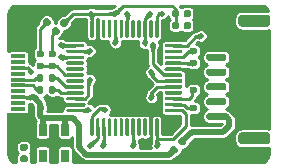
<source format=gtl>
%TF.GenerationSoftware,KiCad,Pcbnew,(5.1.10)-1*%
%TF.CreationDate,2021-11-24T01:58:58+08:00*%
%TF.ProjectId,ST-Link_v2-1,53542d4c-696e-46b5-9f76-322d312e6b69,rev?*%
%TF.SameCoordinates,Original*%
%TF.FileFunction,Copper,L1,Top*%
%TF.FilePolarity,Positive*%
%FSLAX46Y46*%
G04 Gerber Fmt 4.6, Leading zero omitted, Abs format (unit mm)*
G04 Created by KiCad (PCBNEW (5.1.10)-1) date 2021-11-24 01:58:58*
%MOMM*%
%LPD*%
G01*
G04 APERTURE LIST*
%TA.AperFunction,SMDPad,CuDef*%
%ADD10R,0.650000X1.060000*%
%TD*%
%TA.AperFunction,SMDPad,CuDef*%
%ADD11R,1.850000X1.180000*%
%TD*%
%TA.AperFunction,SMDPad,CuDef*%
%ADD12R,1.850000X0.300000*%
%TD*%
%TA.AperFunction,SMDPad,CuDef*%
%ADD13R,1.250000X0.300000*%
%TD*%
%TA.AperFunction,ViaPad*%
%ADD14C,0.508000*%
%TD*%
%TA.AperFunction,Conductor*%
%ADD15C,0.254000*%
%TD*%
%TA.AperFunction,Conductor*%
%ADD16C,0.508000*%
%TD*%
%TA.AperFunction,Conductor*%
%ADD17C,0.100000*%
%TD*%
%TA.AperFunction,Conductor*%
%ADD18C,0.025400*%
%TD*%
G04 APERTURE END LIST*
%TO.P,R14,1*%
%TO.N,Net-(R14-Pad1)*%
%TA.AperFunction,SMDPad,CuDef*%
G36*
G01*
X184727000Y-108694000D02*
X185097000Y-108694000D01*
G75*
G02*
X185232000Y-108829000I0J-135000D01*
G01*
X185232000Y-109099000D01*
G75*
G02*
X185097000Y-109234000I-135000J0D01*
G01*
X184727000Y-109234000D01*
G75*
G02*
X184592000Y-109099000I0J135000D01*
G01*
X184592000Y-108829000D01*
G75*
G02*
X184727000Y-108694000I135000J0D01*
G01*
G37*
%TD.AperFunction*%
%TO.P,R14,2*%
%TO.N,+3V3*%
%TA.AperFunction,SMDPad,CuDef*%
G36*
G01*
X184727000Y-109714000D02*
X185097000Y-109714000D01*
G75*
G02*
X185232000Y-109849000I0J-135000D01*
G01*
X185232000Y-110119000D01*
G75*
G02*
X185097000Y-110254000I-135000J0D01*
G01*
X184727000Y-110254000D01*
G75*
G02*
X184592000Y-110119000I0J135000D01*
G01*
X184592000Y-109849000D01*
G75*
G02*
X184727000Y-109714000I135000J0D01*
G01*
G37*
%TD.AperFunction*%
%TD*%
D10*
%TO.P,U2,1*%
%TO.N,+5V*%
X174051000Y-115613000D03*
%TO.P,U2,2*%
%TO.N,GND*%
X173101000Y-115613000D03*
%TO.P,U2,3*%
%TO.N,+5V*%
X172151000Y-115613000D03*
%TO.P,U2,4*%
%TO.N,Net-(U2-Pad4)*%
X172151000Y-117813000D03*
%TO.P,U2,5*%
%TO.N,+3V3*%
X174051000Y-117813000D03*
%TD*%
%TO.P,U1,1*%
%TO.N,+3V3*%
%TA.AperFunction,SMDPad,CuDef*%
G36*
G01*
X183970000Y-113927000D02*
X183970000Y-114077000D01*
G75*
G02*
X183895000Y-114152000I-75000J0D01*
G01*
X182570000Y-114152000D01*
G75*
G02*
X182495000Y-114077000I0J75000D01*
G01*
X182495000Y-113927000D01*
G75*
G02*
X182570000Y-113852000I75000J0D01*
G01*
X183895000Y-113852000D01*
G75*
G02*
X183970000Y-113927000I0J-75000D01*
G01*
G37*
%TD.AperFunction*%
%TO.P,U1,2*%
%TO.N,Net-(R9-Pad1)*%
%TA.AperFunction,SMDPad,CuDef*%
G36*
G01*
X183970000Y-113427000D02*
X183970000Y-113577000D01*
G75*
G02*
X183895000Y-113652000I-75000J0D01*
G01*
X182570000Y-113652000D01*
G75*
G02*
X182495000Y-113577000I0J75000D01*
G01*
X182495000Y-113427000D01*
G75*
G02*
X182570000Y-113352000I75000J0D01*
G01*
X183895000Y-113352000D01*
G75*
G02*
X183970000Y-113427000I0J-75000D01*
G01*
G37*
%TD.AperFunction*%
%TO.P,U1,3*%
%TO.N,Net-(R10-Pad1)*%
%TA.AperFunction,SMDPad,CuDef*%
G36*
G01*
X183970000Y-112927000D02*
X183970000Y-113077000D01*
G75*
G02*
X183895000Y-113152000I-75000J0D01*
G01*
X182570000Y-113152000D01*
G75*
G02*
X182495000Y-113077000I0J75000D01*
G01*
X182495000Y-112927000D01*
G75*
G02*
X182570000Y-112852000I75000J0D01*
G01*
X183895000Y-112852000D01*
G75*
G02*
X183970000Y-112927000I0J-75000D01*
G01*
G37*
%TD.AperFunction*%
%TO.P,U1,4*%
%TO.N,Net-(U1-Pad4)*%
%TA.AperFunction,SMDPad,CuDef*%
G36*
G01*
X183970000Y-112427000D02*
X183970000Y-112577000D01*
G75*
G02*
X183895000Y-112652000I-75000J0D01*
G01*
X182570000Y-112652000D01*
G75*
G02*
X182495000Y-112577000I0J75000D01*
G01*
X182495000Y-112427000D01*
G75*
G02*
X182570000Y-112352000I75000J0D01*
G01*
X183895000Y-112352000D01*
G75*
G02*
X183970000Y-112427000I0J-75000D01*
G01*
G37*
%TD.AperFunction*%
%TO.P,U1,5*%
%TO.N,Net-(C2-Pad1)*%
%TA.AperFunction,SMDPad,CuDef*%
G36*
G01*
X183970000Y-111927000D02*
X183970000Y-112077000D01*
G75*
G02*
X183895000Y-112152000I-75000J0D01*
G01*
X182570000Y-112152000D01*
G75*
G02*
X182495000Y-112077000I0J75000D01*
G01*
X182495000Y-111927000D01*
G75*
G02*
X182570000Y-111852000I75000J0D01*
G01*
X183895000Y-111852000D01*
G75*
G02*
X183970000Y-111927000I0J-75000D01*
G01*
G37*
%TD.AperFunction*%
%TO.P,U1,6*%
%TO.N,Net-(C3-Pad1)*%
%TA.AperFunction,SMDPad,CuDef*%
G36*
G01*
X183970000Y-111427000D02*
X183970000Y-111577000D01*
G75*
G02*
X183895000Y-111652000I-75000J0D01*
G01*
X182570000Y-111652000D01*
G75*
G02*
X182495000Y-111577000I0J75000D01*
G01*
X182495000Y-111427000D01*
G75*
G02*
X182570000Y-111352000I75000J0D01*
G01*
X183895000Y-111352000D01*
G75*
G02*
X183970000Y-111427000I0J-75000D01*
G01*
G37*
%TD.AperFunction*%
%TO.P,U1,7*%
%TO.N,/NRST*%
%TA.AperFunction,SMDPad,CuDef*%
G36*
G01*
X183970000Y-110927000D02*
X183970000Y-111077000D01*
G75*
G02*
X183895000Y-111152000I-75000J0D01*
G01*
X182570000Y-111152000D01*
G75*
G02*
X182495000Y-111077000I0J75000D01*
G01*
X182495000Y-110927000D01*
G75*
G02*
X182570000Y-110852000I75000J0D01*
G01*
X183895000Y-110852000D01*
G75*
G02*
X183970000Y-110927000I0J-75000D01*
G01*
G37*
%TD.AperFunction*%
%TO.P,U1,8*%
%TO.N,GND*%
%TA.AperFunction,SMDPad,CuDef*%
G36*
G01*
X183970000Y-110427000D02*
X183970000Y-110577000D01*
G75*
G02*
X183895000Y-110652000I-75000J0D01*
G01*
X182570000Y-110652000D01*
G75*
G02*
X182495000Y-110577000I0J75000D01*
G01*
X182495000Y-110427000D01*
G75*
G02*
X182570000Y-110352000I75000J0D01*
G01*
X183895000Y-110352000D01*
G75*
G02*
X183970000Y-110427000I0J-75000D01*
G01*
G37*
%TD.AperFunction*%
%TO.P,U1,9*%
%TO.N,+3V3*%
%TA.AperFunction,SMDPad,CuDef*%
G36*
G01*
X183970000Y-109927000D02*
X183970000Y-110077000D01*
G75*
G02*
X183895000Y-110152000I-75000J0D01*
G01*
X182570000Y-110152000D01*
G75*
G02*
X182495000Y-110077000I0J75000D01*
G01*
X182495000Y-109927000D01*
G75*
G02*
X182570000Y-109852000I75000J0D01*
G01*
X183895000Y-109852000D01*
G75*
G02*
X183970000Y-109927000I0J-75000D01*
G01*
G37*
%TD.AperFunction*%
%TO.P,U1,10*%
%TO.N,Net-(R14-Pad1)*%
%TA.AperFunction,SMDPad,CuDef*%
G36*
G01*
X183970000Y-109427000D02*
X183970000Y-109577000D01*
G75*
G02*
X183895000Y-109652000I-75000J0D01*
G01*
X182570000Y-109652000D01*
G75*
G02*
X182495000Y-109577000I0J75000D01*
G01*
X182495000Y-109427000D01*
G75*
G02*
X182570000Y-109352000I75000J0D01*
G01*
X183895000Y-109352000D01*
G75*
G02*
X183970000Y-109427000I0J-75000D01*
G01*
G37*
%TD.AperFunction*%
%TO.P,U1,11*%
%TO.N,Net-(U1-Pad11)*%
%TA.AperFunction,SMDPad,CuDef*%
G36*
G01*
X183970000Y-108927000D02*
X183970000Y-109077000D01*
G75*
G02*
X183895000Y-109152000I-75000J0D01*
G01*
X182570000Y-109152000D01*
G75*
G02*
X182495000Y-109077000I0J75000D01*
G01*
X182495000Y-108927000D01*
G75*
G02*
X182570000Y-108852000I75000J0D01*
G01*
X183895000Y-108852000D01*
G75*
G02*
X183970000Y-108927000I0J-75000D01*
G01*
G37*
%TD.AperFunction*%
%TO.P,U1,12*%
%TO.N,/TXD*%
%TA.AperFunction,SMDPad,CuDef*%
G36*
G01*
X183970000Y-108427000D02*
X183970000Y-108577000D01*
G75*
G02*
X183895000Y-108652000I-75000J0D01*
G01*
X182570000Y-108652000D01*
G75*
G02*
X182495000Y-108577000I0J75000D01*
G01*
X182495000Y-108427000D01*
G75*
G02*
X182570000Y-108352000I75000J0D01*
G01*
X183895000Y-108352000D01*
G75*
G02*
X183970000Y-108427000I0J-75000D01*
G01*
G37*
%TD.AperFunction*%
%TO.P,U1,13*%
%TO.N,/RXD*%
%TA.AperFunction,SMDPad,CuDef*%
G36*
G01*
X181970000Y-106427000D02*
X181970000Y-107752000D01*
G75*
G02*
X181895000Y-107827000I-75000J0D01*
G01*
X181745000Y-107827000D01*
G75*
G02*
X181670000Y-107752000I0J75000D01*
G01*
X181670000Y-106427000D01*
G75*
G02*
X181745000Y-106352000I75000J0D01*
G01*
X181895000Y-106352000D01*
G75*
G02*
X181970000Y-106427000I0J-75000D01*
G01*
G37*
%TD.AperFunction*%
%TO.P,U1,14*%
%TO.N,Net-(U1-Pad14)*%
%TA.AperFunction,SMDPad,CuDef*%
G36*
G01*
X181470000Y-106427000D02*
X181470000Y-107752000D01*
G75*
G02*
X181395000Y-107827000I-75000J0D01*
G01*
X181245000Y-107827000D01*
G75*
G02*
X181170000Y-107752000I0J75000D01*
G01*
X181170000Y-106427000D01*
G75*
G02*
X181245000Y-106352000I75000J0D01*
G01*
X181395000Y-106352000D01*
G75*
G02*
X181470000Y-106427000I0J-75000D01*
G01*
G37*
%TD.AperFunction*%
%TO.P,U1,15*%
%TO.N,/SWCLK*%
%TA.AperFunction,SMDPad,CuDef*%
G36*
G01*
X180970000Y-106427000D02*
X180970000Y-107752000D01*
G75*
G02*
X180895000Y-107827000I-75000J0D01*
G01*
X180745000Y-107827000D01*
G75*
G02*
X180670000Y-107752000I0J75000D01*
G01*
X180670000Y-106427000D01*
G75*
G02*
X180745000Y-106352000I75000J0D01*
G01*
X180895000Y-106352000D01*
G75*
G02*
X180970000Y-106427000I0J-75000D01*
G01*
G37*
%TD.AperFunction*%
%TO.P,U1,16*%
%TO.N,Net-(U1-Pad16)*%
%TA.AperFunction,SMDPad,CuDef*%
G36*
G01*
X180470000Y-106427000D02*
X180470000Y-107752000D01*
G75*
G02*
X180395000Y-107827000I-75000J0D01*
G01*
X180245000Y-107827000D01*
G75*
G02*
X180170000Y-107752000I0J75000D01*
G01*
X180170000Y-106427000D01*
G75*
G02*
X180245000Y-106352000I75000J0D01*
G01*
X180395000Y-106352000D01*
G75*
G02*
X180470000Y-106427000I0J-75000D01*
G01*
G37*
%TD.AperFunction*%
%TO.P,U1,17*%
%TO.N,Net-(U1-Pad17)*%
%TA.AperFunction,SMDPad,CuDef*%
G36*
G01*
X179970000Y-106427000D02*
X179970000Y-107752000D01*
G75*
G02*
X179895000Y-107827000I-75000J0D01*
G01*
X179745000Y-107827000D01*
G75*
G02*
X179670000Y-107752000I0J75000D01*
G01*
X179670000Y-106427000D01*
G75*
G02*
X179745000Y-106352000I75000J0D01*
G01*
X179895000Y-106352000D01*
G75*
G02*
X179970000Y-106427000I0J-75000D01*
G01*
G37*
%TD.AperFunction*%
%TO.P,U1,18*%
%TO.N,/NRST*%
%TA.AperFunction,SMDPad,CuDef*%
G36*
G01*
X179470000Y-106427000D02*
X179470000Y-107752000D01*
G75*
G02*
X179395000Y-107827000I-75000J0D01*
G01*
X179245000Y-107827000D01*
G75*
G02*
X179170000Y-107752000I0J75000D01*
G01*
X179170000Y-106427000D01*
G75*
G02*
X179245000Y-106352000I75000J0D01*
G01*
X179395000Y-106352000D01*
G75*
G02*
X179470000Y-106427000I0J-75000D01*
G01*
G37*
%TD.AperFunction*%
%TO.P,U1,19*%
%TO.N,Net-(U1-Pad19)*%
%TA.AperFunction,SMDPad,CuDef*%
G36*
G01*
X178970000Y-106427000D02*
X178970000Y-107752000D01*
G75*
G02*
X178895000Y-107827000I-75000J0D01*
G01*
X178745000Y-107827000D01*
G75*
G02*
X178670000Y-107752000I0J75000D01*
G01*
X178670000Y-106427000D01*
G75*
G02*
X178745000Y-106352000I75000J0D01*
G01*
X178895000Y-106352000D01*
G75*
G02*
X178970000Y-106427000I0J-75000D01*
G01*
G37*
%TD.AperFunction*%
%TO.P,U1,20*%
%TO.N,Net-(R7-Pad1)*%
%TA.AperFunction,SMDPad,CuDef*%
G36*
G01*
X178470000Y-106427000D02*
X178470000Y-107752000D01*
G75*
G02*
X178395000Y-107827000I-75000J0D01*
G01*
X178245000Y-107827000D01*
G75*
G02*
X178170000Y-107752000I0J75000D01*
G01*
X178170000Y-106427000D01*
G75*
G02*
X178245000Y-106352000I75000J0D01*
G01*
X178395000Y-106352000D01*
G75*
G02*
X178470000Y-106427000I0J-75000D01*
G01*
G37*
%TD.AperFunction*%
%TO.P,U1,21*%
%TO.N,Net-(U1-Pad21)*%
%TA.AperFunction,SMDPad,CuDef*%
G36*
G01*
X177970000Y-106427000D02*
X177970000Y-107752000D01*
G75*
G02*
X177895000Y-107827000I-75000J0D01*
G01*
X177745000Y-107827000D01*
G75*
G02*
X177670000Y-107752000I0J75000D01*
G01*
X177670000Y-106427000D01*
G75*
G02*
X177745000Y-106352000I75000J0D01*
G01*
X177895000Y-106352000D01*
G75*
G02*
X177970000Y-106427000I0J-75000D01*
G01*
G37*
%TD.AperFunction*%
%TO.P,U1,22*%
%TO.N,Net-(U1-Pad22)*%
%TA.AperFunction,SMDPad,CuDef*%
G36*
G01*
X177470000Y-106427000D02*
X177470000Y-107752000D01*
G75*
G02*
X177395000Y-107827000I-75000J0D01*
G01*
X177245000Y-107827000D01*
G75*
G02*
X177170000Y-107752000I0J75000D01*
G01*
X177170000Y-106427000D01*
G75*
G02*
X177245000Y-106352000I75000J0D01*
G01*
X177395000Y-106352000D01*
G75*
G02*
X177470000Y-106427000I0J-75000D01*
G01*
G37*
%TD.AperFunction*%
%TO.P,U1,23*%
%TO.N,GND*%
%TA.AperFunction,SMDPad,CuDef*%
G36*
G01*
X176970000Y-106427000D02*
X176970000Y-107752000D01*
G75*
G02*
X176895000Y-107827000I-75000J0D01*
G01*
X176745000Y-107827000D01*
G75*
G02*
X176670000Y-107752000I0J75000D01*
G01*
X176670000Y-106427000D01*
G75*
G02*
X176745000Y-106352000I75000J0D01*
G01*
X176895000Y-106352000D01*
G75*
G02*
X176970000Y-106427000I0J-75000D01*
G01*
G37*
%TD.AperFunction*%
%TO.P,U1,24*%
%TO.N,+3V3*%
%TA.AperFunction,SMDPad,CuDef*%
G36*
G01*
X176470000Y-106427000D02*
X176470000Y-107752000D01*
G75*
G02*
X176395000Y-107827000I-75000J0D01*
G01*
X176245000Y-107827000D01*
G75*
G02*
X176170000Y-107752000I0J75000D01*
G01*
X176170000Y-106427000D01*
G75*
G02*
X176245000Y-106352000I75000J0D01*
G01*
X176395000Y-106352000D01*
G75*
G02*
X176470000Y-106427000I0J-75000D01*
G01*
G37*
%TD.AperFunction*%
%TO.P,U1,25*%
%TO.N,/SWDIO_IN*%
%TA.AperFunction,SMDPad,CuDef*%
G36*
G01*
X175645000Y-108427000D02*
X175645000Y-108577000D01*
G75*
G02*
X175570000Y-108652000I-75000J0D01*
G01*
X174245000Y-108652000D01*
G75*
G02*
X174170000Y-108577000I0J75000D01*
G01*
X174170000Y-108427000D01*
G75*
G02*
X174245000Y-108352000I75000J0D01*
G01*
X175570000Y-108352000D01*
G75*
G02*
X175645000Y-108427000I0J-75000D01*
G01*
G37*
%TD.AperFunction*%
%TO.P,U1,26*%
%TO.N,/SWCLK*%
%TA.AperFunction,SMDPad,CuDef*%
G36*
G01*
X175645000Y-108927000D02*
X175645000Y-109077000D01*
G75*
G02*
X175570000Y-109152000I-75000J0D01*
G01*
X174245000Y-109152000D01*
G75*
G02*
X174170000Y-109077000I0J75000D01*
G01*
X174170000Y-108927000D01*
G75*
G02*
X174245000Y-108852000I75000J0D01*
G01*
X175570000Y-108852000D01*
G75*
G02*
X175645000Y-108927000I0J-75000D01*
G01*
G37*
%TD.AperFunction*%
%TO.P,U1,27*%
%TO.N,/SWDIO*%
%TA.AperFunction,SMDPad,CuDef*%
G36*
G01*
X175645000Y-109427000D02*
X175645000Y-109577000D01*
G75*
G02*
X175570000Y-109652000I-75000J0D01*
G01*
X174245000Y-109652000D01*
G75*
G02*
X174170000Y-109577000I0J75000D01*
G01*
X174170000Y-109427000D01*
G75*
G02*
X174245000Y-109352000I75000J0D01*
G01*
X175570000Y-109352000D01*
G75*
G02*
X175645000Y-109427000I0J-75000D01*
G01*
G37*
%TD.AperFunction*%
%TO.P,U1,28*%
%TO.N,Net-(U1-Pad28)*%
%TA.AperFunction,SMDPad,CuDef*%
G36*
G01*
X175645000Y-109927000D02*
X175645000Y-110077000D01*
G75*
G02*
X175570000Y-110152000I-75000J0D01*
G01*
X174245000Y-110152000D01*
G75*
G02*
X174170000Y-110077000I0J75000D01*
G01*
X174170000Y-109927000D01*
G75*
G02*
X174245000Y-109852000I75000J0D01*
G01*
X175570000Y-109852000D01*
G75*
G02*
X175645000Y-109927000I0J-75000D01*
G01*
G37*
%TD.AperFunction*%
%TO.P,U1,29*%
%TO.N,Net-(U1-Pad29)*%
%TA.AperFunction,SMDPad,CuDef*%
G36*
G01*
X175645000Y-110427000D02*
X175645000Y-110577000D01*
G75*
G02*
X175570000Y-110652000I-75000J0D01*
G01*
X174245000Y-110652000D01*
G75*
G02*
X174170000Y-110577000I0J75000D01*
G01*
X174170000Y-110427000D01*
G75*
G02*
X174245000Y-110352000I75000J0D01*
G01*
X175570000Y-110352000D01*
G75*
G02*
X175645000Y-110427000I0J-75000D01*
G01*
G37*
%TD.AperFunction*%
%TO.P,U1,30*%
%TO.N,/LED_STLINK*%
%TA.AperFunction,SMDPad,CuDef*%
G36*
G01*
X175645000Y-110927000D02*
X175645000Y-111077000D01*
G75*
G02*
X175570000Y-111152000I-75000J0D01*
G01*
X174245000Y-111152000D01*
G75*
G02*
X174170000Y-111077000I0J75000D01*
G01*
X174170000Y-110927000D01*
G75*
G02*
X174245000Y-110852000I75000J0D01*
G01*
X175570000Y-110852000D01*
G75*
G02*
X175645000Y-110927000I0J-75000D01*
G01*
G37*
%TD.AperFunction*%
%TO.P,U1,31*%
%TO.N,Net-(U1-Pad31)*%
%TA.AperFunction,SMDPad,CuDef*%
G36*
G01*
X175645000Y-111427000D02*
X175645000Y-111577000D01*
G75*
G02*
X175570000Y-111652000I-75000J0D01*
G01*
X174245000Y-111652000D01*
G75*
G02*
X174170000Y-111577000I0J75000D01*
G01*
X174170000Y-111427000D01*
G75*
G02*
X174245000Y-111352000I75000J0D01*
G01*
X175570000Y-111352000D01*
G75*
G02*
X175645000Y-111427000I0J-75000D01*
G01*
G37*
%TD.AperFunction*%
%TO.P,U1,32*%
%TO.N,/D-*%
%TA.AperFunction,SMDPad,CuDef*%
G36*
G01*
X175645000Y-111927000D02*
X175645000Y-112077000D01*
G75*
G02*
X175570000Y-112152000I-75000J0D01*
G01*
X174245000Y-112152000D01*
G75*
G02*
X174170000Y-112077000I0J75000D01*
G01*
X174170000Y-111927000D01*
G75*
G02*
X174245000Y-111852000I75000J0D01*
G01*
X175570000Y-111852000D01*
G75*
G02*
X175645000Y-111927000I0J-75000D01*
G01*
G37*
%TD.AperFunction*%
%TO.P,U1,33*%
%TO.N,/D+*%
%TA.AperFunction,SMDPad,CuDef*%
G36*
G01*
X175645000Y-112427000D02*
X175645000Y-112577000D01*
G75*
G02*
X175570000Y-112652000I-75000J0D01*
G01*
X174245000Y-112652000D01*
G75*
G02*
X174170000Y-112577000I0J75000D01*
G01*
X174170000Y-112427000D01*
G75*
G02*
X174245000Y-112352000I75000J0D01*
G01*
X175570000Y-112352000D01*
G75*
G02*
X175645000Y-112427000I0J-75000D01*
G01*
G37*
%TD.AperFunction*%
%TO.P,U1,34*%
%TO.N,/ST_SWDIO*%
%TA.AperFunction,SMDPad,CuDef*%
G36*
G01*
X175645000Y-112927000D02*
X175645000Y-113077000D01*
G75*
G02*
X175570000Y-113152000I-75000J0D01*
G01*
X174245000Y-113152000D01*
G75*
G02*
X174170000Y-113077000I0J75000D01*
G01*
X174170000Y-112927000D01*
G75*
G02*
X174245000Y-112852000I75000J0D01*
G01*
X175570000Y-112852000D01*
G75*
G02*
X175645000Y-112927000I0J-75000D01*
G01*
G37*
%TD.AperFunction*%
%TO.P,U1,35*%
%TO.N,GND*%
%TA.AperFunction,SMDPad,CuDef*%
G36*
G01*
X175645000Y-113427000D02*
X175645000Y-113577000D01*
G75*
G02*
X175570000Y-113652000I-75000J0D01*
G01*
X174245000Y-113652000D01*
G75*
G02*
X174170000Y-113577000I0J75000D01*
G01*
X174170000Y-113427000D01*
G75*
G02*
X174245000Y-113352000I75000J0D01*
G01*
X175570000Y-113352000D01*
G75*
G02*
X175645000Y-113427000I0J-75000D01*
G01*
G37*
%TD.AperFunction*%
%TO.P,U1,36*%
%TO.N,+3V3*%
%TA.AperFunction,SMDPad,CuDef*%
G36*
G01*
X175645000Y-113927000D02*
X175645000Y-114077000D01*
G75*
G02*
X175570000Y-114152000I-75000J0D01*
G01*
X174245000Y-114152000D01*
G75*
G02*
X174170000Y-114077000I0J75000D01*
G01*
X174170000Y-113927000D01*
G75*
G02*
X174245000Y-113852000I75000J0D01*
G01*
X175570000Y-113852000D01*
G75*
G02*
X175645000Y-113927000I0J-75000D01*
G01*
G37*
%TD.AperFunction*%
%TO.P,U1,37*%
%TO.N,/ST_SWCLK*%
%TA.AperFunction,SMDPad,CuDef*%
G36*
G01*
X176470000Y-114752000D02*
X176470000Y-116077000D01*
G75*
G02*
X176395000Y-116152000I-75000J0D01*
G01*
X176245000Y-116152000D01*
G75*
G02*
X176170000Y-116077000I0J75000D01*
G01*
X176170000Y-114752000D01*
G75*
G02*
X176245000Y-114677000I75000J0D01*
G01*
X176395000Y-114677000D01*
G75*
G02*
X176470000Y-114752000I0J-75000D01*
G01*
G37*
%TD.AperFunction*%
%TO.P,U1,38*%
%TO.N,Net-(R13-Pad1)*%
%TA.AperFunction,SMDPad,CuDef*%
G36*
G01*
X176970000Y-114752000D02*
X176970000Y-116077000D01*
G75*
G02*
X176895000Y-116152000I-75000J0D01*
G01*
X176745000Y-116152000D01*
G75*
G02*
X176670000Y-116077000I0J75000D01*
G01*
X176670000Y-114752000D01*
G75*
G02*
X176745000Y-114677000I75000J0D01*
G01*
X176895000Y-114677000D01*
G75*
G02*
X176970000Y-114752000I0J-75000D01*
G01*
G37*
%TD.AperFunction*%
%TO.P,U1,39*%
%TO.N,Net-(R8-Pad1)*%
%TA.AperFunction,SMDPad,CuDef*%
G36*
G01*
X177470000Y-114752000D02*
X177470000Y-116077000D01*
G75*
G02*
X177395000Y-116152000I-75000J0D01*
G01*
X177245000Y-116152000D01*
G75*
G02*
X177170000Y-116077000I0J75000D01*
G01*
X177170000Y-114752000D01*
G75*
G02*
X177245000Y-114677000I75000J0D01*
G01*
X177395000Y-114677000D01*
G75*
G02*
X177470000Y-114752000I0J-75000D01*
G01*
G37*
%TD.AperFunction*%
%TO.P,U1,40*%
%TO.N,Net-(U1-Pad40)*%
%TA.AperFunction,SMDPad,CuDef*%
G36*
G01*
X177970000Y-114752000D02*
X177970000Y-116077000D01*
G75*
G02*
X177895000Y-116152000I-75000J0D01*
G01*
X177745000Y-116152000D01*
G75*
G02*
X177670000Y-116077000I0J75000D01*
G01*
X177670000Y-114752000D01*
G75*
G02*
X177745000Y-114677000I75000J0D01*
G01*
X177895000Y-114677000D01*
G75*
G02*
X177970000Y-114752000I0J-75000D01*
G01*
G37*
%TD.AperFunction*%
%TO.P,U1,41*%
%TO.N,Net-(U1-Pad41)*%
%TA.AperFunction,SMDPad,CuDef*%
G36*
G01*
X178470000Y-114752000D02*
X178470000Y-116077000D01*
G75*
G02*
X178395000Y-116152000I-75000J0D01*
G01*
X178245000Y-116152000D01*
G75*
G02*
X178170000Y-116077000I0J75000D01*
G01*
X178170000Y-114752000D01*
G75*
G02*
X178245000Y-114677000I75000J0D01*
G01*
X178395000Y-114677000D01*
G75*
G02*
X178470000Y-114752000I0J-75000D01*
G01*
G37*
%TD.AperFunction*%
%TO.P,U1,42*%
%TO.N,Net-(U1-Pad42)*%
%TA.AperFunction,SMDPad,CuDef*%
G36*
G01*
X178970000Y-114752000D02*
X178970000Y-116077000D01*
G75*
G02*
X178895000Y-116152000I-75000J0D01*
G01*
X178745000Y-116152000D01*
G75*
G02*
X178670000Y-116077000I0J75000D01*
G01*
X178670000Y-114752000D01*
G75*
G02*
X178745000Y-114677000I75000J0D01*
G01*
X178895000Y-114677000D01*
G75*
G02*
X178970000Y-114752000I0J-75000D01*
G01*
G37*
%TD.AperFunction*%
%TO.P,U1,43*%
%TO.N,Net-(U1-Pad43)*%
%TA.AperFunction,SMDPad,CuDef*%
G36*
G01*
X179470000Y-114752000D02*
X179470000Y-116077000D01*
G75*
G02*
X179395000Y-116152000I-75000J0D01*
G01*
X179245000Y-116152000D01*
G75*
G02*
X179170000Y-116077000I0J75000D01*
G01*
X179170000Y-114752000D01*
G75*
G02*
X179245000Y-114677000I75000J0D01*
G01*
X179395000Y-114677000D01*
G75*
G02*
X179470000Y-114752000I0J-75000D01*
G01*
G37*
%TD.AperFunction*%
%TO.P,U1,44*%
%TO.N,Net-(R6-Pad1)*%
%TA.AperFunction,SMDPad,CuDef*%
G36*
G01*
X179970000Y-114752000D02*
X179970000Y-116077000D01*
G75*
G02*
X179895000Y-116152000I-75000J0D01*
G01*
X179745000Y-116152000D01*
G75*
G02*
X179670000Y-116077000I0J75000D01*
G01*
X179670000Y-114752000D01*
G75*
G02*
X179745000Y-114677000I75000J0D01*
G01*
X179895000Y-114677000D01*
G75*
G02*
X179970000Y-114752000I0J-75000D01*
G01*
G37*
%TD.AperFunction*%
%TO.P,U1,45*%
%TO.N,Net-(U1-Pad45)*%
%TA.AperFunction,SMDPad,CuDef*%
G36*
G01*
X180470000Y-114752000D02*
X180470000Y-116077000D01*
G75*
G02*
X180395000Y-116152000I-75000J0D01*
G01*
X180245000Y-116152000D01*
G75*
G02*
X180170000Y-116077000I0J75000D01*
G01*
X180170000Y-114752000D01*
G75*
G02*
X180245000Y-114677000I75000J0D01*
G01*
X180395000Y-114677000D01*
G75*
G02*
X180470000Y-114752000I0J-75000D01*
G01*
G37*
%TD.AperFunction*%
%TO.P,U1,46*%
%TO.N,Net-(U1-Pad46)*%
%TA.AperFunction,SMDPad,CuDef*%
G36*
G01*
X180970000Y-114752000D02*
X180970000Y-116077000D01*
G75*
G02*
X180895000Y-116152000I-75000J0D01*
G01*
X180745000Y-116152000D01*
G75*
G02*
X180670000Y-116077000I0J75000D01*
G01*
X180670000Y-114752000D01*
G75*
G02*
X180745000Y-114677000I75000J0D01*
G01*
X180895000Y-114677000D01*
G75*
G02*
X180970000Y-114752000I0J-75000D01*
G01*
G37*
%TD.AperFunction*%
%TO.P,U1,47*%
%TO.N,GND*%
%TA.AperFunction,SMDPad,CuDef*%
G36*
G01*
X181470000Y-114752000D02*
X181470000Y-116077000D01*
G75*
G02*
X181395000Y-116152000I-75000J0D01*
G01*
X181245000Y-116152000D01*
G75*
G02*
X181170000Y-116077000I0J75000D01*
G01*
X181170000Y-114752000D01*
G75*
G02*
X181245000Y-114677000I75000J0D01*
G01*
X181395000Y-114677000D01*
G75*
G02*
X181470000Y-114752000I0J-75000D01*
G01*
G37*
%TD.AperFunction*%
%TO.P,U1,48*%
%TO.N,+3V3*%
%TA.AperFunction,SMDPad,CuDef*%
G36*
G01*
X181970000Y-114752000D02*
X181970000Y-116077000D01*
G75*
G02*
X181895000Y-116152000I-75000J0D01*
G01*
X181745000Y-116152000D01*
G75*
G02*
X181670000Y-116077000I0J75000D01*
G01*
X181670000Y-114752000D01*
G75*
G02*
X181745000Y-114677000I75000J0D01*
G01*
X181895000Y-114677000D01*
G75*
G02*
X181970000Y-114752000I0J-75000D01*
G01*
G37*
%TD.AperFunction*%
%TD*%
%TO.P,R18,1*%
%TO.N,Net-(J2-PadA6)*%
%TA.AperFunction,SMDPad,CuDef*%
G36*
G01*
X171686000Y-112453000D02*
X171686000Y-112083000D01*
G75*
G02*
X171821000Y-111948000I135000J0D01*
G01*
X172091000Y-111948000D01*
G75*
G02*
X172226000Y-112083000I0J-135000D01*
G01*
X172226000Y-112453000D01*
G75*
G02*
X172091000Y-112588000I-135000J0D01*
G01*
X171821000Y-112588000D01*
G75*
G02*
X171686000Y-112453000I0J135000D01*
G01*
G37*
%TD.AperFunction*%
%TO.P,R18,2*%
%TO.N,/D+*%
%TA.AperFunction,SMDPad,CuDef*%
G36*
G01*
X172706000Y-112453000D02*
X172706000Y-112083000D01*
G75*
G02*
X172841000Y-111948000I135000J0D01*
G01*
X173111000Y-111948000D01*
G75*
G02*
X173246000Y-112083000I0J-135000D01*
G01*
X173246000Y-112453000D01*
G75*
G02*
X173111000Y-112588000I-135000J0D01*
G01*
X172841000Y-112588000D01*
G75*
G02*
X172706000Y-112453000I0J135000D01*
G01*
G37*
%TD.AperFunction*%
%TD*%
%TO.P,R17,1*%
%TO.N,Net-(J2-PadA7)*%
%TA.AperFunction,SMDPad,CuDef*%
G36*
G01*
X171688000Y-111437000D02*
X171688000Y-111067000D01*
G75*
G02*
X171823000Y-110932000I135000J0D01*
G01*
X172093000Y-110932000D01*
G75*
G02*
X172228000Y-111067000I0J-135000D01*
G01*
X172228000Y-111437000D01*
G75*
G02*
X172093000Y-111572000I-135000J0D01*
G01*
X171823000Y-111572000D01*
G75*
G02*
X171688000Y-111437000I0J135000D01*
G01*
G37*
%TD.AperFunction*%
%TO.P,R17,2*%
%TO.N,/D-*%
%TA.AperFunction,SMDPad,CuDef*%
G36*
G01*
X172708000Y-111437000D02*
X172708000Y-111067000D01*
G75*
G02*
X172843000Y-110932000I135000J0D01*
G01*
X173113000Y-110932000D01*
G75*
G02*
X173248000Y-111067000I0J-135000D01*
G01*
X173248000Y-111437000D01*
G75*
G02*
X173113000Y-111572000I-135000J0D01*
G01*
X172843000Y-111572000D01*
G75*
G02*
X172708000Y-111437000I0J135000D01*
G01*
G37*
%TD.AperFunction*%
%TD*%
%TO.P,R12,1*%
%TO.N,/LED_STLINK*%
%TA.AperFunction,SMDPad,CuDef*%
G36*
G01*
X172143000Y-110506000D02*
X171773000Y-110506000D01*
G75*
G02*
X171638000Y-110371000I0J135000D01*
G01*
X171638000Y-110101000D01*
G75*
G02*
X171773000Y-109966000I135000J0D01*
G01*
X172143000Y-109966000D01*
G75*
G02*
X172278000Y-110101000I0J-135000D01*
G01*
X172278000Y-110371000D01*
G75*
G02*
X172143000Y-110506000I-135000J0D01*
G01*
G37*
%TD.AperFunction*%
%TO.P,R12,2*%
%TO.N,Net-(D4-Pad2)*%
%TA.AperFunction,SMDPad,CuDef*%
G36*
G01*
X172143000Y-109486000D02*
X171773000Y-109486000D01*
G75*
G02*
X171638000Y-109351000I0J135000D01*
G01*
X171638000Y-109081000D01*
G75*
G02*
X171773000Y-108946000I135000J0D01*
G01*
X172143000Y-108946000D01*
G75*
G02*
X172278000Y-109081000I0J-135000D01*
G01*
X172278000Y-109351000D01*
G75*
G02*
X172143000Y-109486000I-135000J0D01*
G01*
G37*
%TD.AperFunction*%
%TD*%
%TO.P,R11,1*%
%TO.N,Net-(D5-Pad1)*%
%TA.AperFunction,SMDPad,CuDef*%
G36*
G01*
X172789000Y-108948000D02*
X173159000Y-108948000D01*
G75*
G02*
X173294000Y-109083000I0J-135000D01*
G01*
X173294000Y-109353000D01*
G75*
G02*
X173159000Y-109488000I-135000J0D01*
G01*
X172789000Y-109488000D01*
G75*
G02*
X172654000Y-109353000I0J135000D01*
G01*
X172654000Y-109083000D01*
G75*
G02*
X172789000Y-108948000I135000J0D01*
G01*
G37*
%TD.AperFunction*%
%TO.P,R11,2*%
%TO.N,/LED_STLINK*%
%TA.AperFunction,SMDPad,CuDef*%
G36*
G01*
X172789000Y-109968000D02*
X173159000Y-109968000D01*
G75*
G02*
X173294000Y-110103000I0J-135000D01*
G01*
X173294000Y-110373000D01*
G75*
G02*
X173159000Y-110508000I-135000J0D01*
G01*
X172789000Y-110508000D01*
G75*
G02*
X172654000Y-110373000I0J135000D01*
G01*
X172654000Y-110103000D01*
G75*
G02*
X172789000Y-109968000I135000J0D01*
G01*
G37*
%TD.AperFunction*%
%TD*%
%TO.P,R10,1*%
%TO.N,Net-(R10-Pad1)*%
%TA.AperFunction,SMDPad,CuDef*%
G36*
G01*
X185097000Y-112540000D02*
X184727000Y-112540000D01*
G75*
G02*
X184592000Y-112405000I0J135000D01*
G01*
X184592000Y-112135000D01*
G75*
G02*
X184727000Y-112000000I135000J0D01*
G01*
X185097000Y-112000000D01*
G75*
G02*
X185232000Y-112135000I0J-135000D01*
G01*
X185232000Y-112405000D01*
G75*
G02*
X185097000Y-112540000I-135000J0D01*
G01*
G37*
%TD.AperFunction*%
%TO.P,R10,2*%
%TO.N,GND*%
%TA.AperFunction,SMDPad,CuDef*%
G36*
G01*
X185097000Y-111520000D02*
X184727000Y-111520000D01*
G75*
G02*
X184592000Y-111385000I0J135000D01*
G01*
X184592000Y-111115000D01*
G75*
G02*
X184727000Y-110980000I135000J0D01*
G01*
X185097000Y-110980000D01*
G75*
G02*
X185232000Y-111115000I0J-135000D01*
G01*
X185232000Y-111385000D01*
G75*
G02*
X185097000Y-111520000I-135000J0D01*
G01*
G37*
%TD.AperFunction*%
%TD*%
%TO.P,R9,1*%
%TO.N,Net-(R9-Pad1)*%
%TA.AperFunction,SMDPad,CuDef*%
G36*
G01*
X184727000Y-113520000D02*
X185097000Y-113520000D01*
G75*
G02*
X185232000Y-113655000I0J-135000D01*
G01*
X185232000Y-113925000D01*
G75*
G02*
X185097000Y-114060000I-135000J0D01*
G01*
X184727000Y-114060000D01*
G75*
G02*
X184592000Y-113925000I0J135000D01*
G01*
X184592000Y-113655000D01*
G75*
G02*
X184727000Y-113520000I135000J0D01*
G01*
G37*
%TD.AperFunction*%
%TO.P,R9,2*%
%TO.N,GND*%
%TA.AperFunction,SMDPad,CuDef*%
G36*
G01*
X184727000Y-114540000D02*
X185097000Y-114540000D01*
G75*
G02*
X185232000Y-114675000I0J-135000D01*
G01*
X185232000Y-114945000D01*
G75*
G02*
X185097000Y-115080000I-135000J0D01*
G01*
X184727000Y-115080000D01*
G75*
G02*
X184592000Y-114945000I0J135000D01*
G01*
X184592000Y-114675000D01*
G75*
G02*
X184727000Y-114540000I135000J0D01*
G01*
G37*
%TD.AperFunction*%
%TD*%
D11*
%TO.P,J2,S1*%
%TO.N,GND*%
X170053000Y-115273000D03*
%TO.P,J2,S2*%
X170053000Y-107993000D03*
D12*
%TO.P,J2,A1*%
X170053000Y-114383000D03*
D13*
%TO.P,J2,A2*%
%TO.N,Net-(J2-PadA2)*%
X170053000Y-113883000D03*
%TO.P,J2,A3*%
%TO.N,Net-(J2-PadA3)*%
X170053000Y-113383000D03*
%TO.P,J2,A4*%
%TO.N,+5V*%
X170053000Y-112883000D03*
%TO.P,J2,A5*%
%TO.N,Net-(J2-PadA5)*%
X170053000Y-112383000D03*
%TO.P,J2,A6*%
%TO.N,Net-(J2-PadA6)*%
X170053000Y-111883000D03*
%TO.P,J2,A7*%
%TO.N,Net-(J2-PadA7)*%
X170053000Y-111383000D03*
%TO.P,J2,A8*%
%TO.N,Net-(J2-PadA8)*%
X170053000Y-110883000D03*
%TO.P,J2,A9*%
%TO.N,+5V*%
X170053000Y-110383000D03*
%TO.P,J2,A10*%
%TO.N,Net-(J2-PadA10)*%
X170053000Y-109883000D03*
%TO.P,J2,A11*%
%TO.N,Net-(J2-PadA11)*%
X170053000Y-109383000D03*
D12*
%TO.P,J2,A12*%
%TO.N,GND*%
X170053000Y-108883000D03*
%TD*%
%TO.P,J1,1*%
%TO.N,Net-(D6-Pad1)*%
%TA.AperFunction,SMDPad,CuDef*%
G36*
G01*
X187572000Y-114804000D02*
X186172000Y-114804000D01*
G75*
G02*
X186022000Y-114654000I0J150000D01*
G01*
X186022000Y-114354000D01*
G75*
G02*
X186172000Y-114204000I150000J0D01*
G01*
X187572000Y-114204000D01*
G75*
G02*
X187722000Y-114354000I0J-150000D01*
G01*
X187722000Y-114654000D01*
G75*
G02*
X187572000Y-114804000I-150000J0D01*
G01*
G37*
%TD.AperFunction*%
%TO.P,J1,2*%
%TO.N,/SWDIO*%
%TA.AperFunction,SMDPad,CuDef*%
G36*
G01*
X187572000Y-113554000D02*
X186172000Y-113554000D01*
G75*
G02*
X186022000Y-113404000I0J150000D01*
G01*
X186022000Y-113104000D01*
G75*
G02*
X186172000Y-112954000I150000J0D01*
G01*
X187572000Y-112954000D01*
G75*
G02*
X187722000Y-113104000I0J-150000D01*
G01*
X187722000Y-113404000D01*
G75*
G02*
X187572000Y-113554000I-150000J0D01*
G01*
G37*
%TD.AperFunction*%
%TO.P,J1,3*%
%TO.N,/SWCLK*%
%TA.AperFunction,SMDPad,CuDef*%
G36*
G01*
X187572000Y-112304000D02*
X186172000Y-112304000D01*
G75*
G02*
X186022000Y-112154000I0J150000D01*
G01*
X186022000Y-111854000D01*
G75*
G02*
X186172000Y-111704000I150000J0D01*
G01*
X187572000Y-111704000D01*
G75*
G02*
X187722000Y-111854000I0J-150000D01*
G01*
X187722000Y-112154000D01*
G75*
G02*
X187572000Y-112304000I-150000J0D01*
G01*
G37*
%TD.AperFunction*%
%TO.P,J1,4*%
%TO.N,/TXD*%
%TA.AperFunction,SMDPad,CuDef*%
G36*
G01*
X187572000Y-111054000D02*
X186172000Y-111054000D01*
G75*
G02*
X186022000Y-110904000I0J150000D01*
G01*
X186022000Y-110604000D01*
G75*
G02*
X186172000Y-110454000I150000J0D01*
G01*
X187572000Y-110454000D01*
G75*
G02*
X187722000Y-110604000I0J-150000D01*
G01*
X187722000Y-110904000D01*
G75*
G02*
X187572000Y-111054000I-150000J0D01*
G01*
G37*
%TD.AperFunction*%
%TO.P,J1,5*%
%TO.N,/RXD*%
%TA.AperFunction,SMDPad,CuDef*%
G36*
G01*
X187572000Y-109804000D02*
X186172000Y-109804000D01*
G75*
G02*
X186022000Y-109654000I0J150000D01*
G01*
X186022000Y-109354000D01*
G75*
G02*
X186172000Y-109204000I150000J0D01*
G01*
X187572000Y-109204000D01*
G75*
G02*
X187722000Y-109354000I0J-150000D01*
G01*
X187722000Y-109654000D01*
G75*
G02*
X187572000Y-109804000I-150000J0D01*
G01*
G37*
%TD.AperFunction*%
%TO.P,J1,6*%
%TO.N,GND*%
%TA.AperFunction,SMDPad,CuDef*%
G36*
G01*
X187572000Y-108554000D02*
X186172000Y-108554000D01*
G75*
G02*
X186022000Y-108404000I0J150000D01*
G01*
X186022000Y-108104000D01*
G75*
G02*
X186172000Y-107954000I150000J0D01*
G01*
X187572000Y-107954000D01*
G75*
G02*
X187722000Y-108104000I0J-150000D01*
G01*
X187722000Y-108404000D01*
G75*
G02*
X187572000Y-108554000I-150000J0D01*
G01*
G37*
%TD.AperFunction*%
%TO.P,J1,MP*%
%TO.N,N/C*%
%TA.AperFunction,SMDPad,CuDef*%
G36*
G01*
X191172000Y-116854000D02*
X188972000Y-116854000D01*
G75*
G02*
X188722000Y-116604000I0J250000D01*
G01*
X188722000Y-116104000D01*
G75*
G02*
X188972000Y-115854000I250000J0D01*
G01*
X191172000Y-115854000D01*
G75*
G02*
X191422000Y-116104000I0J-250000D01*
G01*
X191422000Y-116604000D01*
G75*
G02*
X191172000Y-116854000I-250000J0D01*
G01*
G37*
%TD.AperFunction*%
%TA.AperFunction,SMDPad,CuDef*%
G36*
G01*
X191172000Y-106904000D02*
X188972000Y-106904000D01*
G75*
G02*
X188722000Y-106654000I0J250000D01*
G01*
X188722000Y-106154000D01*
G75*
G02*
X188972000Y-105904000I250000J0D01*
G01*
X191172000Y-105904000D01*
G75*
G02*
X191422000Y-106154000I0J-250000D01*
G01*
X191422000Y-106654000D01*
G75*
G02*
X191172000Y-106904000I-250000J0D01*
G01*
G37*
%TD.AperFunction*%
%TD*%
%TO.P,D6,2*%
%TO.N,+5V*%
%TA.AperFunction,SMDPad,CuDef*%
G36*
G01*
X183385673Y-116979375D02*
X183629625Y-117223327D01*
G75*
G02*
X183629625Y-117431923I-104298J-104298D01*
G01*
X183421029Y-117640519D01*
G75*
G02*
X183212433Y-117640519I-104298J104298D01*
G01*
X182968481Y-117396567D01*
G75*
G02*
X182968481Y-117187971I104298J104298D01*
G01*
X183177077Y-116979375D01*
G75*
G02*
X183385673Y-116979375I104298J-104298D01*
G01*
G37*
%TD.AperFunction*%
%TO.P,D6,1*%
%TO.N,Net-(D6-Pad1)*%
%TA.AperFunction,SMDPad,CuDef*%
G36*
G01*
X184071567Y-116293481D02*
X184315519Y-116537433D01*
G75*
G02*
X184315519Y-116746029I-104298J-104298D01*
G01*
X184106923Y-116954625D01*
G75*
G02*
X183898327Y-116954625I-104298J104298D01*
G01*
X183654375Y-116710673D01*
G75*
G02*
X183654375Y-116502077I104298J104298D01*
G01*
X183862971Y-116293481D01*
G75*
G02*
X184071567Y-116293481I104298J-104298D01*
G01*
G37*
%TD.AperFunction*%
%TD*%
%TO.P,D5,1*%
%TO.N,Net-(D5-Pad1)*%
%TA.AperFunction,SMDPad,CuDef*%
G36*
G01*
X173179433Y-107607519D02*
X172935481Y-107363567D01*
G75*
G02*
X172935481Y-107154971I104298J104298D01*
G01*
X173144077Y-106946375D01*
G75*
G02*
X173352673Y-106946375I104298J-104298D01*
G01*
X173596625Y-107190327D01*
G75*
G02*
X173596625Y-107398923I-104298J-104298D01*
G01*
X173388029Y-107607519D01*
G75*
G02*
X173179433Y-107607519I-104298J104298D01*
G01*
G37*
%TD.AperFunction*%
%TO.P,D5,2*%
%TO.N,+3V3*%
%TA.AperFunction,SMDPad,CuDef*%
G36*
G01*
X173865327Y-106921625D02*
X173621375Y-106677673D01*
G75*
G02*
X173621375Y-106469077I104298J104298D01*
G01*
X173829971Y-106260481D01*
G75*
G02*
X174038567Y-106260481I104298J-104298D01*
G01*
X174282519Y-106504433D01*
G75*
G02*
X174282519Y-106713029I-104298J-104298D01*
G01*
X174073923Y-106921625D01*
G75*
G02*
X173865327Y-106921625I-104298J104298D01*
G01*
G37*
%TD.AperFunction*%
%TD*%
%TO.P,D4,1*%
%TO.N,GND*%
%TA.AperFunction,SMDPad,CuDef*%
G36*
G01*
X173276567Y-105498481D02*
X173520519Y-105742433D01*
G75*
G02*
X173520519Y-105951029I-104298J-104298D01*
G01*
X173311923Y-106159625D01*
G75*
G02*
X173103327Y-106159625I-104298J104298D01*
G01*
X172859375Y-105915673D01*
G75*
G02*
X172859375Y-105707077I104298J104298D01*
G01*
X173067971Y-105498481D01*
G75*
G02*
X173276567Y-105498481I104298J-104298D01*
G01*
G37*
%TD.AperFunction*%
%TO.P,D4,2*%
%TO.N,Net-(D4-Pad2)*%
%TA.AperFunction,SMDPad,CuDef*%
G36*
G01*
X172590673Y-106184375D02*
X172834625Y-106428327D01*
G75*
G02*
X172834625Y-106636923I-104298J-104298D01*
G01*
X172626029Y-106845519D01*
G75*
G02*
X172417433Y-106845519I-104298J104298D01*
G01*
X172173481Y-106601567D01*
G75*
G02*
X172173481Y-106392971I104298J104298D01*
G01*
X172382077Y-106184375D01*
G75*
G02*
X172590673Y-106184375I104298J-104298D01*
G01*
G37*
%TD.AperFunction*%
%TD*%
%TO.P,D3,1*%
%TO.N,Net-(D3-Pad1)*%
%TA.AperFunction,SMDPad,CuDef*%
G36*
G01*
X184676000Y-105618500D02*
X184676000Y-105963500D01*
G75*
G02*
X184528500Y-106111000I-147500J0D01*
G01*
X184233500Y-106111000D01*
G75*
G02*
X184086000Y-105963500I0J147500D01*
G01*
X184086000Y-105618500D01*
G75*
G02*
X184233500Y-105471000I147500J0D01*
G01*
X184528500Y-105471000D01*
G75*
G02*
X184676000Y-105618500I0J-147500D01*
G01*
G37*
%TD.AperFunction*%
%TO.P,D3,2*%
%TO.N,+3V3*%
%TA.AperFunction,SMDPad,CuDef*%
G36*
G01*
X183706000Y-105618500D02*
X183706000Y-105963500D01*
G75*
G02*
X183558500Y-106111000I-147500J0D01*
G01*
X183263500Y-106111000D01*
G75*
G02*
X183116000Y-105963500I0J147500D01*
G01*
X183116000Y-105618500D01*
G75*
G02*
X183263500Y-105471000I147500J0D01*
G01*
X183558500Y-105471000D01*
G75*
G02*
X183706000Y-105618500I0J-147500D01*
G01*
G37*
%TD.AperFunction*%
%TD*%
%TO.P,D2,1*%
%TO.N,Net-(D2-Pad1)*%
%TA.AperFunction,SMDPad,CuDef*%
G36*
G01*
X184676000Y-106634500D02*
X184676000Y-106979500D01*
G75*
G02*
X184528500Y-107127000I-147500J0D01*
G01*
X184233500Y-107127000D01*
G75*
G02*
X184086000Y-106979500I0J147500D01*
G01*
X184086000Y-106634500D01*
G75*
G02*
X184233500Y-106487000I147500J0D01*
G01*
X184528500Y-106487000D01*
G75*
G02*
X184676000Y-106634500I0J-147500D01*
G01*
G37*
%TD.AperFunction*%
%TO.P,D2,2*%
%TO.N,+3V3*%
%TA.AperFunction,SMDPad,CuDef*%
G36*
G01*
X183706000Y-106634500D02*
X183706000Y-106979500D01*
G75*
G02*
X183558500Y-107127000I-147500J0D01*
G01*
X183263500Y-107127000D01*
G75*
G02*
X183116000Y-106979500I0J147500D01*
G01*
X183116000Y-106634500D01*
G75*
G02*
X183263500Y-106487000I147500J0D01*
G01*
X183558500Y-106487000D01*
G75*
G02*
X183706000Y-106634500I0J-147500D01*
G01*
G37*
%TD.AperFunction*%
%TD*%
%TO.P,D1,1*%
%TO.N,Net-(D1-Pad1)*%
%TA.AperFunction,SMDPad,CuDef*%
G36*
G01*
X170388500Y-116822000D02*
X170733500Y-116822000D01*
G75*
G02*
X170881000Y-116969500I0J-147500D01*
G01*
X170881000Y-117264500D01*
G75*
G02*
X170733500Y-117412000I-147500J0D01*
G01*
X170388500Y-117412000D01*
G75*
G02*
X170241000Y-117264500I0J147500D01*
G01*
X170241000Y-116969500D01*
G75*
G02*
X170388500Y-116822000I147500J0D01*
G01*
G37*
%TD.AperFunction*%
%TO.P,D1,2*%
%TO.N,+3V3*%
%TA.AperFunction,SMDPad,CuDef*%
G36*
G01*
X170388500Y-117792000D02*
X170733500Y-117792000D01*
G75*
G02*
X170881000Y-117939500I0J-147500D01*
G01*
X170881000Y-118234500D01*
G75*
G02*
X170733500Y-118382000I-147500J0D01*
G01*
X170388500Y-118382000D01*
G75*
G02*
X170241000Y-118234500I0J147500D01*
G01*
X170241000Y-117939500D01*
G75*
G02*
X170388500Y-117792000I147500J0D01*
G01*
G37*
%TD.AperFunction*%
%TD*%
%TO.P,C8,1*%
%TO.N,+5V*%
%TA.AperFunction,SMDPad,CuDef*%
G36*
G01*
X171682000Y-113962000D02*
X171682000Y-113622000D01*
G75*
G02*
X171822000Y-113482000I140000J0D01*
G01*
X172102000Y-113482000D01*
G75*
G02*
X172242000Y-113622000I0J-140000D01*
G01*
X172242000Y-113962000D01*
G75*
G02*
X172102000Y-114102000I-140000J0D01*
G01*
X171822000Y-114102000D01*
G75*
G02*
X171682000Y-113962000I0J140000D01*
G01*
G37*
%TD.AperFunction*%
%TO.P,C8,2*%
%TO.N,GND*%
%TA.AperFunction,SMDPad,CuDef*%
G36*
G01*
X172642000Y-113962000D02*
X172642000Y-113622000D01*
G75*
G02*
X172782000Y-113482000I140000J0D01*
G01*
X173062000Y-113482000D01*
G75*
G02*
X173202000Y-113622000I0J-140000D01*
G01*
X173202000Y-113962000D01*
G75*
G02*
X173062000Y-114102000I-140000J0D01*
G01*
X172782000Y-114102000D01*
G75*
G02*
X172642000Y-113962000I0J140000D01*
G01*
G37*
%TD.AperFunction*%
%TD*%
D14*
%TO.N,/NRST*%
X179324000Y-105791000D03*
X181483000Y-108458000D03*
%TO.N,GND*%
X172974000Y-113792000D03*
X170053000Y-114935000D03*
X170053000Y-108204000D03*
X180848000Y-116967000D03*
X179832000Y-114173000D03*
X180721000Y-109220000D03*
X188341000Y-108585000D03*
X186690000Y-106680000D03*
X173101000Y-116840000D03*
X179324000Y-108331000D03*
X187960000Y-118110000D03*
X185420000Y-118110000D03*
X178308000Y-111379000D03*
X174879000Y-107315000D03*
X170180000Y-106045000D03*
X188341000Y-109855000D03*
X190500000Y-109728000D03*
X190500000Y-107950000D03*
X190500000Y-111379000D03*
%TO.N,Net-(C2-Pad1)*%
X181356000Y-112903000D03*
%TO.N,Net-(C3-Pad1)*%
X181351402Y-110748604D03*
%TO.N,+3V3*%
X170561000Y-118110000D03*
X181864000Y-116967000D03*
X184912000Y-109982000D03*
X176276000Y-105791000D03*
X173977157Y-106520379D03*
X174089000Y-117856000D03*
X178306000Y-105791000D03*
X176022000Y-113919000D03*
%TO.N,+5V*%
X171216000Y-112883000D03*
X171196000Y-110744000D03*
%TO.N,Net-(D1-Pad1)*%
X170561000Y-117094000D03*
%TO.N,Net-(D2-Pad1)*%
X184404000Y-106807000D03*
%TO.N,Net-(D3-Pad1)*%
X184404000Y-105791000D03*
%TO.N,/SWDIO*%
X173736000Y-109474000D03*
X186779884Y-113210990D03*
%TO.N,/SWCLK*%
X186817000Y-112014000D03*
X181229000Y-105791008D03*
X176149000Y-108966000D03*
X180788747Y-108319150D03*
%TO.N,/TXD*%
X186817000Y-110754000D03*
X185547000Y-107696000D03*
%TO.N,/RXD*%
X186817000Y-109474000D03*
X182245000Y-105791000D03*
%TO.N,Net-(J2-PadA6)*%
X171958000Y-112268000D03*
%TO.N,/SWDIO_IN*%
X173736000Y-108458000D03*
%TO.N,Net-(R6-Pad1)*%
X179832000Y-116967000D03*
%TO.N,Net-(R7-Pad1)*%
X178308000Y-108257990D03*
%TO.N,Net-(R8-Pad1)*%
X177292000Y-116967000D03*
%TO.N,Net-(R13-Pad1)*%
X176149000Y-116967000D03*
%TO.N,Net-(R14-Pad1)*%
X184912000Y-108966000D03*
%TO.N,/ST_SWCLK*%
X177419000Y-113919000D03*
%TO.N,/ST_SWDIO*%
X176149000Y-111379000D03*
%TD*%
D15*
%TO.N,/NRST*%
X179320000Y-105922000D02*
X179324000Y-105918000D01*
X179320000Y-107089500D02*
X179320000Y-105922000D01*
X182426472Y-111002000D02*
X183232500Y-111002000D01*
X181483000Y-110058528D02*
X182426472Y-111002000D01*
X181483000Y-108458000D02*
X181483000Y-110058528D01*
%TO.N,Net-(C2-Pad1)*%
X181876000Y-112002000D02*
X181356000Y-112522000D01*
X181356000Y-112522000D02*
X181356000Y-112903000D01*
X183232500Y-112002000D02*
X181876000Y-112002000D01*
%TO.N,Net-(C3-Pad1)*%
X181860000Y-111502000D02*
X181351402Y-110993402D01*
X181351402Y-110993402D02*
X181351402Y-110748604D01*
X183232500Y-111502000D02*
X181860000Y-111502000D01*
%TO.N,+3V3*%
X181820000Y-116923000D02*
X181864000Y-116967000D01*
X183411000Y-106045000D02*
X183411000Y-106530000D01*
X183114000Y-110002000D02*
X183232500Y-110002000D01*
X183091010Y-109979010D02*
X183114000Y-110002000D01*
X176320000Y-105835000D02*
X176276000Y-105791000D01*
X176320000Y-107089500D02*
X176320000Y-105835000D01*
X184678000Y-110002000D02*
X184785000Y-110109000D01*
X183232500Y-110002000D02*
X184678000Y-110002000D01*
X181820000Y-116415000D02*
X181820000Y-116923000D01*
X181820000Y-115414500D02*
X181820000Y-116415000D01*
X183178000Y-116415000D02*
X181820000Y-116415000D01*
X184264990Y-114295057D02*
X184264990Y-115328010D01*
X183971933Y-114002000D02*
X184264990Y-114295057D01*
X184264990Y-115328010D02*
X183178000Y-116415000D01*
X183232500Y-114002000D02*
X183971933Y-114002000D01*
X174752000Y-105791000D02*
X178306000Y-105791000D01*
X173951947Y-106591053D02*
X174752000Y-105791000D01*
X176066000Y-114002000D02*
X176149000Y-113919000D01*
X174907500Y-114002000D02*
X176066000Y-114002000D01*
X178953010Y-105143990D02*
X178306000Y-105791000D01*
X183121990Y-105143990D02*
X178953010Y-105143990D01*
X183411000Y-105433000D02*
X183121990Y-105143990D01*
X183411000Y-105791000D02*
X183411000Y-105433000D01*
%TO.N,+5V*%
X170053000Y-112883000D02*
X171216000Y-112883000D01*
X171132002Y-110583002D02*
X171132002Y-110744000D01*
X170932000Y-110383000D02*
X171132002Y-110583002D01*
X170053000Y-110383000D02*
X170932000Y-110383000D01*
D16*
X171962000Y-113415000D02*
X171962000Y-113792000D01*
X171589010Y-113042010D02*
X171962000Y-113415000D01*
X171577024Y-113042010D02*
X171589010Y-113042010D01*
X171418014Y-112883000D02*
X171577024Y-113042010D01*
X171216000Y-112883000D02*
X171418014Y-112883000D01*
X171958000Y-113796000D02*
X171962000Y-113792000D01*
X171958000Y-114427000D02*
X171958000Y-113796000D01*
X172151000Y-114620000D02*
X171958000Y-114427000D01*
X172151000Y-115613000D02*
X172151000Y-114620000D01*
X182880000Y-117729000D02*
X183299053Y-117309947D01*
X175260000Y-117125842D02*
X175863158Y-117729000D01*
X175863158Y-117729000D02*
X182880000Y-117729000D01*
X175260000Y-115189000D02*
X175260000Y-117125842D01*
X174691000Y-114620000D02*
X175260000Y-115189000D01*
X174051000Y-115613000D02*
X174051000Y-114620000D01*
X174051000Y-114620000D02*
X174691000Y-114620000D01*
X172151000Y-114620000D02*
X174051000Y-114620000D01*
D15*
%TO.N,Net-(D4-Pad2)*%
X171958000Y-107061000D02*
X172504053Y-106514947D01*
X171958000Y-109216000D02*
X171958000Y-107061000D01*
%TO.N,Net-(D5-Pad1)*%
X172974000Y-107569000D02*
X173266053Y-107276947D01*
X172974000Y-109218000D02*
X172974000Y-107569000D01*
D16*
%TO.N,Net-(D6-Pad1)*%
X187656000Y-114504000D02*
X186745000Y-114504000D01*
X183984947Y-116624053D02*
X184785000Y-115824000D01*
X187960000Y-114808000D02*
X187656000Y-114504000D01*
X187960000Y-115316000D02*
X187960000Y-114808000D01*
X187452000Y-115824000D02*
X187960000Y-115316000D01*
X184785000Y-115824000D02*
X187452000Y-115824000D01*
D15*
%TO.N,/SWDIO*%
X173764000Y-109502000D02*
X174907500Y-109502000D01*
X173736000Y-109474000D02*
X173764000Y-109502000D01*
%TO.N,/SWCLK*%
X180820000Y-107089500D02*
X180820000Y-106200008D01*
X180820000Y-106200008D02*
X181229000Y-105791008D01*
X180820000Y-107089500D02*
X180820000Y-107895528D01*
X180820000Y-107895528D02*
X180820000Y-108430000D01*
X176113000Y-109002000D02*
X176149000Y-108966000D01*
X174907500Y-109002000D02*
X176113000Y-109002000D01*
%TO.N,/TXD*%
X186745000Y-110754000D02*
X186745064Y-110754000D01*
X185166000Y-107696000D02*
X185547000Y-107696000D01*
X184360000Y-108502000D02*
X185166000Y-107696000D01*
X183232500Y-108502000D02*
X184360000Y-108502000D01*
%TO.N,/RXD*%
X181820000Y-107089500D02*
X181820000Y-106255000D01*
X186745000Y-109504000D02*
X186745048Y-109504000D01*
X181820000Y-106255000D02*
X181820000Y-105962000D01*
X181991000Y-105791000D02*
X182245000Y-105791000D01*
X181820000Y-105962000D02*
X181991000Y-105791000D01*
%TO.N,Net-(J2-PadA6)*%
X171703500Y-112268000D02*
X171956000Y-112268000D01*
X171318500Y-111883000D02*
X171703500Y-112268000D01*
X170053000Y-111883000D02*
X171318500Y-111883000D01*
%TO.N,Net-(J2-PadA7)*%
X171577000Y-111252000D02*
X171958000Y-111252000D01*
X171446000Y-111383000D02*
X171577000Y-111252000D01*
X170053000Y-111383000D02*
X171446000Y-111383000D01*
%TO.N,/SWDIO_IN*%
X173780000Y-108502000D02*
X173736000Y-108458000D01*
X174907500Y-108502000D02*
X173780000Y-108502000D01*
%TO.N,Net-(R6-Pad1)*%
X179820000Y-116955000D02*
X179820000Y-115414500D01*
X179832000Y-116967000D02*
X179820000Y-116955000D01*
%TO.N,Net-(R7-Pad1)*%
X178320000Y-108245990D02*
X178308000Y-108257990D01*
X178320000Y-107089500D02*
X178320000Y-108245990D01*
%TO.N,Net-(R8-Pad1)*%
X177320000Y-116939000D02*
X177292000Y-116967000D01*
X177320000Y-115414500D02*
X177320000Y-116939000D01*
%TO.N,Net-(R9-Pad1)*%
X183232500Y-113502000D02*
X184114000Y-113502000D01*
X184402000Y-113790000D02*
X184785000Y-113790000D01*
X184114000Y-113502000D02*
X184402000Y-113790000D01*
%TO.N,Net-(R10-Pad1)*%
X183232500Y-113002000D02*
X184559000Y-113002000D01*
X184559000Y-113002000D02*
X184785000Y-112776000D01*
X184785000Y-112270000D02*
X184785000Y-112522000D01*
X184785000Y-112522000D02*
X184785000Y-112397000D01*
X184785000Y-112776000D02*
X184785000Y-112522000D01*
%TO.N,/LED_STLINK*%
X172972000Y-110236000D02*
X172974000Y-110238000D01*
X171958000Y-110236000D02*
X172972000Y-110236000D01*
X174078482Y-110979010D02*
X173337472Y-110238000D01*
X174098010Y-110979010D02*
X174078482Y-110979010D01*
X174121000Y-111002000D02*
X174098010Y-110979010D01*
X173337472Y-110238000D02*
X172974000Y-110238000D01*
X174907500Y-111002000D02*
X174121000Y-111002000D01*
%TO.N,Net-(R13-Pad1)*%
X176820000Y-116296000D02*
X176149000Y-116967000D01*
X176820000Y-115414500D02*
X176820000Y-116296000D01*
%TO.N,Net-(R14-Pad1)*%
X184720500Y-109028500D02*
X184785000Y-108964000D01*
X184576528Y-108964000D02*
X184912000Y-108964000D01*
X184038528Y-109502000D02*
X184576528Y-108964000D01*
X183232500Y-109502000D02*
X184038528Y-109502000D01*
%TO.N,/D-*%
X173351472Y-111252000D02*
X172978000Y-111252000D01*
X174101472Y-112002000D02*
X173351472Y-111252000D01*
X174907500Y-112002000D02*
X174101472Y-112002000D01*
%TO.N,/D+*%
X174907500Y-112502000D02*
X173716000Y-112502000D01*
X173482000Y-112268000D02*
X172976000Y-112268000D01*
X173716000Y-112502000D02*
X173482000Y-112268000D01*
%TO.N,/ST_SWCLK*%
X176320000Y-115414500D02*
X176320000Y-114510000D01*
X177038000Y-113792000D02*
X177419000Y-113792000D01*
X176320000Y-114510000D02*
X177038000Y-113792000D01*
X177419000Y-113792000D02*
X177419000Y-113792000D01*
%TO.N,/ST_SWDIO*%
X176022000Y-112693528D02*
X176022000Y-111379000D01*
X175713528Y-113002000D02*
X176022000Y-112693528D01*
X174907500Y-113002000D02*
X175713528Y-113002000D01*
%TD*%
%TO.N,GND*%
X171018936Y-113433708D02*
X171045595Y-113444750D01*
X171073895Y-113450379D01*
X171101477Y-113458746D01*
X171130165Y-113461572D01*
X171158461Y-113467200D01*
X171174241Y-113467200D01*
X171250890Y-113530104D01*
X171250957Y-113530140D01*
X171350203Y-113629386D01*
X171350203Y-113962000D01*
X171359268Y-114054043D01*
X171373800Y-114101949D01*
X171373800Y-114398316D01*
X171370975Y-114427000D01*
X171373800Y-114455684D01*
X171373800Y-114455691D01*
X171378558Y-114504000D01*
X171382254Y-114541523D01*
X171405612Y-114618523D01*
X171415659Y-114651644D01*
X171469906Y-114753133D01*
X171542910Y-114842090D01*
X171565200Y-114860383D01*
X171566801Y-114861984D01*
X171566801Y-114878339D01*
X171550121Y-114898663D01*
X171519460Y-114956027D01*
X171500578Y-115018270D01*
X171494203Y-115083000D01*
X171494203Y-116143000D01*
X171500578Y-116207730D01*
X171519460Y-116269973D01*
X171550121Y-116327337D01*
X171591384Y-116377616D01*
X171641663Y-116418879D01*
X171699027Y-116449540D01*
X171761270Y-116468422D01*
X171826000Y-116474797D01*
X172476000Y-116474797D01*
X172540730Y-116468422D01*
X172602973Y-116449540D01*
X172660337Y-116418879D01*
X172710616Y-116377616D01*
X172751879Y-116327337D01*
X172782540Y-116269973D01*
X172801422Y-116207730D01*
X172807797Y-116143000D01*
X172807797Y-115204200D01*
X173394203Y-115204200D01*
X173394203Y-116143000D01*
X173400578Y-116207730D01*
X173419460Y-116269973D01*
X173450121Y-116327337D01*
X173491384Y-116377616D01*
X173541663Y-116418879D01*
X173599027Y-116449540D01*
X173661270Y-116468422D01*
X173726000Y-116474797D01*
X174376000Y-116474797D01*
X174440730Y-116468422D01*
X174502973Y-116449540D01*
X174560337Y-116418879D01*
X174610616Y-116377616D01*
X174651879Y-116327337D01*
X174675801Y-116282582D01*
X174675801Y-117097148D01*
X174672975Y-117125842D01*
X174674459Y-117140908D01*
X174651879Y-117098663D01*
X174610616Y-117048384D01*
X174560337Y-117007121D01*
X174502973Y-116976460D01*
X174440730Y-116957578D01*
X174376000Y-116951203D01*
X173726000Y-116951203D01*
X173661270Y-116957578D01*
X173599027Y-116976460D01*
X173541663Y-117007121D01*
X173491384Y-117048384D01*
X173450121Y-117098663D01*
X173419460Y-117156027D01*
X173400578Y-117218270D01*
X173394203Y-117283000D01*
X173394203Y-118343000D01*
X173398812Y-118389800D01*
X172803188Y-118389800D01*
X172807797Y-118343000D01*
X172807797Y-117283000D01*
X172801422Y-117218270D01*
X172782540Y-117156027D01*
X172751879Y-117098663D01*
X172710616Y-117048384D01*
X172660337Y-117007121D01*
X172602973Y-116976460D01*
X172540730Y-116957578D01*
X172476000Y-116951203D01*
X171826000Y-116951203D01*
X171761270Y-116957578D01*
X171699027Y-116976460D01*
X171641663Y-117007121D01*
X171591384Y-117048384D01*
X171550121Y-117098663D01*
X171519460Y-117156027D01*
X171500578Y-117218270D01*
X171494203Y-117283000D01*
X171494203Y-118343000D01*
X171498812Y-118389800D01*
X171184843Y-118389800D01*
X171203587Y-118328006D01*
X171212797Y-118234500D01*
X171212797Y-117939500D01*
X171203587Y-117845994D01*
X171176313Y-117756081D01*
X171132021Y-117673217D01*
X171073574Y-117602000D01*
X171132021Y-117530783D01*
X171176313Y-117447919D01*
X171203587Y-117358006D01*
X171212797Y-117264500D01*
X171212797Y-116969500D01*
X171203587Y-116875994D01*
X171176313Y-116786081D01*
X171132021Y-116703217D01*
X171072414Y-116630586D01*
X170999783Y-116570979D01*
X170916919Y-116526687D01*
X170827006Y-116499413D01*
X170733500Y-116490203D01*
X170388500Y-116490203D01*
X170294994Y-116499413D01*
X170205081Y-116526687D01*
X170122217Y-116570979D01*
X170049586Y-116630586D01*
X169989979Y-116703217D01*
X169945687Y-116786081D01*
X169918413Y-116875994D01*
X169909203Y-116969500D01*
X169909203Y-117264500D01*
X169918413Y-117358006D01*
X169945687Y-117447919D01*
X169989979Y-117530783D01*
X170048426Y-117602000D01*
X169989979Y-117673217D01*
X169945687Y-117756081D01*
X169918413Y-117845994D01*
X169909203Y-117939500D01*
X169909203Y-118234500D01*
X169918413Y-118328006D01*
X169936967Y-118389172D01*
X169797978Y-118375543D01*
X169674840Y-118338366D01*
X169561260Y-118277975D01*
X169461578Y-118196676D01*
X169379585Y-118097563D01*
X169318403Y-117984409D01*
X169280366Y-117861530D01*
X169265200Y-117717241D01*
X169265200Y-114320391D01*
X169301027Y-114339540D01*
X169363270Y-114358422D01*
X169428000Y-114364797D01*
X170678000Y-114364797D01*
X170742730Y-114358422D01*
X170804973Y-114339540D01*
X170862337Y-114308879D01*
X170912616Y-114267616D01*
X170953879Y-114217337D01*
X170984540Y-114159973D01*
X171003422Y-114097730D01*
X171009797Y-114033000D01*
X171009797Y-113733000D01*
X171003422Y-113668270D01*
X170992723Y-113633000D01*
X171003422Y-113597730D01*
X171009797Y-113533000D01*
X171009797Y-113430935D01*
X171018936Y-113433708D01*
%TA.AperFunction,Conductor*%
D17*
G36*
X171018936Y-113433708D02*
G01*
X171045595Y-113444750D01*
X171073895Y-113450379D01*
X171101477Y-113458746D01*
X171130165Y-113461572D01*
X171158461Y-113467200D01*
X171174241Y-113467200D01*
X171250890Y-113530104D01*
X171250957Y-113530140D01*
X171350203Y-113629386D01*
X171350203Y-113962000D01*
X171359268Y-114054043D01*
X171373800Y-114101949D01*
X171373800Y-114398316D01*
X171370975Y-114427000D01*
X171373800Y-114455684D01*
X171373800Y-114455691D01*
X171378558Y-114504000D01*
X171382254Y-114541523D01*
X171405612Y-114618523D01*
X171415659Y-114651644D01*
X171469906Y-114753133D01*
X171542910Y-114842090D01*
X171565200Y-114860383D01*
X171566801Y-114861984D01*
X171566801Y-114878339D01*
X171550121Y-114898663D01*
X171519460Y-114956027D01*
X171500578Y-115018270D01*
X171494203Y-115083000D01*
X171494203Y-116143000D01*
X171500578Y-116207730D01*
X171519460Y-116269973D01*
X171550121Y-116327337D01*
X171591384Y-116377616D01*
X171641663Y-116418879D01*
X171699027Y-116449540D01*
X171761270Y-116468422D01*
X171826000Y-116474797D01*
X172476000Y-116474797D01*
X172540730Y-116468422D01*
X172602973Y-116449540D01*
X172660337Y-116418879D01*
X172710616Y-116377616D01*
X172751879Y-116327337D01*
X172782540Y-116269973D01*
X172801422Y-116207730D01*
X172807797Y-116143000D01*
X172807797Y-115204200D01*
X173394203Y-115204200D01*
X173394203Y-116143000D01*
X173400578Y-116207730D01*
X173419460Y-116269973D01*
X173450121Y-116327337D01*
X173491384Y-116377616D01*
X173541663Y-116418879D01*
X173599027Y-116449540D01*
X173661270Y-116468422D01*
X173726000Y-116474797D01*
X174376000Y-116474797D01*
X174440730Y-116468422D01*
X174502973Y-116449540D01*
X174560337Y-116418879D01*
X174610616Y-116377616D01*
X174651879Y-116327337D01*
X174675801Y-116282582D01*
X174675801Y-117097148D01*
X174672975Y-117125842D01*
X174674459Y-117140908D01*
X174651879Y-117098663D01*
X174610616Y-117048384D01*
X174560337Y-117007121D01*
X174502973Y-116976460D01*
X174440730Y-116957578D01*
X174376000Y-116951203D01*
X173726000Y-116951203D01*
X173661270Y-116957578D01*
X173599027Y-116976460D01*
X173541663Y-117007121D01*
X173491384Y-117048384D01*
X173450121Y-117098663D01*
X173419460Y-117156027D01*
X173400578Y-117218270D01*
X173394203Y-117283000D01*
X173394203Y-118343000D01*
X173398812Y-118389800D01*
X172803188Y-118389800D01*
X172807797Y-118343000D01*
X172807797Y-117283000D01*
X172801422Y-117218270D01*
X172782540Y-117156027D01*
X172751879Y-117098663D01*
X172710616Y-117048384D01*
X172660337Y-117007121D01*
X172602973Y-116976460D01*
X172540730Y-116957578D01*
X172476000Y-116951203D01*
X171826000Y-116951203D01*
X171761270Y-116957578D01*
X171699027Y-116976460D01*
X171641663Y-117007121D01*
X171591384Y-117048384D01*
X171550121Y-117098663D01*
X171519460Y-117156027D01*
X171500578Y-117218270D01*
X171494203Y-117283000D01*
X171494203Y-118343000D01*
X171498812Y-118389800D01*
X171184843Y-118389800D01*
X171203587Y-118328006D01*
X171212797Y-118234500D01*
X171212797Y-117939500D01*
X171203587Y-117845994D01*
X171176313Y-117756081D01*
X171132021Y-117673217D01*
X171073574Y-117602000D01*
X171132021Y-117530783D01*
X171176313Y-117447919D01*
X171203587Y-117358006D01*
X171212797Y-117264500D01*
X171212797Y-116969500D01*
X171203587Y-116875994D01*
X171176313Y-116786081D01*
X171132021Y-116703217D01*
X171072414Y-116630586D01*
X170999783Y-116570979D01*
X170916919Y-116526687D01*
X170827006Y-116499413D01*
X170733500Y-116490203D01*
X170388500Y-116490203D01*
X170294994Y-116499413D01*
X170205081Y-116526687D01*
X170122217Y-116570979D01*
X170049586Y-116630586D01*
X169989979Y-116703217D01*
X169945687Y-116786081D01*
X169918413Y-116875994D01*
X169909203Y-116969500D01*
X169909203Y-117264500D01*
X169918413Y-117358006D01*
X169945687Y-117447919D01*
X169989979Y-117530783D01*
X170048426Y-117602000D01*
X169989979Y-117673217D01*
X169945687Y-117756081D01*
X169918413Y-117845994D01*
X169909203Y-117939500D01*
X169909203Y-118234500D01*
X169918413Y-118328006D01*
X169936967Y-118389172D01*
X169797978Y-118375543D01*
X169674840Y-118338366D01*
X169561260Y-118277975D01*
X169461578Y-118196676D01*
X169379585Y-118097563D01*
X169318403Y-117984409D01*
X169280366Y-117861530D01*
X169265200Y-117717241D01*
X169265200Y-114320391D01*
X169301027Y-114339540D01*
X169363270Y-114358422D01*
X169428000Y-114364797D01*
X170678000Y-114364797D01*
X170742730Y-114358422D01*
X170804973Y-114339540D01*
X170862337Y-114308879D01*
X170912616Y-114267616D01*
X170953879Y-114217337D01*
X170984540Y-114159973D01*
X171003422Y-114097730D01*
X171009797Y-114033000D01*
X171009797Y-113733000D01*
X171003422Y-113668270D01*
X170992723Y-113633000D01*
X171003422Y-113597730D01*
X171009797Y-113533000D01*
X171009797Y-113430935D01*
X171018936Y-113433708D01*
G37*
%TD.AperFunction*%
D15*
X190755022Y-105144457D02*
X190878160Y-105181634D01*
X190991740Y-105242025D01*
X191091422Y-105323324D01*
X191173415Y-105422437D01*
X191234597Y-105535589D01*
X191248255Y-105579713D01*
X191172000Y-105572203D01*
X188972000Y-105572203D01*
X188858497Y-105583382D01*
X188749356Y-105616490D01*
X188648771Y-105670253D01*
X188560607Y-105742607D01*
X188488253Y-105830771D01*
X188434490Y-105931356D01*
X188401382Y-106040497D01*
X188390203Y-106154000D01*
X188390203Y-106654000D01*
X188401382Y-106767503D01*
X188434490Y-106876644D01*
X188488253Y-106977229D01*
X188560607Y-107065393D01*
X188648771Y-107137747D01*
X188749356Y-107191510D01*
X188858497Y-107224618D01*
X188972000Y-107235797D01*
X191172000Y-107235797D01*
X191285503Y-107224618D01*
X191287801Y-107223921D01*
X191287800Y-115534079D01*
X191285503Y-115533382D01*
X191172000Y-115522203D01*
X188972000Y-115522203D01*
X188858497Y-115533382D01*
X188749356Y-115566490D01*
X188648771Y-115620253D01*
X188560607Y-115692607D01*
X188488253Y-115780771D01*
X188434490Y-115881356D01*
X188401382Y-115990497D01*
X188390203Y-116104000D01*
X188390203Y-116604000D01*
X188401382Y-116717503D01*
X188434490Y-116826644D01*
X188488253Y-116927229D01*
X188560607Y-117015393D01*
X188648771Y-117087747D01*
X188749356Y-117141510D01*
X188858497Y-117174618D01*
X188972000Y-117185797D01*
X191172000Y-117185797D01*
X191285503Y-117174618D01*
X191287800Y-117173921D01*
X191287800Y-117711625D01*
X191273543Y-117857022D01*
X191236366Y-117980160D01*
X191175975Y-118093740D01*
X191094676Y-118193422D01*
X190995563Y-118275415D01*
X190882409Y-118336597D01*
X190759530Y-118374634D01*
X190615241Y-118389800D01*
X174703188Y-118389800D01*
X174707797Y-118343000D01*
X174707797Y-117317975D01*
X174717659Y-117350486D01*
X174734724Y-117382412D01*
X174771907Y-117451976D01*
X174797855Y-117483594D01*
X174826620Y-117518645D01*
X174826623Y-117518648D01*
X174844911Y-117540932D01*
X174867195Y-117559220D01*
X175429776Y-118121801D01*
X175448068Y-118144090D01*
X175537024Y-118217094D01*
X175638513Y-118271341D01*
X175748635Y-118304746D01*
X175834466Y-118313200D01*
X175834475Y-118313200D01*
X175863157Y-118316025D01*
X175891839Y-118313200D01*
X182851316Y-118313200D01*
X182880000Y-118316025D01*
X182908684Y-118313200D01*
X182908692Y-118313200D01*
X182994523Y-118304746D01*
X183104645Y-118271341D01*
X183206134Y-118217094D01*
X183295090Y-118144090D01*
X183313382Y-118121801D01*
X183436990Y-117998193D01*
X183500150Y-117979034D01*
X183583014Y-117934742D01*
X183655645Y-117875135D01*
X183864241Y-117666539D01*
X183923848Y-117593908D01*
X183968140Y-117511044D01*
X183995414Y-117421131D01*
X184004445Y-117329445D01*
X184096131Y-117320414D01*
X184186044Y-117293140D01*
X184268908Y-117248848D01*
X184341539Y-117189241D01*
X184550135Y-116980645D01*
X184609742Y-116908014D01*
X184654034Y-116825150D01*
X184673193Y-116761991D01*
X185026984Y-116408200D01*
X187423316Y-116408200D01*
X187452000Y-116411025D01*
X187480684Y-116408200D01*
X187480692Y-116408200D01*
X187566523Y-116399746D01*
X187676645Y-116366341D01*
X187778134Y-116312094D01*
X187867090Y-116239090D01*
X187885382Y-116216801D01*
X188352802Y-115749381D01*
X188375090Y-115731090D01*
X188448094Y-115642134D01*
X188502341Y-115540645D01*
X188535746Y-115430523D01*
X188544200Y-115344692D01*
X188544200Y-115344683D01*
X188547025Y-115316001D01*
X188544200Y-115287319D01*
X188544200Y-114836684D01*
X188547025Y-114808000D01*
X188544200Y-114779316D01*
X188544200Y-114779308D01*
X188535746Y-114693477D01*
X188502341Y-114583355D01*
X188448094Y-114481866D01*
X188375090Y-114392910D01*
X188352801Y-114374618D01*
X188089382Y-114111199D01*
X188071090Y-114088910D01*
X187982134Y-114015906D01*
X187880645Y-113961659D01*
X187821633Y-113943758D01*
X187756376Y-113908878D01*
X187665994Y-113881461D01*
X187641008Y-113879000D01*
X187665994Y-113876539D01*
X187756376Y-113849122D01*
X187839672Y-113804600D01*
X187912682Y-113744682D01*
X187972600Y-113671672D01*
X188017122Y-113588376D01*
X188044539Y-113497994D01*
X188053797Y-113404000D01*
X188053797Y-113104000D01*
X188044539Y-113010006D01*
X188017122Y-112919624D01*
X187972600Y-112836328D01*
X187912682Y-112763318D01*
X187839672Y-112703400D01*
X187756376Y-112658878D01*
X187665994Y-112631461D01*
X187641008Y-112629000D01*
X187665994Y-112626539D01*
X187756376Y-112599122D01*
X187839672Y-112554600D01*
X187912682Y-112494682D01*
X187972600Y-112421672D01*
X188017122Y-112338376D01*
X188044539Y-112247994D01*
X188053797Y-112154000D01*
X188053797Y-111854000D01*
X188044539Y-111760006D01*
X188017122Y-111669624D01*
X187972600Y-111586328D01*
X187912682Y-111513318D01*
X187839672Y-111453400D01*
X187756376Y-111408878D01*
X187665994Y-111381461D01*
X187641008Y-111379000D01*
X187665994Y-111376539D01*
X187756376Y-111349122D01*
X187839672Y-111304600D01*
X187912682Y-111244682D01*
X187972600Y-111171672D01*
X188017122Y-111088376D01*
X188044539Y-110997994D01*
X188053797Y-110904000D01*
X188053797Y-110604000D01*
X188044539Y-110510006D01*
X188017122Y-110419624D01*
X187972600Y-110336328D01*
X187912682Y-110263318D01*
X187839672Y-110203400D01*
X187756376Y-110158878D01*
X187665994Y-110131461D01*
X187641008Y-110129000D01*
X187665994Y-110126539D01*
X187756376Y-110099122D01*
X187839672Y-110054600D01*
X187912682Y-109994682D01*
X187972600Y-109921672D01*
X188017122Y-109838376D01*
X188044539Y-109747994D01*
X188053797Y-109654000D01*
X188053797Y-109354000D01*
X188044539Y-109260006D01*
X188017122Y-109169624D01*
X187972600Y-109086328D01*
X187912682Y-109013318D01*
X187839672Y-108953400D01*
X187756376Y-108908878D01*
X187665994Y-108881461D01*
X187572000Y-108872203D01*
X186172000Y-108872203D01*
X186078006Y-108881461D01*
X185987624Y-108908878D01*
X185904328Y-108953400D01*
X185831318Y-109013318D01*
X185771400Y-109086328D01*
X185726878Y-109169624D01*
X185699461Y-109260006D01*
X185690203Y-109354000D01*
X185690203Y-109654000D01*
X185699461Y-109747994D01*
X185726878Y-109838376D01*
X185771400Y-109921672D01*
X185831318Y-109994682D01*
X185904328Y-110054600D01*
X185987624Y-110099122D01*
X186078006Y-110126539D01*
X186102992Y-110129000D01*
X186078006Y-110131461D01*
X185987624Y-110158878D01*
X185904328Y-110203400D01*
X185831318Y-110263318D01*
X185771400Y-110336328D01*
X185726878Y-110419624D01*
X185699461Y-110510006D01*
X185690203Y-110604000D01*
X185690203Y-110904000D01*
X185699461Y-110997994D01*
X185726878Y-111088376D01*
X185771400Y-111171672D01*
X185831318Y-111244682D01*
X185904328Y-111304600D01*
X185987624Y-111349122D01*
X186078006Y-111376539D01*
X186102992Y-111379000D01*
X186078006Y-111381461D01*
X185987624Y-111408878D01*
X185904328Y-111453400D01*
X185831318Y-111513318D01*
X185771400Y-111586328D01*
X185726878Y-111669624D01*
X185699461Y-111760006D01*
X185690203Y-111854000D01*
X185690203Y-112154000D01*
X185699461Y-112247994D01*
X185726878Y-112338376D01*
X185771400Y-112421672D01*
X185831318Y-112494682D01*
X185904328Y-112554600D01*
X185987624Y-112599122D01*
X186078006Y-112626539D01*
X186102992Y-112629000D01*
X186078006Y-112631461D01*
X185987624Y-112658878D01*
X185904328Y-112703400D01*
X185831318Y-112763318D01*
X185771400Y-112836328D01*
X185726878Y-112919624D01*
X185699461Y-113010006D01*
X185690203Y-113104000D01*
X185690203Y-113404000D01*
X185699461Y-113497994D01*
X185726878Y-113588376D01*
X185771400Y-113671672D01*
X185831318Y-113744682D01*
X185904328Y-113804600D01*
X185987624Y-113849122D01*
X186078006Y-113876539D01*
X186102992Y-113879000D01*
X186078006Y-113881461D01*
X185987624Y-113908878D01*
X185904328Y-113953400D01*
X185831318Y-114013318D01*
X185771400Y-114086328D01*
X185726878Y-114169624D01*
X185699461Y-114260006D01*
X185690203Y-114354000D01*
X185690203Y-114654000D01*
X185699461Y-114747994D01*
X185726878Y-114838376D01*
X185771400Y-114921672D01*
X185831318Y-114994682D01*
X185904328Y-115054600D01*
X185987624Y-115099122D01*
X186078006Y-115126539D01*
X186172000Y-115135797D01*
X187314020Y-115135797D01*
X187210017Y-115239800D01*
X184813692Y-115239800D01*
X184785000Y-115236974D01*
X184722190Y-115243161D01*
X184722190Y-114391323D01*
X184727000Y-114391797D01*
X185097000Y-114391797D01*
X185188068Y-114382828D01*
X185275635Y-114356264D01*
X185356339Y-114313128D01*
X185427075Y-114255075D01*
X185485128Y-114184339D01*
X185528264Y-114103635D01*
X185554828Y-114016068D01*
X185563797Y-113925000D01*
X185563797Y-113655000D01*
X185554828Y-113563932D01*
X185528264Y-113476365D01*
X185485128Y-113395661D01*
X185427075Y-113324925D01*
X185356339Y-113266872D01*
X185275635Y-113223736D01*
X185188068Y-113197172D01*
X185097000Y-113188203D01*
X185019374Y-113188203D01*
X185092404Y-113115173D01*
X185109853Y-113100853D01*
X185166987Y-113031236D01*
X185209441Y-112951809D01*
X185235585Y-112865627D01*
X185237333Y-112847883D01*
X185275635Y-112836264D01*
X185356339Y-112793128D01*
X185427075Y-112735075D01*
X185485128Y-112664339D01*
X185528264Y-112583635D01*
X185554828Y-112496068D01*
X185563797Y-112405000D01*
X185563797Y-112135000D01*
X185554828Y-112043932D01*
X185528264Y-111956365D01*
X185485128Y-111875661D01*
X185427075Y-111804925D01*
X185356339Y-111746872D01*
X185275635Y-111703736D01*
X185188068Y-111677172D01*
X185097000Y-111668203D01*
X184727000Y-111668203D01*
X184635932Y-111677172D01*
X184548365Y-111703736D01*
X184467661Y-111746872D01*
X184396925Y-111804925D01*
X184338872Y-111875661D01*
X184301797Y-111945025D01*
X184301797Y-111927000D01*
X184293981Y-111847638D01*
X184270831Y-111771326D01*
X184260501Y-111752000D01*
X184270831Y-111732674D01*
X184293981Y-111656362D01*
X184301797Y-111577000D01*
X184301797Y-111427000D01*
X184293981Y-111347638D01*
X184270831Y-111271326D01*
X184260501Y-111252000D01*
X184270831Y-111232674D01*
X184293981Y-111156362D01*
X184301797Y-111077000D01*
X184301797Y-110927000D01*
X184293981Y-110847638D01*
X184270831Y-110771326D01*
X184233239Y-110700996D01*
X184182649Y-110639351D01*
X184121004Y-110588761D01*
X184050674Y-110551169D01*
X183974362Y-110528019D01*
X183895000Y-110520203D01*
X182591253Y-110520203D01*
X182553191Y-110482142D01*
X182570000Y-110483797D01*
X183895000Y-110483797D01*
X183974362Y-110475981D01*
X184029679Y-110459200D01*
X184401643Y-110459200D01*
X184409396Y-110459310D01*
X184467661Y-110507128D01*
X184548365Y-110550264D01*
X184635932Y-110576828D01*
X184727000Y-110585797D01*
X185097000Y-110585797D01*
X185188068Y-110576828D01*
X185275635Y-110550264D01*
X185356339Y-110507128D01*
X185427075Y-110449075D01*
X185485128Y-110378339D01*
X185528264Y-110297635D01*
X185554828Y-110210068D01*
X185563797Y-110119000D01*
X185563797Y-109849000D01*
X185554828Y-109757932D01*
X185528264Y-109670365D01*
X185485128Y-109589661D01*
X185427075Y-109518925D01*
X185372335Y-109474000D01*
X185427075Y-109429075D01*
X185485128Y-109358339D01*
X185528264Y-109277635D01*
X185554828Y-109190068D01*
X185563797Y-109099000D01*
X185563797Y-108829000D01*
X185554828Y-108737932D01*
X185528264Y-108650365D01*
X185485128Y-108569661D01*
X185427075Y-108498925D01*
X185356339Y-108440872D01*
X185275635Y-108397736D01*
X185188068Y-108371172D01*
X185141948Y-108366630D01*
X185287664Y-108220914D01*
X185376595Y-108257750D01*
X185489461Y-108280200D01*
X185604539Y-108280200D01*
X185717405Y-108257750D01*
X185823723Y-108213712D01*
X185919406Y-108149778D01*
X186000778Y-108068406D01*
X186064712Y-107972723D01*
X186108750Y-107866405D01*
X186131200Y-107753539D01*
X186131200Y-107638461D01*
X186108750Y-107525595D01*
X186064712Y-107419277D01*
X186000778Y-107323594D01*
X185919406Y-107242222D01*
X185823723Y-107178288D01*
X185717405Y-107134250D01*
X185604539Y-107111800D01*
X185489461Y-107111800D01*
X185376595Y-107134250D01*
X185270277Y-107178288D01*
X185180837Y-107238050D01*
X185165999Y-107236589D01*
X185143549Y-107238800D01*
X185143540Y-107238800D01*
X185076373Y-107245415D01*
X184990191Y-107271559D01*
X184947037Y-107294625D01*
X184910764Y-107314013D01*
X184859203Y-107356329D01*
X184841147Y-107371147D01*
X184826830Y-107388592D01*
X184170623Y-108044800D01*
X184029679Y-108044800D01*
X183974362Y-108028019D01*
X183895000Y-108020203D01*
X182570000Y-108020203D01*
X182490638Y-108028019D01*
X182414326Y-108051169D01*
X182343996Y-108088761D01*
X182282351Y-108139351D01*
X182231761Y-108200996D01*
X182194169Y-108271326D01*
X182171019Y-108347638D01*
X182163203Y-108427000D01*
X182163203Y-108577000D01*
X182171019Y-108656362D01*
X182194169Y-108732674D01*
X182204499Y-108752000D01*
X182194169Y-108771326D01*
X182171019Y-108847638D01*
X182163203Y-108927000D01*
X182163203Y-109077000D01*
X182171019Y-109156362D01*
X182194169Y-109232674D01*
X182204499Y-109252000D01*
X182194169Y-109271326D01*
X182171019Y-109347638D01*
X182163203Y-109427000D01*
X182163203Y-109577000D01*
X182171019Y-109656362D01*
X182194169Y-109732674D01*
X182204499Y-109752000D01*
X182194169Y-109771326D01*
X182171019Y-109847638D01*
X182163203Y-109927000D01*
X182163203Y-110077000D01*
X182164858Y-110093809D01*
X181940200Y-109869151D01*
X181940200Y-108964732D01*
X181940973Y-108917965D01*
X181942872Y-108885518D01*
X181945370Y-108863609D01*
X181947940Y-108849571D01*
X181950618Y-108839340D01*
X181954465Y-108828079D01*
X181961232Y-108811616D01*
X181972383Y-108787387D01*
X181988366Y-108754448D01*
X181990632Y-108749809D01*
X182000712Y-108734723D01*
X182044750Y-108628405D01*
X182067200Y-108515539D01*
X182067200Y-108400461D01*
X182044750Y-108287595D01*
X182000712Y-108181277D01*
X181979439Y-108149441D01*
X182050674Y-108127831D01*
X182121004Y-108090239D01*
X182182649Y-108039649D01*
X182233239Y-107978004D01*
X182270831Y-107907674D01*
X182293981Y-107831362D01*
X182301797Y-107752000D01*
X182301797Y-106427000D01*
X182296695Y-106375200D01*
X182302539Y-106375200D01*
X182415405Y-106352750D01*
X182521723Y-106308712D01*
X182617406Y-106244778D01*
X182698778Y-106163406D01*
X182762712Y-106067723D01*
X182788368Y-106005784D01*
X182793413Y-106057006D01*
X182820687Y-106146919D01*
X182864979Y-106229783D01*
X182921784Y-106299000D01*
X182864979Y-106368217D01*
X182820687Y-106451081D01*
X182793413Y-106540994D01*
X182784203Y-106634500D01*
X182784203Y-106979500D01*
X182793413Y-107073006D01*
X182820687Y-107162919D01*
X182864979Y-107245783D01*
X182924586Y-107318414D01*
X182997217Y-107378021D01*
X183080081Y-107422313D01*
X183169994Y-107449587D01*
X183263500Y-107458797D01*
X183558500Y-107458797D01*
X183652006Y-107449587D01*
X183741919Y-107422313D01*
X183824783Y-107378021D01*
X183896000Y-107319574D01*
X183967217Y-107378021D01*
X184050081Y-107422313D01*
X184139994Y-107449587D01*
X184233500Y-107458797D01*
X184528500Y-107458797D01*
X184622006Y-107449587D01*
X184711919Y-107422313D01*
X184794783Y-107378021D01*
X184867414Y-107318414D01*
X184927021Y-107245783D01*
X184971313Y-107162919D01*
X184998587Y-107073006D01*
X185007797Y-106979500D01*
X185007797Y-106634500D01*
X184998587Y-106540994D01*
X184971313Y-106451081D01*
X184927021Y-106368217D01*
X184870216Y-106299000D01*
X184927021Y-106229783D01*
X184971313Y-106146919D01*
X184998587Y-106057006D01*
X185007797Y-105963500D01*
X185007797Y-105618500D01*
X184998587Y-105524994D01*
X184971313Y-105435081D01*
X184927021Y-105352217D01*
X184867414Y-105279586D01*
X184794783Y-105219979D01*
X184711919Y-105175687D01*
X184622006Y-105148413D01*
X184528500Y-105139203D01*
X184233500Y-105139203D01*
X184139994Y-105148413D01*
X184050081Y-105175687D01*
X183967217Y-105219979D01*
X183896000Y-105278426D01*
X183824783Y-105219979D01*
X183811859Y-105213071D01*
X183792987Y-105177764D01*
X183753952Y-105130200D01*
X190609624Y-105130200D01*
X190755022Y-105144457D01*
%TA.AperFunction,Conductor*%
D17*
G36*
X190755022Y-105144457D02*
G01*
X190878160Y-105181634D01*
X190991740Y-105242025D01*
X191091422Y-105323324D01*
X191173415Y-105422437D01*
X191234597Y-105535589D01*
X191248255Y-105579713D01*
X191172000Y-105572203D01*
X188972000Y-105572203D01*
X188858497Y-105583382D01*
X188749356Y-105616490D01*
X188648771Y-105670253D01*
X188560607Y-105742607D01*
X188488253Y-105830771D01*
X188434490Y-105931356D01*
X188401382Y-106040497D01*
X188390203Y-106154000D01*
X188390203Y-106654000D01*
X188401382Y-106767503D01*
X188434490Y-106876644D01*
X188488253Y-106977229D01*
X188560607Y-107065393D01*
X188648771Y-107137747D01*
X188749356Y-107191510D01*
X188858497Y-107224618D01*
X188972000Y-107235797D01*
X191172000Y-107235797D01*
X191285503Y-107224618D01*
X191287801Y-107223921D01*
X191287800Y-115534079D01*
X191285503Y-115533382D01*
X191172000Y-115522203D01*
X188972000Y-115522203D01*
X188858497Y-115533382D01*
X188749356Y-115566490D01*
X188648771Y-115620253D01*
X188560607Y-115692607D01*
X188488253Y-115780771D01*
X188434490Y-115881356D01*
X188401382Y-115990497D01*
X188390203Y-116104000D01*
X188390203Y-116604000D01*
X188401382Y-116717503D01*
X188434490Y-116826644D01*
X188488253Y-116927229D01*
X188560607Y-117015393D01*
X188648771Y-117087747D01*
X188749356Y-117141510D01*
X188858497Y-117174618D01*
X188972000Y-117185797D01*
X191172000Y-117185797D01*
X191285503Y-117174618D01*
X191287800Y-117173921D01*
X191287800Y-117711625D01*
X191273543Y-117857022D01*
X191236366Y-117980160D01*
X191175975Y-118093740D01*
X191094676Y-118193422D01*
X190995563Y-118275415D01*
X190882409Y-118336597D01*
X190759530Y-118374634D01*
X190615241Y-118389800D01*
X174703188Y-118389800D01*
X174707797Y-118343000D01*
X174707797Y-117317975D01*
X174717659Y-117350486D01*
X174734724Y-117382412D01*
X174771907Y-117451976D01*
X174797855Y-117483594D01*
X174826620Y-117518645D01*
X174826623Y-117518648D01*
X174844911Y-117540932D01*
X174867195Y-117559220D01*
X175429776Y-118121801D01*
X175448068Y-118144090D01*
X175537024Y-118217094D01*
X175638513Y-118271341D01*
X175748635Y-118304746D01*
X175834466Y-118313200D01*
X175834475Y-118313200D01*
X175863157Y-118316025D01*
X175891839Y-118313200D01*
X182851316Y-118313200D01*
X182880000Y-118316025D01*
X182908684Y-118313200D01*
X182908692Y-118313200D01*
X182994523Y-118304746D01*
X183104645Y-118271341D01*
X183206134Y-118217094D01*
X183295090Y-118144090D01*
X183313382Y-118121801D01*
X183436990Y-117998193D01*
X183500150Y-117979034D01*
X183583014Y-117934742D01*
X183655645Y-117875135D01*
X183864241Y-117666539D01*
X183923848Y-117593908D01*
X183968140Y-117511044D01*
X183995414Y-117421131D01*
X184004445Y-117329445D01*
X184096131Y-117320414D01*
X184186044Y-117293140D01*
X184268908Y-117248848D01*
X184341539Y-117189241D01*
X184550135Y-116980645D01*
X184609742Y-116908014D01*
X184654034Y-116825150D01*
X184673193Y-116761991D01*
X185026984Y-116408200D01*
X187423316Y-116408200D01*
X187452000Y-116411025D01*
X187480684Y-116408200D01*
X187480692Y-116408200D01*
X187566523Y-116399746D01*
X187676645Y-116366341D01*
X187778134Y-116312094D01*
X187867090Y-116239090D01*
X187885382Y-116216801D01*
X188352802Y-115749381D01*
X188375090Y-115731090D01*
X188448094Y-115642134D01*
X188502341Y-115540645D01*
X188535746Y-115430523D01*
X188544200Y-115344692D01*
X188544200Y-115344683D01*
X188547025Y-115316001D01*
X188544200Y-115287319D01*
X188544200Y-114836684D01*
X188547025Y-114808000D01*
X188544200Y-114779316D01*
X188544200Y-114779308D01*
X188535746Y-114693477D01*
X188502341Y-114583355D01*
X188448094Y-114481866D01*
X188375090Y-114392910D01*
X188352801Y-114374618D01*
X188089382Y-114111199D01*
X188071090Y-114088910D01*
X187982134Y-114015906D01*
X187880645Y-113961659D01*
X187821633Y-113943758D01*
X187756376Y-113908878D01*
X187665994Y-113881461D01*
X187641008Y-113879000D01*
X187665994Y-113876539D01*
X187756376Y-113849122D01*
X187839672Y-113804600D01*
X187912682Y-113744682D01*
X187972600Y-113671672D01*
X188017122Y-113588376D01*
X188044539Y-113497994D01*
X188053797Y-113404000D01*
X188053797Y-113104000D01*
X188044539Y-113010006D01*
X188017122Y-112919624D01*
X187972600Y-112836328D01*
X187912682Y-112763318D01*
X187839672Y-112703400D01*
X187756376Y-112658878D01*
X187665994Y-112631461D01*
X187641008Y-112629000D01*
X187665994Y-112626539D01*
X187756376Y-112599122D01*
X187839672Y-112554600D01*
X187912682Y-112494682D01*
X187972600Y-112421672D01*
X188017122Y-112338376D01*
X188044539Y-112247994D01*
X188053797Y-112154000D01*
X188053797Y-111854000D01*
X188044539Y-111760006D01*
X188017122Y-111669624D01*
X187972600Y-111586328D01*
X187912682Y-111513318D01*
X187839672Y-111453400D01*
X187756376Y-111408878D01*
X187665994Y-111381461D01*
X187641008Y-111379000D01*
X187665994Y-111376539D01*
X187756376Y-111349122D01*
X187839672Y-111304600D01*
X187912682Y-111244682D01*
X187972600Y-111171672D01*
X188017122Y-111088376D01*
X188044539Y-110997994D01*
X188053797Y-110904000D01*
X188053797Y-110604000D01*
X188044539Y-110510006D01*
X188017122Y-110419624D01*
X187972600Y-110336328D01*
X187912682Y-110263318D01*
X187839672Y-110203400D01*
X187756376Y-110158878D01*
X187665994Y-110131461D01*
X187641008Y-110129000D01*
X187665994Y-110126539D01*
X187756376Y-110099122D01*
X187839672Y-110054600D01*
X187912682Y-109994682D01*
X187972600Y-109921672D01*
X188017122Y-109838376D01*
X188044539Y-109747994D01*
X188053797Y-109654000D01*
X188053797Y-109354000D01*
X188044539Y-109260006D01*
X188017122Y-109169624D01*
X187972600Y-109086328D01*
X187912682Y-109013318D01*
X187839672Y-108953400D01*
X187756376Y-108908878D01*
X187665994Y-108881461D01*
X187572000Y-108872203D01*
X186172000Y-108872203D01*
X186078006Y-108881461D01*
X185987624Y-108908878D01*
X185904328Y-108953400D01*
X185831318Y-109013318D01*
X185771400Y-109086328D01*
X185726878Y-109169624D01*
X185699461Y-109260006D01*
X185690203Y-109354000D01*
X185690203Y-109654000D01*
X185699461Y-109747994D01*
X185726878Y-109838376D01*
X185771400Y-109921672D01*
X185831318Y-109994682D01*
X185904328Y-110054600D01*
X185987624Y-110099122D01*
X186078006Y-110126539D01*
X186102992Y-110129000D01*
X186078006Y-110131461D01*
X185987624Y-110158878D01*
X185904328Y-110203400D01*
X185831318Y-110263318D01*
X185771400Y-110336328D01*
X185726878Y-110419624D01*
X185699461Y-110510006D01*
X185690203Y-110604000D01*
X185690203Y-110904000D01*
X185699461Y-110997994D01*
X185726878Y-111088376D01*
X185771400Y-111171672D01*
X185831318Y-111244682D01*
X185904328Y-111304600D01*
X185987624Y-111349122D01*
X186078006Y-111376539D01*
X186102992Y-111379000D01*
X186078006Y-111381461D01*
X185987624Y-111408878D01*
X185904328Y-111453400D01*
X185831318Y-111513318D01*
X185771400Y-111586328D01*
X185726878Y-111669624D01*
X185699461Y-111760006D01*
X185690203Y-111854000D01*
X185690203Y-112154000D01*
X185699461Y-112247994D01*
X185726878Y-112338376D01*
X185771400Y-112421672D01*
X185831318Y-112494682D01*
X185904328Y-112554600D01*
X185987624Y-112599122D01*
X186078006Y-112626539D01*
X186102992Y-112629000D01*
X186078006Y-112631461D01*
X185987624Y-112658878D01*
X185904328Y-112703400D01*
X185831318Y-112763318D01*
X185771400Y-112836328D01*
X185726878Y-112919624D01*
X185699461Y-113010006D01*
X185690203Y-113104000D01*
X185690203Y-113404000D01*
X185699461Y-113497994D01*
X185726878Y-113588376D01*
X185771400Y-113671672D01*
X185831318Y-113744682D01*
X185904328Y-113804600D01*
X185987624Y-113849122D01*
X186078006Y-113876539D01*
X186102992Y-113879000D01*
X186078006Y-113881461D01*
X185987624Y-113908878D01*
X185904328Y-113953400D01*
X185831318Y-114013318D01*
X185771400Y-114086328D01*
X185726878Y-114169624D01*
X185699461Y-114260006D01*
X185690203Y-114354000D01*
X185690203Y-114654000D01*
X185699461Y-114747994D01*
X185726878Y-114838376D01*
X185771400Y-114921672D01*
X185831318Y-114994682D01*
X185904328Y-115054600D01*
X185987624Y-115099122D01*
X186078006Y-115126539D01*
X186172000Y-115135797D01*
X187314020Y-115135797D01*
X187210017Y-115239800D01*
X184813692Y-115239800D01*
X184785000Y-115236974D01*
X184722190Y-115243161D01*
X184722190Y-114391323D01*
X184727000Y-114391797D01*
X185097000Y-114391797D01*
X185188068Y-114382828D01*
X185275635Y-114356264D01*
X185356339Y-114313128D01*
X185427075Y-114255075D01*
X185485128Y-114184339D01*
X185528264Y-114103635D01*
X185554828Y-114016068D01*
X185563797Y-113925000D01*
X185563797Y-113655000D01*
X185554828Y-113563932D01*
X185528264Y-113476365D01*
X185485128Y-113395661D01*
X185427075Y-113324925D01*
X185356339Y-113266872D01*
X185275635Y-113223736D01*
X185188068Y-113197172D01*
X185097000Y-113188203D01*
X185019374Y-113188203D01*
X185092404Y-113115173D01*
X185109853Y-113100853D01*
X185166987Y-113031236D01*
X185209441Y-112951809D01*
X185235585Y-112865627D01*
X185237333Y-112847883D01*
X185275635Y-112836264D01*
X185356339Y-112793128D01*
X185427075Y-112735075D01*
X185485128Y-112664339D01*
X185528264Y-112583635D01*
X185554828Y-112496068D01*
X185563797Y-112405000D01*
X185563797Y-112135000D01*
X185554828Y-112043932D01*
X185528264Y-111956365D01*
X185485128Y-111875661D01*
X185427075Y-111804925D01*
X185356339Y-111746872D01*
X185275635Y-111703736D01*
X185188068Y-111677172D01*
X185097000Y-111668203D01*
X184727000Y-111668203D01*
X184635932Y-111677172D01*
X184548365Y-111703736D01*
X184467661Y-111746872D01*
X184396925Y-111804925D01*
X184338872Y-111875661D01*
X184301797Y-111945025D01*
X184301797Y-111927000D01*
X184293981Y-111847638D01*
X184270831Y-111771326D01*
X184260501Y-111752000D01*
X184270831Y-111732674D01*
X184293981Y-111656362D01*
X184301797Y-111577000D01*
X184301797Y-111427000D01*
X184293981Y-111347638D01*
X184270831Y-111271326D01*
X184260501Y-111252000D01*
X184270831Y-111232674D01*
X184293981Y-111156362D01*
X184301797Y-111077000D01*
X184301797Y-110927000D01*
X184293981Y-110847638D01*
X184270831Y-110771326D01*
X184233239Y-110700996D01*
X184182649Y-110639351D01*
X184121004Y-110588761D01*
X184050674Y-110551169D01*
X183974362Y-110528019D01*
X183895000Y-110520203D01*
X182591253Y-110520203D01*
X182553191Y-110482142D01*
X182570000Y-110483797D01*
X183895000Y-110483797D01*
X183974362Y-110475981D01*
X184029679Y-110459200D01*
X184401643Y-110459200D01*
X184409396Y-110459310D01*
X184467661Y-110507128D01*
X184548365Y-110550264D01*
X184635932Y-110576828D01*
X184727000Y-110585797D01*
X185097000Y-110585797D01*
X185188068Y-110576828D01*
X185275635Y-110550264D01*
X185356339Y-110507128D01*
X185427075Y-110449075D01*
X185485128Y-110378339D01*
X185528264Y-110297635D01*
X185554828Y-110210068D01*
X185563797Y-110119000D01*
X185563797Y-109849000D01*
X185554828Y-109757932D01*
X185528264Y-109670365D01*
X185485128Y-109589661D01*
X185427075Y-109518925D01*
X185372335Y-109474000D01*
X185427075Y-109429075D01*
X185485128Y-109358339D01*
X185528264Y-109277635D01*
X185554828Y-109190068D01*
X185563797Y-109099000D01*
X185563797Y-108829000D01*
X185554828Y-108737932D01*
X185528264Y-108650365D01*
X185485128Y-108569661D01*
X185427075Y-108498925D01*
X185356339Y-108440872D01*
X185275635Y-108397736D01*
X185188068Y-108371172D01*
X185141948Y-108366630D01*
X185287664Y-108220914D01*
X185376595Y-108257750D01*
X185489461Y-108280200D01*
X185604539Y-108280200D01*
X185717405Y-108257750D01*
X185823723Y-108213712D01*
X185919406Y-108149778D01*
X186000778Y-108068406D01*
X186064712Y-107972723D01*
X186108750Y-107866405D01*
X186131200Y-107753539D01*
X186131200Y-107638461D01*
X186108750Y-107525595D01*
X186064712Y-107419277D01*
X186000778Y-107323594D01*
X185919406Y-107242222D01*
X185823723Y-107178288D01*
X185717405Y-107134250D01*
X185604539Y-107111800D01*
X185489461Y-107111800D01*
X185376595Y-107134250D01*
X185270277Y-107178288D01*
X185180837Y-107238050D01*
X185165999Y-107236589D01*
X185143549Y-107238800D01*
X185143540Y-107238800D01*
X185076373Y-107245415D01*
X184990191Y-107271559D01*
X184947037Y-107294625D01*
X184910764Y-107314013D01*
X184859203Y-107356329D01*
X184841147Y-107371147D01*
X184826830Y-107388592D01*
X184170623Y-108044800D01*
X184029679Y-108044800D01*
X183974362Y-108028019D01*
X183895000Y-108020203D01*
X182570000Y-108020203D01*
X182490638Y-108028019D01*
X182414326Y-108051169D01*
X182343996Y-108088761D01*
X182282351Y-108139351D01*
X182231761Y-108200996D01*
X182194169Y-108271326D01*
X182171019Y-108347638D01*
X182163203Y-108427000D01*
X182163203Y-108577000D01*
X182171019Y-108656362D01*
X182194169Y-108732674D01*
X182204499Y-108752000D01*
X182194169Y-108771326D01*
X182171019Y-108847638D01*
X182163203Y-108927000D01*
X182163203Y-109077000D01*
X182171019Y-109156362D01*
X182194169Y-109232674D01*
X182204499Y-109252000D01*
X182194169Y-109271326D01*
X182171019Y-109347638D01*
X182163203Y-109427000D01*
X182163203Y-109577000D01*
X182171019Y-109656362D01*
X182194169Y-109732674D01*
X182204499Y-109752000D01*
X182194169Y-109771326D01*
X182171019Y-109847638D01*
X182163203Y-109927000D01*
X182163203Y-110077000D01*
X182164858Y-110093809D01*
X181940200Y-109869151D01*
X181940200Y-108964732D01*
X181940973Y-108917965D01*
X181942872Y-108885518D01*
X181945370Y-108863609D01*
X181947940Y-108849571D01*
X181950618Y-108839340D01*
X181954465Y-108828079D01*
X181961232Y-108811616D01*
X181972383Y-108787387D01*
X181988366Y-108754448D01*
X181990632Y-108749809D01*
X182000712Y-108734723D01*
X182044750Y-108628405D01*
X182067200Y-108515539D01*
X182067200Y-108400461D01*
X182044750Y-108287595D01*
X182000712Y-108181277D01*
X181979439Y-108149441D01*
X182050674Y-108127831D01*
X182121004Y-108090239D01*
X182182649Y-108039649D01*
X182233239Y-107978004D01*
X182270831Y-107907674D01*
X182293981Y-107831362D01*
X182301797Y-107752000D01*
X182301797Y-106427000D01*
X182296695Y-106375200D01*
X182302539Y-106375200D01*
X182415405Y-106352750D01*
X182521723Y-106308712D01*
X182617406Y-106244778D01*
X182698778Y-106163406D01*
X182762712Y-106067723D01*
X182788368Y-106005784D01*
X182793413Y-106057006D01*
X182820687Y-106146919D01*
X182864979Y-106229783D01*
X182921784Y-106299000D01*
X182864979Y-106368217D01*
X182820687Y-106451081D01*
X182793413Y-106540994D01*
X182784203Y-106634500D01*
X182784203Y-106979500D01*
X182793413Y-107073006D01*
X182820687Y-107162919D01*
X182864979Y-107245783D01*
X182924586Y-107318414D01*
X182997217Y-107378021D01*
X183080081Y-107422313D01*
X183169994Y-107449587D01*
X183263500Y-107458797D01*
X183558500Y-107458797D01*
X183652006Y-107449587D01*
X183741919Y-107422313D01*
X183824783Y-107378021D01*
X183896000Y-107319574D01*
X183967217Y-107378021D01*
X184050081Y-107422313D01*
X184139994Y-107449587D01*
X184233500Y-107458797D01*
X184528500Y-107458797D01*
X184622006Y-107449587D01*
X184711919Y-107422313D01*
X184794783Y-107378021D01*
X184867414Y-107318414D01*
X184927021Y-107245783D01*
X184971313Y-107162919D01*
X184998587Y-107073006D01*
X185007797Y-106979500D01*
X185007797Y-106634500D01*
X184998587Y-106540994D01*
X184971313Y-106451081D01*
X184927021Y-106368217D01*
X184870216Y-106299000D01*
X184927021Y-106229783D01*
X184971313Y-106146919D01*
X184998587Y-106057006D01*
X185007797Y-105963500D01*
X185007797Y-105618500D01*
X184998587Y-105524994D01*
X184971313Y-105435081D01*
X184927021Y-105352217D01*
X184867414Y-105279586D01*
X184794783Y-105219979D01*
X184711919Y-105175687D01*
X184622006Y-105148413D01*
X184528500Y-105139203D01*
X184233500Y-105139203D01*
X184139994Y-105148413D01*
X184050081Y-105175687D01*
X183967217Y-105219979D01*
X183896000Y-105278426D01*
X183824783Y-105219979D01*
X183811859Y-105213071D01*
X183792987Y-105177764D01*
X183753952Y-105130200D01*
X190609624Y-105130200D01*
X190755022Y-105144457D01*
G37*
%TD.AperFunction*%
D15*
X175861977Y-106261079D02*
X175862613Y-106292937D01*
X175846019Y-106347638D01*
X175838203Y-106427000D01*
X175838203Y-107752000D01*
X175846019Y-107831362D01*
X175869169Y-107907674D01*
X175906761Y-107978004D01*
X175957351Y-108039649D01*
X176018996Y-108090239D01*
X176089326Y-108127831D01*
X176165638Y-108150981D01*
X176245000Y-108158797D01*
X176395000Y-108158797D01*
X176474362Y-108150981D01*
X176550674Y-108127831D01*
X176621004Y-108090239D01*
X176682649Y-108039649D01*
X176733239Y-107978004D01*
X176770831Y-107907674D01*
X176793981Y-107831362D01*
X176801797Y-107752000D01*
X176801797Y-106427000D01*
X176793981Y-106347638D01*
X176777298Y-106292643D01*
X176777821Y-106248200D01*
X176881530Y-106248200D01*
X176869169Y-106271326D01*
X176846019Y-106347638D01*
X176838203Y-106427000D01*
X176838203Y-107752000D01*
X176846019Y-107831362D01*
X176869169Y-107907674D01*
X176906761Y-107978004D01*
X176957351Y-108039649D01*
X177018996Y-108090239D01*
X177089326Y-108127831D01*
X177165638Y-108150981D01*
X177245000Y-108158797D01*
X177395000Y-108158797D01*
X177474362Y-108150981D01*
X177550674Y-108127831D01*
X177570000Y-108117501D01*
X177589326Y-108127831D01*
X177665638Y-108150981D01*
X177732333Y-108157550D01*
X177723800Y-108200451D01*
X177723800Y-108315529D01*
X177746250Y-108428395D01*
X177790288Y-108534713D01*
X177854222Y-108630396D01*
X177935594Y-108711768D01*
X178031277Y-108775702D01*
X178137595Y-108819740D01*
X178250461Y-108842190D01*
X178365539Y-108842190D01*
X178478405Y-108819740D01*
X178584723Y-108775702D01*
X178680406Y-108711768D01*
X178761778Y-108630396D01*
X178825712Y-108534713D01*
X178869750Y-108428395D01*
X178892200Y-108315529D01*
X178892200Y-108200451D01*
X178883915Y-108158797D01*
X178895000Y-108158797D01*
X178974362Y-108150981D01*
X179050674Y-108127831D01*
X179070000Y-108117501D01*
X179089326Y-108127831D01*
X179165638Y-108150981D01*
X179245000Y-108158797D01*
X179395000Y-108158797D01*
X179474362Y-108150981D01*
X179550674Y-108127831D01*
X179570000Y-108117501D01*
X179589326Y-108127831D01*
X179665638Y-108150981D01*
X179745000Y-108158797D01*
X179895000Y-108158797D01*
X179974362Y-108150981D01*
X180050674Y-108127831D01*
X180070000Y-108117501D01*
X180089326Y-108127831D01*
X180165638Y-108150981D01*
X180225382Y-108156865D01*
X180204547Y-108261611D01*
X180204547Y-108376689D01*
X180226997Y-108489555D01*
X180271035Y-108595873D01*
X180334969Y-108691556D01*
X180416341Y-108772928D01*
X180512024Y-108836862D01*
X180618342Y-108880900D01*
X180731208Y-108903350D01*
X180846286Y-108903350D01*
X180959152Y-108880900D01*
X181019238Y-108856012D01*
X181020629Y-108863609D01*
X181023127Y-108885518D01*
X181025026Y-108917966D01*
X181025800Y-108964760D01*
X181025801Y-110036068D01*
X181023589Y-110058528D01*
X181025801Y-110080988D01*
X181032416Y-110148155D01*
X181038518Y-110168270D01*
X181058560Y-110234337D01*
X181061445Y-110239735D01*
X180978996Y-110294826D01*
X180897624Y-110376198D01*
X180833690Y-110471881D01*
X180789652Y-110578199D01*
X180767202Y-110691065D01*
X180767202Y-110806143D01*
X180789652Y-110919009D01*
X180833690Y-111025327D01*
X180897624Y-111121010D01*
X180918747Y-111142133D01*
X180926961Y-111169210D01*
X180969415Y-111248637D01*
X181026549Y-111318255D01*
X181043999Y-111332576D01*
X181471422Y-111760000D01*
X181048597Y-112182826D01*
X181031147Y-112197147D01*
X180974013Y-112266765D01*
X180931559Y-112346192D01*
X180905415Y-112432374D01*
X180898800Y-112499541D01*
X180898800Y-112499550D01*
X180896589Y-112522000D01*
X180898050Y-112536837D01*
X180838288Y-112626277D01*
X180794250Y-112732595D01*
X180771800Y-112845461D01*
X180771800Y-112960539D01*
X180794250Y-113073405D01*
X180838288Y-113179723D01*
X180902222Y-113275406D01*
X180983594Y-113356778D01*
X181079277Y-113420712D01*
X181185595Y-113464750D01*
X181298461Y-113487200D01*
X181413539Y-113487200D01*
X181526405Y-113464750D01*
X181632723Y-113420712D01*
X181728406Y-113356778D01*
X181809778Y-113275406D01*
X181873712Y-113179723D01*
X181917750Y-113073405D01*
X181940200Y-112960539D01*
X181940200Y-112845461D01*
X181917750Y-112732595D01*
X181880914Y-112643664D01*
X182065378Y-112459200D01*
X182163203Y-112459200D01*
X182163203Y-112577000D01*
X182171019Y-112656362D01*
X182194169Y-112732674D01*
X182204499Y-112752000D01*
X182194169Y-112771326D01*
X182171019Y-112847638D01*
X182163203Y-112927000D01*
X182163203Y-113077000D01*
X182171019Y-113156362D01*
X182194169Y-113232674D01*
X182204499Y-113252000D01*
X182194169Y-113271326D01*
X182171019Y-113347638D01*
X182163203Y-113427000D01*
X182163203Y-113577000D01*
X182171019Y-113656362D01*
X182194169Y-113732674D01*
X182204499Y-113752000D01*
X182194169Y-113771326D01*
X182171019Y-113847638D01*
X182163203Y-113927000D01*
X182163203Y-114077000D01*
X182171019Y-114156362D01*
X182194169Y-114232674D01*
X182231761Y-114303004D01*
X182282351Y-114364649D01*
X182343996Y-114415239D01*
X182414326Y-114452831D01*
X182490638Y-114475981D01*
X182570000Y-114483797D01*
X183807153Y-114483797D01*
X183807790Y-114484434D01*
X183807791Y-115138631D01*
X182988623Y-115957800D01*
X182301797Y-115957800D01*
X182301797Y-114752000D01*
X182293981Y-114672638D01*
X182270831Y-114596326D01*
X182233239Y-114525996D01*
X182182649Y-114464351D01*
X182121004Y-114413761D01*
X182050674Y-114376169D01*
X181974362Y-114353019D01*
X181895000Y-114345203D01*
X181745000Y-114345203D01*
X181665638Y-114353019D01*
X181589326Y-114376169D01*
X181518996Y-114413761D01*
X181457351Y-114464351D01*
X181406761Y-114525996D01*
X181369169Y-114596326D01*
X181346019Y-114672638D01*
X181338203Y-114752000D01*
X181338203Y-116077000D01*
X181346019Y-116156362D01*
X181362801Y-116211682D01*
X181362801Y-116392530D01*
X181360588Y-116415000D01*
X181362800Y-116437460D01*
X181362800Y-116457050D01*
X181362154Y-116511860D01*
X181360436Y-116553526D01*
X181357890Y-116585618D01*
X181354742Y-116610733D01*
X181350934Y-116632377D01*
X181345932Y-116654649D01*
X181338931Y-116681198D01*
X181329349Y-116714458D01*
X181317240Y-116755286D01*
X181316864Y-116756563D01*
X181312151Y-116772691D01*
X181302250Y-116796595D01*
X181279800Y-116909461D01*
X181279800Y-117024539D01*
X181302250Y-117137405D01*
X181305313Y-117144800D01*
X180390687Y-117144800D01*
X180393750Y-117137405D01*
X180416200Y-117024539D01*
X180416200Y-116909461D01*
X180393750Y-116796595D01*
X180349712Y-116690277D01*
X180332614Y-116664688D01*
X180324152Y-116649104D01*
X180307766Y-116618280D01*
X180296865Y-116596321D01*
X180290619Y-116582003D01*
X180287261Y-116572600D01*
X180284862Y-116563700D01*
X180282376Y-116550343D01*
X180279877Y-116528513D01*
X180277969Y-116495669D01*
X180277776Y-116483797D01*
X180395000Y-116483797D01*
X180474362Y-116475981D01*
X180550674Y-116452831D01*
X180570000Y-116442501D01*
X180589326Y-116452831D01*
X180665638Y-116475981D01*
X180745000Y-116483797D01*
X180895000Y-116483797D01*
X180974362Y-116475981D01*
X181050674Y-116452831D01*
X181121004Y-116415239D01*
X181182649Y-116364649D01*
X181233239Y-116303004D01*
X181270831Y-116232674D01*
X181293981Y-116156362D01*
X181301797Y-116077000D01*
X181301797Y-114752000D01*
X181293981Y-114672638D01*
X181270831Y-114596326D01*
X181233239Y-114525996D01*
X181182649Y-114464351D01*
X181121004Y-114413761D01*
X181050674Y-114376169D01*
X180974362Y-114353019D01*
X180895000Y-114345203D01*
X180745000Y-114345203D01*
X180665638Y-114353019D01*
X180589326Y-114376169D01*
X180570000Y-114386499D01*
X180550674Y-114376169D01*
X180474362Y-114353019D01*
X180395000Y-114345203D01*
X180245000Y-114345203D01*
X180165638Y-114353019D01*
X180089326Y-114376169D01*
X180070000Y-114386499D01*
X180050674Y-114376169D01*
X179974362Y-114353019D01*
X179895000Y-114345203D01*
X179745000Y-114345203D01*
X179665638Y-114353019D01*
X179589326Y-114376169D01*
X179570000Y-114386499D01*
X179550674Y-114376169D01*
X179474362Y-114353019D01*
X179395000Y-114345203D01*
X179245000Y-114345203D01*
X179165638Y-114353019D01*
X179089326Y-114376169D01*
X179070000Y-114386499D01*
X179050674Y-114376169D01*
X178974362Y-114353019D01*
X178895000Y-114345203D01*
X178745000Y-114345203D01*
X178665638Y-114353019D01*
X178589326Y-114376169D01*
X178570000Y-114386499D01*
X178550674Y-114376169D01*
X178474362Y-114353019D01*
X178395000Y-114345203D01*
X178245000Y-114345203D01*
X178165638Y-114353019D01*
X178089326Y-114376169D01*
X178070000Y-114386499D01*
X178050674Y-114376169D01*
X177974362Y-114353019D01*
X177895000Y-114345203D01*
X177818981Y-114345203D01*
X177872778Y-114291406D01*
X177936712Y-114195723D01*
X177980750Y-114089405D01*
X178003200Y-113976539D01*
X178003200Y-113861461D01*
X177980750Y-113748595D01*
X177936712Y-113642277D01*
X177872778Y-113546594D01*
X177791406Y-113465222D01*
X177695723Y-113401288D01*
X177589405Y-113357250D01*
X177476539Y-113334800D01*
X177060449Y-113334800D01*
X177037999Y-113332589D01*
X177015549Y-113334800D01*
X177015540Y-113334800D01*
X176948373Y-113341415D01*
X176862191Y-113367559D01*
X176831456Y-113383987D01*
X176782763Y-113410013D01*
X176743733Y-113442045D01*
X176713147Y-113467147D01*
X176698830Y-113484592D01*
X176540132Y-113643290D01*
X176539712Y-113642277D01*
X176475778Y-113546594D01*
X176394406Y-113465222D01*
X176298723Y-113401288D01*
X176192405Y-113357250D01*
X176079539Y-113334800D01*
X176028698Y-113334800D01*
X176038381Y-113326853D01*
X176052702Y-113309403D01*
X176329409Y-113032697D01*
X176346853Y-113018381D01*
X176377194Y-112981411D01*
X176403987Y-112948765D01*
X176427920Y-112903987D01*
X176446441Y-112869337D01*
X176472585Y-112783155D01*
X176479200Y-112715988D01*
X176479200Y-112715979D01*
X176481411Y-112693529D01*
X176479200Y-112671079D01*
X176479200Y-111860979D01*
X176521406Y-111832778D01*
X176602778Y-111751406D01*
X176666712Y-111655723D01*
X176710750Y-111549405D01*
X176733200Y-111436539D01*
X176733200Y-111321461D01*
X176710750Y-111208595D01*
X176666712Y-111102277D01*
X176602778Y-111006594D01*
X176521406Y-110925222D01*
X176425723Y-110861288D01*
X176319405Y-110817250D01*
X176206539Y-110794800D01*
X176091461Y-110794800D01*
X175978595Y-110817250D01*
X175961865Y-110824180D01*
X175945831Y-110771326D01*
X175935501Y-110752000D01*
X175945831Y-110732674D01*
X175968981Y-110656362D01*
X175976797Y-110577000D01*
X175976797Y-110427000D01*
X175968981Y-110347638D01*
X175945831Y-110271326D01*
X175935501Y-110252000D01*
X175945831Y-110232674D01*
X175968981Y-110156362D01*
X175976797Y-110077000D01*
X175976797Y-109927000D01*
X175968981Y-109847638D01*
X175945831Y-109771326D01*
X175935501Y-109752000D01*
X175945831Y-109732674D01*
X175968981Y-109656362D01*
X175976797Y-109577000D01*
X175976797Y-109527005D01*
X175978595Y-109527750D01*
X176091461Y-109550200D01*
X176206539Y-109550200D01*
X176319405Y-109527750D01*
X176425723Y-109483712D01*
X176521406Y-109419778D01*
X176602778Y-109338406D01*
X176666712Y-109242723D01*
X176710750Y-109136405D01*
X176733200Y-109023539D01*
X176733200Y-108908461D01*
X176710750Y-108795595D01*
X176666712Y-108689277D01*
X176602778Y-108593594D01*
X176521406Y-108512222D01*
X176425723Y-108448288D01*
X176319405Y-108404250D01*
X176206539Y-108381800D01*
X176091461Y-108381800D01*
X175978595Y-108404250D01*
X175974715Y-108405857D01*
X175968981Y-108347638D01*
X175945831Y-108271326D01*
X175908239Y-108200996D01*
X175857649Y-108139351D01*
X175796004Y-108088761D01*
X175725674Y-108051169D01*
X175649362Y-108028019D01*
X175570000Y-108020203D01*
X174245000Y-108020203D01*
X174165638Y-108028019D01*
X174148727Y-108033149D01*
X174133341Y-108023360D01*
X174114559Y-108010375D01*
X174108406Y-108004222D01*
X174012723Y-107940288D01*
X173906405Y-107896250D01*
X173793539Y-107873800D01*
X173678461Y-107873800D01*
X173565595Y-107896250D01*
X173542019Y-107906015D01*
X173550014Y-107901742D01*
X173622645Y-107842135D01*
X173831241Y-107633539D01*
X173890848Y-107560908D01*
X173935140Y-107478044D01*
X173962414Y-107388131D01*
X173971445Y-107296445D01*
X174063131Y-107287414D01*
X174153044Y-107260140D01*
X174235908Y-107215848D01*
X174308539Y-107156241D01*
X174517135Y-106947645D01*
X174576742Y-106875014D01*
X174621034Y-106792150D01*
X174648308Y-106702237D01*
X174657518Y-106608731D01*
X174650643Y-106538934D01*
X174941378Y-106248200D01*
X175861059Y-106248200D01*
X175861977Y-106261079D01*
%TA.AperFunction,Conductor*%
D17*
G36*
X175861977Y-106261079D02*
G01*
X175862613Y-106292937D01*
X175846019Y-106347638D01*
X175838203Y-106427000D01*
X175838203Y-107752000D01*
X175846019Y-107831362D01*
X175869169Y-107907674D01*
X175906761Y-107978004D01*
X175957351Y-108039649D01*
X176018996Y-108090239D01*
X176089326Y-108127831D01*
X176165638Y-108150981D01*
X176245000Y-108158797D01*
X176395000Y-108158797D01*
X176474362Y-108150981D01*
X176550674Y-108127831D01*
X176621004Y-108090239D01*
X176682649Y-108039649D01*
X176733239Y-107978004D01*
X176770831Y-107907674D01*
X176793981Y-107831362D01*
X176801797Y-107752000D01*
X176801797Y-106427000D01*
X176793981Y-106347638D01*
X176777298Y-106292643D01*
X176777821Y-106248200D01*
X176881530Y-106248200D01*
X176869169Y-106271326D01*
X176846019Y-106347638D01*
X176838203Y-106427000D01*
X176838203Y-107752000D01*
X176846019Y-107831362D01*
X176869169Y-107907674D01*
X176906761Y-107978004D01*
X176957351Y-108039649D01*
X177018996Y-108090239D01*
X177089326Y-108127831D01*
X177165638Y-108150981D01*
X177245000Y-108158797D01*
X177395000Y-108158797D01*
X177474362Y-108150981D01*
X177550674Y-108127831D01*
X177570000Y-108117501D01*
X177589326Y-108127831D01*
X177665638Y-108150981D01*
X177732333Y-108157550D01*
X177723800Y-108200451D01*
X177723800Y-108315529D01*
X177746250Y-108428395D01*
X177790288Y-108534713D01*
X177854222Y-108630396D01*
X177935594Y-108711768D01*
X178031277Y-108775702D01*
X178137595Y-108819740D01*
X178250461Y-108842190D01*
X178365539Y-108842190D01*
X178478405Y-108819740D01*
X178584723Y-108775702D01*
X178680406Y-108711768D01*
X178761778Y-108630396D01*
X178825712Y-108534713D01*
X178869750Y-108428395D01*
X178892200Y-108315529D01*
X178892200Y-108200451D01*
X178883915Y-108158797D01*
X178895000Y-108158797D01*
X178974362Y-108150981D01*
X179050674Y-108127831D01*
X179070000Y-108117501D01*
X179089326Y-108127831D01*
X179165638Y-108150981D01*
X179245000Y-108158797D01*
X179395000Y-108158797D01*
X179474362Y-108150981D01*
X179550674Y-108127831D01*
X179570000Y-108117501D01*
X179589326Y-108127831D01*
X179665638Y-108150981D01*
X179745000Y-108158797D01*
X179895000Y-108158797D01*
X179974362Y-108150981D01*
X180050674Y-108127831D01*
X180070000Y-108117501D01*
X180089326Y-108127831D01*
X180165638Y-108150981D01*
X180225382Y-108156865D01*
X180204547Y-108261611D01*
X180204547Y-108376689D01*
X180226997Y-108489555D01*
X180271035Y-108595873D01*
X180334969Y-108691556D01*
X180416341Y-108772928D01*
X180512024Y-108836862D01*
X180618342Y-108880900D01*
X180731208Y-108903350D01*
X180846286Y-108903350D01*
X180959152Y-108880900D01*
X181019238Y-108856012D01*
X181020629Y-108863609D01*
X181023127Y-108885518D01*
X181025026Y-108917966D01*
X181025800Y-108964760D01*
X181025801Y-110036068D01*
X181023589Y-110058528D01*
X181025801Y-110080988D01*
X181032416Y-110148155D01*
X181038518Y-110168270D01*
X181058560Y-110234337D01*
X181061445Y-110239735D01*
X180978996Y-110294826D01*
X180897624Y-110376198D01*
X180833690Y-110471881D01*
X180789652Y-110578199D01*
X180767202Y-110691065D01*
X180767202Y-110806143D01*
X180789652Y-110919009D01*
X180833690Y-111025327D01*
X180897624Y-111121010D01*
X180918747Y-111142133D01*
X180926961Y-111169210D01*
X180969415Y-111248637D01*
X181026549Y-111318255D01*
X181043999Y-111332576D01*
X181471422Y-111760000D01*
X181048597Y-112182826D01*
X181031147Y-112197147D01*
X180974013Y-112266765D01*
X180931559Y-112346192D01*
X180905415Y-112432374D01*
X180898800Y-112499541D01*
X180898800Y-112499550D01*
X180896589Y-112522000D01*
X180898050Y-112536837D01*
X180838288Y-112626277D01*
X180794250Y-112732595D01*
X180771800Y-112845461D01*
X180771800Y-112960539D01*
X180794250Y-113073405D01*
X180838288Y-113179723D01*
X180902222Y-113275406D01*
X180983594Y-113356778D01*
X181079277Y-113420712D01*
X181185595Y-113464750D01*
X181298461Y-113487200D01*
X181413539Y-113487200D01*
X181526405Y-113464750D01*
X181632723Y-113420712D01*
X181728406Y-113356778D01*
X181809778Y-113275406D01*
X181873712Y-113179723D01*
X181917750Y-113073405D01*
X181940200Y-112960539D01*
X181940200Y-112845461D01*
X181917750Y-112732595D01*
X181880914Y-112643664D01*
X182065378Y-112459200D01*
X182163203Y-112459200D01*
X182163203Y-112577000D01*
X182171019Y-112656362D01*
X182194169Y-112732674D01*
X182204499Y-112752000D01*
X182194169Y-112771326D01*
X182171019Y-112847638D01*
X182163203Y-112927000D01*
X182163203Y-113077000D01*
X182171019Y-113156362D01*
X182194169Y-113232674D01*
X182204499Y-113252000D01*
X182194169Y-113271326D01*
X182171019Y-113347638D01*
X182163203Y-113427000D01*
X182163203Y-113577000D01*
X182171019Y-113656362D01*
X182194169Y-113732674D01*
X182204499Y-113752000D01*
X182194169Y-113771326D01*
X182171019Y-113847638D01*
X182163203Y-113927000D01*
X182163203Y-114077000D01*
X182171019Y-114156362D01*
X182194169Y-114232674D01*
X182231761Y-114303004D01*
X182282351Y-114364649D01*
X182343996Y-114415239D01*
X182414326Y-114452831D01*
X182490638Y-114475981D01*
X182570000Y-114483797D01*
X183807153Y-114483797D01*
X183807790Y-114484434D01*
X183807791Y-115138631D01*
X182988623Y-115957800D01*
X182301797Y-115957800D01*
X182301797Y-114752000D01*
X182293981Y-114672638D01*
X182270831Y-114596326D01*
X182233239Y-114525996D01*
X182182649Y-114464351D01*
X182121004Y-114413761D01*
X182050674Y-114376169D01*
X181974362Y-114353019D01*
X181895000Y-114345203D01*
X181745000Y-114345203D01*
X181665638Y-114353019D01*
X181589326Y-114376169D01*
X181518996Y-114413761D01*
X181457351Y-114464351D01*
X181406761Y-114525996D01*
X181369169Y-114596326D01*
X181346019Y-114672638D01*
X181338203Y-114752000D01*
X181338203Y-116077000D01*
X181346019Y-116156362D01*
X181362801Y-116211682D01*
X181362801Y-116392530D01*
X181360588Y-116415000D01*
X181362800Y-116437460D01*
X181362800Y-116457050D01*
X181362154Y-116511860D01*
X181360436Y-116553526D01*
X181357890Y-116585618D01*
X181354742Y-116610733D01*
X181350934Y-116632377D01*
X181345932Y-116654649D01*
X181338931Y-116681198D01*
X181329349Y-116714458D01*
X181317240Y-116755286D01*
X181316864Y-116756563D01*
X181312151Y-116772691D01*
X181302250Y-116796595D01*
X181279800Y-116909461D01*
X181279800Y-117024539D01*
X181302250Y-117137405D01*
X181305313Y-117144800D01*
X180390687Y-117144800D01*
X180393750Y-117137405D01*
X180416200Y-117024539D01*
X180416200Y-116909461D01*
X180393750Y-116796595D01*
X180349712Y-116690277D01*
X180332614Y-116664688D01*
X180324152Y-116649104D01*
X180307766Y-116618280D01*
X180296865Y-116596321D01*
X180290619Y-116582003D01*
X180287261Y-116572600D01*
X180284862Y-116563700D01*
X180282376Y-116550343D01*
X180279877Y-116528513D01*
X180277969Y-116495669D01*
X180277776Y-116483797D01*
X180395000Y-116483797D01*
X180474362Y-116475981D01*
X180550674Y-116452831D01*
X180570000Y-116442501D01*
X180589326Y-116452831D01*
X180665638Y-116475981D01*
X180745000Y-116483797D01*
X180895000Y-116483797D01*
X180974362Y-116475981D01*
X181050674Y-116452831D01*
X181121004Y-116415239D01*
X181182649Y-116364649D01*
X181233239Y-116303004D01*
X181270831Y-116232674D01*
X181293981Y-116156362D01*
X181301797Y-116077000D01*
X181301797Y-114752000D01*
X181293981Y-114672638D01*
X181270831Y-114596326D01*
X181233239Y-114525996D01*
X181182649Y-114464351D01*
X181121004Y-114413761D01*
X181050674Y-114376169D01*
X180974362Y-114353019D01*
X180895000Y-114345203D01*
X180745000Y-114345203D01*
X180665638Y-114353019D01*
X180589326Y-114376169D01*
X180570000Y-114386499D01*
X180550674Y-114376169D01*
X180474362Y-114353019D01*
X180395000Y-114345203D01*
X180245000Y-114345203D01*
X180165638Y-114353019D01*
X180089326Y-114376169D01*
X180070000Y-114386499D01*
X180050674Y-114376169D01*
X179974362Y-114353019D01*
X179895000Y-114345203D01*
X179745000Y-114345203D01*
X179665638Y-114353019D01*
X179589326Y-114376169D01*
X179570000Y-114386499D01*
X179550674Y-114376169D01*
X179474362Y-114353019D01*
X179395000Y-114345203D01*
X179245000Y-114345203D01*
X179165638Y-114353019D01*
X179089326Y-114376169D01*
X179070000Y-114386499D01*
X179050674Y-114376169D01*
X178974362Y-114353019D01*
X178895000Y-114345203D01*
X178745000Y-114345203D01*
X178665638Y-114353019D01*
X178589326Y-114376169D01*
X178570000Y-114386499D01*
X178550674Y-114376169D01*
X178474362Y-114353019D01*
X178395000Y-114345203D01*
X178245000Y-114345203D01*
X178165638Y-114353019D01*
X178089326Y-114376169D01*
X178070000Y-114386499D01*
X178050674Y-114376169D01*
X177974362Y-114353019D01*
X177895000Y-114345203D01*
X177818981Y-114345203D01*
X177872778Y-114291406D01*
X177936712Y-114195723D01*
X177980750Y-114089405D01*
X178003200Y-113976539D01*
X178003200Y-113861461D01*
X177980750Y-113748595D01*
X177936712Y-113642277D01*
X177872778Y-113546594D01*
X177791406Y-113465222D01*
X177695723Y-113401288D01*
X177589405Y-113357250D01*
X177476539Y-113334800D01*
X177060449Y-113334800D01*
X177037999Y-113332589D01*
X177015549Y-113334800D01*
X177015540Y-113334800D01*
X176948373Y-113341415D01*
X176862191Y-113367559D01*
X176831456Y-113383987D01*
X176782763Y-113410013D01*
X176743733Y-113442045D01*
X176713147Y-113467147D01*
X176698830Y-113484592D01*
X176540132Y-113643290D01*
X176539712Y-113642277D01*
X176475778Y-113546594D01*
X176394406Y-113465222D01*
X176298723Y-113401288D01*
X176192405Y-113357250D01*
X176079539Y-113334800D01*
X176028698Y-113334800D01*
X176038381Y-113326853D01*
X176052702Y-113309403D01*
X176329409Y-113032697D01*
X176346853Y-113018381D01*
X176377194Y-112981411D01*
X176403987Y-112948765D01*
X176427920Y-112903987D01*
X176446441Y-112869337D01*
X176472585Y-112783155D01*
X176479200Y-112715988D01*
X176479200Y-112715979D01*
X176481411Y-112693529D01*
X176479200Y-112671079D01*
X176479200Y-111860979D01*
X176521406Y-111832778D01*
X176602778Y-111751406D01*
X176666712Y-111655723D01*
X176710750Y-111549405D01*
X176733200Y-111436539D01*
X176733200Y-111321461D01*
X176710750Y-111208595D01*
X176666712Y-111102277D01*
X176602778Y-111006594D01*
X176521406Y-110925222D01*
X176425723Y-110861288D01*
X176319405Y-110817250D01*
X176206539Y-110794800D01*
X176091461Y-110794800D01*
X175978595Y-110817250D01*
X175961865Y-110824180D01*
X175945831Y-110771326D01*
X175935501Y-110752000D01*
X175945831Y-110732674D01*
X175968981Y-110656362D01*
X175976797Y-110577000D01*
X175976797Y-110427000D01*
X175968981Y-110347638D01*
X175945831Y-110271326D01*
X175935501Y-110252000D01*
X175945831Y-110232674D01*
X175968981Y-110156362D01*
X175976797Y-110077000D01*
X175976797Y-109927000D01*
X175968981Y-109847638D01*
X175945831Y-109771326D01*
X175935501Y-109752000D01*
X175945831Y-109732674D01*
X175968981Y-109656362D01*
X175976797Y-109577000D01*
X175976797Y-109527005D01*
X175978595Y-109527750D01*
X176091461Y-109550200D01*
X176206539Y-109550200D01*
X176319405Y-109527750D01*
X176425723Y-109483712D01*
X176521406Y-109419778D01*
X176602778Y-109338406D01*
X176666712Y-109242723D01*
X176710750Y-109136405D01*
X176733200Y-109023539D01*
X176733200Y-108908461D01*
X176710750Y-108795595D01*
X176666712Y-108689277D01*
X176602778Y-108593594D01*
X176521406Y-108512222D01*
X176425723Y-108448288D01*
X176319405Y-108404250D01*
X176206539Y-108381800D01*
X176091461Y-108381800D01*
X175978595Y-108404250D01*
X175974715Y-108405857D01*
X175968981Y-108347638D01*
X175945831Y-108271326D01*
X175908239Y-108200996D01*
X175857649Y-108139351D01*
X175796004Y-108088761D01*
X175725674Y-108051169D01*
X175649362Y-108028019D01*
X175570000Y-108020203D01*
X174245000Y-108020203D01*
X174165638Y-108028019D01*
X174148727Y-108033149D01*
X174133341Y-108023360D01*
X174114559Y-108010375D01*
X174108406Y-108004222D01*
X174012723Y-107940288D01*
X173906405Y-107896250D01*
X173793539Y-107873800D01*
X173678461Y-107873800D01*
X173565595Y-107896250D01*
X173542019Y-107906015D01*
X173550014Y-107901742D01*
X173622645Y-107842135D01*
X173831241Y-107633539D01*
X173890848Y-107560908D01*
X173935140Y-107478044D01*
X173962414Y-107388131D01*
X173971445Y-107296445D01*
X174063131Y-107287414D01*
X174153044Y-107260140D01*
X174235908Y-107215848D01*
X174308539Y-107156241D01*
X174517135Y-106947645D01*
X174576742Y-106875014D01*
X174621034Y-106792150D01*
X174648308Y-106702237D01*
X174657518Y-106608731D01*
X174650643Y-106538934D01*
X174941378Y-106248200D01*
X175861059Y-106248200D01*
X175861977Y-106261079D01*
G37*
%TD.AperFunction*%
D15*
X172510925Y-112783075D02*
X172581661Y-112841128D01*
X172662365Y-112884264D01*
X172749932Y-112910828D01*
X172841000Y-112919797D01*
X173111000Y-112919797D01*
X173202068Y-112910828D01*
X173289635Y-112884264D01*
X173370339Y-112841128D01*
X173389773Y-112825179D01*
X173391147Y-112826853D01*
X173460764Y-112883987D01*
X173540191Y-112926441D01*
X173626373Y-112952585D01*
X173693540Y-112959200D01*
X173693550Y-112959200D01*
X173716000Y-112961411D01*
X173738450Y-112959200D01*
X173838203Y-112959200D01*
X173838203Y-113077000D01*
X173846019Y-113156362D01*
X173869169Y-113232674D01*
X173906761Y-113303004D01*
X173957351Y-113364649D01*
X174018996Y-113415239D01*
X174089326Y-113452831D01*
X174165638Y-113475981D01*
X174245000Y-113483797D01*
X175570000Y-113483797D01*
X175637685Y-113477131D01*
X175592406Y-113522410D01*
X175570000Y-113520203D01*
X174245000Y-113520203D01*
X174165638Y-113528019D01*
X174089326Y-113551169D01*
X174018996Y-113588761D01*
X173957351Y-113639351D01*
X173906761Y-113700996D01*
X173869169Y-113771326D01*
X173846019Y-113847638D01*
X173838203Y-113927000D01*
X173838203Y-114035800D01*
X172566529Y-114035800D01*
X172573797Y-113962000D01*
X172573797Y-113622000D01*
X172564732Y-113529957D01*
X172546200Y-113468865D01*
X172546200Y-113443692D01*
X172549026Y-113415000D01*
X172543122Y-113355053D01*
X172537746Y-113300477D01*
X172504341Y-113190355D01*
X172450094Y-113088866D01*
X172377090Y-112999910D01*
X172354802Y-112981619D01*
X172260284Y-112887101D01*
X172269635Y-112884264D01*
X172350339Y-112841128D01*
X172421075Y-112783075D01*
X172466000Y-112728335D01*
X172510925Y-112783075D01*
%TA.AperFunction,Conductor*%
D17*
G36*
X172510925Y-112783075D02*
G01*
X172581661Y-112841128D01*
X172662365Y-112884264D01*
X172749932Y-112910828D01*
X172841000Y-112919797D01*
X173111000Y-112919797D01*
X173202068Y-112910828D01*
X173289635Y-112884264D01*
X173370339Y-112841128D01*
X173389773Y-112825179D01*
X173391147Y-112826853D01*
X173460764Y-112883987D01*
X173540191Y-112926441D01*
X173626373Y-112952585D01*
X173693540Y-112959200D01*
X173693550Y-112959200D01*
X173716000Y-112961411D01*
X173738450Y-112959200D01*
X173838203Y-112959200D01*
X173838203Y-113077000D01*
X173846019Y-113156362D01*
X173869169Y-113232674D01*
X173906761Y-113303004D01*
X173957351Y-113364649D01*
X174018996Y-113415239D01*
X174089326Y-113452831D01*
X174165638Y-113475981D01*
X174245000Y-113483797D01*
X175570000Y-113483797D01*
X175637685Y-113477131D01*
X175592406Y-113522410D01*
X175570000Y-113520203D01*
X174245000Y-113520203D01*
X174165638Y-113528019D01*
X174089326Y-113551169D01*
X174018996Y-113588761D01*
X173957351Y-113639351D01*
X173906761Y-113700996D01*
X173869169Y-113771326D01*
X173846019Y-113847638D01*
X173838203Y-113927000D01*
X173838203Y-114035800D01*
X172566529Y-114035800D01*
X172573797Y-113962000D01*
X172573797Y-113622000D01*
X172564732Y-113529957D01*
X172546200Y-113468865D01*
X172546200Y-113443692D01*
X172549026Y-113415000D01*
X172543122Y-113355053D01*
X172537746Y-113300477D01*
X172504341Y-113190355D01*
X172450094Y-113088866D01*
X172377090Y-112999910D01*
X172354802Y-112981619D01*
X172260284Y-112887101D01*
X172269635Y-112884264D01*
X172350339Y-112841128D01*
X172421075Y-112783075D01*
X172466000Y-112728335D01*
X172510925Y-112783075D01*
G37*
%TD.AperFunction*%
D15*
X178307419Y-105141910D02*
X178283120Y-105163521D01*
X178265865Y-105177244D01*
X178254121Y-105185353D01*
X178244982Y-105190701D01*
X178234320Y-105195933D01*
X178217867Y-105202800D01*
X178192890Y-105212033D01*
X178157977Y-105224133D01*
X178153386Y-105225711D01*
X178135595Y-105229250D01*
X178029277Y-105273288D01*
X178014198Y-105283364D01*
X178009680Y-105285570D01*
X177976612Y-105301616D01*
X177952383Y-105312767D01*
X177935920Y-105319534D01*
X177924659Y-105323381D01*
X177914428Y-105326059D01*
X177900390Y-105328629D01*
X177878481Y-105331127D01*
X177846033Y-105333026D01*
X177799259Y-105333800D01*
X176643285Y-105333800D01*
X176552723Y-105273288D01*
X176446405Y-105229250D01*
X176333539Y-105206800D01*
X176218461Y-105206800D01*
X176105595Y-105229250D01*
X175999277Y-105273288D01*
X175908715Y-105333800D01*
X174774450Y-105333800D01*
X174752000Y-105331589D01*
X174729550Y-105333800D01*
X174729540Y-105333800D01*
X174662373Y-105340415D01*
X174576191Y-105366559D01*
X174515073Y-105399227D01*
X174496764Y-105409013D01*
X174460456Y-105438811D01*
X174427147Y-105466147D01*
X174412830Y-105483592D01*
X174004066Y-105892357D01*
X173934269Y-105885482D01*
X173840763Y-105894692D01*
X173750850Y-105921966D01*
X173667986Y-105966258D01*
X173595355Y-106025865D01*
X173386759Y-106234461D01*
X173327152Y-106307092D01*
X173282860Y-106389956D01*
X173255586Y-106479869D01*
X173246555Y-106571555D01*
X173205390Y-106575610D01*
X173209624Y-106532625D01*
X173200414Y-106439119D01*
X173173140Y-106349206D01*
X173128848Y-106266342D01*
X173069241Y-106193711D01*
X172825289Y-105949759D01*
X172752658Y-105890152D01*
X172669794Y-105845860D01*
X172579881Y-105818586D01*
X172486375Y-105809376D01*
X172392869Y-105818586D01*
X172302956Y-105845860D01*
X172220092Y-105890152D01*
X172147461Y-105949759D01*
X171938865Y-106158355D01*
X171879258Y-106230986D01*
X171834966Y-106313850D01*
X171807692Y-106403763D01*
X171798482Y-106497269D01*
X171805357Y-106567066D01*
X171650592Y-106721831D01*
X171633148Y-106736147D01*
X171618831Y-106753592D01*
X171618830Y-106753593D01*
X171576013Y-106805765D01*
X171540857Y-106871539D01*
X171533560Y-106885191D01*
X171512553Y-106954441D01*
X171507416Y-106971374D01*
X171498589Y-107061000D01*
X171500801Y-107083460D01*
X171500800Y-108703427D01*
X171442925Y-108750925D01*
X171384872Y-108821661D01*
X171341736Y-108902365D01*
X171315172Y-108989932D01*
X171306203Y-109081000D01*
X171306203Y-109351000D01*
X171315172Y-109442068D01*
X171341736Y-109529635D01*
X171384872Y-109610339D01*
X171442925Y-109681075D01*
X171497665Y-109726000D01*
X171442925Y-109770925D01*
X171384872Y-109841661D01*
X171341736Y-109922365D01*
X171315172Y-110009932D01*
X171306203Y-110101000D01*
X171306203Y-110110626D01*
X171271174Y-110075596D01*
X171256853Y-110058147D01*
X171187236Y-110001013D01*
X171107809Y-109958559D01*
X171021627Y-109932415D01*
X171009797Y-109931250D01*
X171009797Y-109733000D01*
X171003422Y-109668270D01*
X170992723Y-109633000D01*
X171003422Y-109597730D01*
X171009797Y-109533000D01*
X171009797Y-109233000D01*
X171003422Y-109168270D01*
X170984540Y-109106027D01*
X170953879Y-109048663D01*
X170912616Y-108998384D01*
X170862337Y-108957121D01*
X170804973Y-108926460D01*
X170742730Y-108907578D01*
X170678000Y-108901203D01*
X169428000Y-108901203D01*
X169363270Y-108907578D01*
X169301027Y-108926460D01*
X169265200Y-108945609D01*
X169265200Y-105808376D01*
X169279457Y-105662978D01*
X169316634Y-105539840D01*
X169377025Y-105426260D01*
X169458324Y-105326578D01*
X169557437Y-105244585D01*
X169670589Y-105183403D01*
X169793471Y-105145366D01*
X169937759Y-105130200D01*
X178319523Y-105130200D01*
X178307419Y-105141910D01*
%TA.AperFunction,Conductor*%
D17*
G36*
X178307419Y-105141910D02*
G01*
X178283120Y-105163521D01*
X178265865Y-105177244D01*
X178254121Y-105185353D01*
X178244982Y-105190701D01*
X178234320Y-105195933D01*
X178217867Y-105202800D01*
X178192890Y-105212033D01*
X178157977Y-105224133D01*
X178153386Y-105225711D01*
X178135595Y-105229250D01*
X178029277Y-105273288D01*
X178014198Y-105283364D01*
X178009680Y-105285570D01*
X177976612Y-105301616D01*
X177952383Y-105312767D01*
X177935920Y-105319534D01*
X177924659Y-105323381D01*
X177914428Y-105326059D01*
X177900390Y-105328629D01*
X177878481Y-105331127D01*
X177846033Y-105333026D01*
X177799259Y-105333800D01*
X176643285Y-105333800D01*
X176552723Y-105273288D01*
X176446405Y-105229250D01*
X176333539Y-105206800D01*
X176218461Y-105206800D01*
X176105595Y-105229250D01*
X175999277Y-105273288D01*
X175908715Y-105333800D01*
X174774450Y-105333800D01*
X174752000Y-105331589D01*
X174729550Y-105333800D01*
X174729540Y-105333800D01*
X174662373Y-105340415D01*
X174576191Y-105366559D01*
X174515073Y-105399227D01*
X174496764Y-105409013D01*
X174460456Y-105438811D01*
X174427147Y-105466147D01*
X174412830Y-105483592D01*
X174004066Y-105892357D01*
X173934269Y-105885482D01*
X173840763Y-105894692D01*
X173750850Y-105921966D01*
X173667986Y-105966258D01*
X173595355Y-106025865D01*
X173386759Y-106234461D01*
X173327152Y-106307092D01*
X173282860Y-106389956D01*
X173255586Y-106479869D01*
X173246555Y-106571555D01*
X173205390Y-106575610D01*
X173209624Y-106532625D01*
X173200414Y-106439119D01*
X173173140Y-106349206D01*
X173128848Y-106266342D01*
X173069241Y-106193711D01*
X172825289Y-105949759D01*
X172752658Y-105890152D01*
X172669794Y-105845860D01*
X172579881Y-105818586D01*
X172486375Y-105809376D01*
X172392869Y-105818586D01*
X172302956Y-105845860D01*
X172220092Y-105890152D01*
X172147461Y-105949759D01*
X171938865Y-106158355D01*
X171879258Y-106230986D01*
X171834966Y-106313850D01*
X171807692Y-106403763D01*
X171798482Y-106497269D01*
X171805357Y-106567066D01*
X171650592Y-106721831D01*
X171633148Y-106736147D01*
X171618831Y-106753592D01*
X171618830Y-106753593D01*
X171576013Y-106805765D01*
X171540857Y-106871539D01*
X171533560Y-106885191D01*
X171512553Y-106954441D01*
X171507416Y-106971374D01*
X171498589Y-107061000D01*
X171500801Y-107083460D01*
X171500800Y-108703427D01*
X171442925Y-108750925D01*
X171384872Y-108821661D01*
X171341736Y-108902365D01*
X171315172Y-108989932D01*
X171306203Y-109081000D01*
X171306203Y-109351000D01*
X171315172Y-109442068D01*
X171341736Y-109529635D01*
X171384872Y-109610339D01*
X171442925Y-109681075D01*
X171497665Y-109726000D01*
X171442925Y-109770925D01*
X171384872Y-109841661D01*
X171341736Y-109922365D01*
X171315172Y-110009932D01*
X171306203Y-110101000D01*
X171306203Y-110110626D01*
X171271174Y-110075596D01*
X171256853Y-110058147D01*
X171187236Y-110001013D01*
X171107809Y-109958559D01*
X171021627Y-109932415D01*
X171009797Y-109931250D01*
X171009797Y-109733000D01*
X171003422Y-109668270D01*
X170992723Y-109633000D01*
X171003422Y-109597730D01*
X171009797Y-109533000D01*
X171009797Y-109233000D01*
X171003422Y-109168270D01*
X170984540Y-109106027D01*
X170953879Y-109048663D01*
X170912616Y-108998384D01*
X170862337Y-108957121D01*
X170804973Y-108926460D01*
X170742730Y-108907578D01*
X170678000Y-108901203D01*
X169428000Y-108901203D01*
X169363270Y-108907578D01*
X169301027Y-108926460D01*
X169265200Y-108945609D01*
X169265200Y-105808376D01*
X169279457Y-105662978D01*
X169316634Y-105539840D01*
X169377025Y-105426260D01*
X169458324Y-105326578D01*
X169557437Y-105244585D01*
X169670589Y-105183403D01*
X169793471Y-105145366D01*
X169937759Y-105130200D01*
X178319523Y-105130200D01*
X178307419Y-105141910D01*
G37*
%TD.AperFunction*%
%TD*%
D18*
%TO.N,/NRST*%
X179535545Y-105907388D02*
X179518536Y-105941059D01*
X179518498Y-105941136D01*
X179500104Y-105978170D01*
X179499967Y-105978454D01*
X179484088Y-106012522D01*
X179483856Y-106013052D01*
X179470399Y-106045734D01*
X179470113Y-106046497D01*
X179458984Y-106079372D01*
X179458712Y-106080286D01*
X179449817Y-106114934D01*
X179449614Y-106115869D01*
X179442859Y-106153869D01*
X179442739Y-106154707D01*
X179438030Y-106197638D01*
X179437974Y-106198316D01*
X179435217Y-106247759D01*
X179435199Y-106248268D01*
X179434497Y-106293300D01*
X179205513Y-106293300D01*
X179204832Y-106247507D01*
X179204815Y-106247024D01*
X179202160Y-106196943D01*
X179202110Y-106196299D01*
X179197581Y-106152818D01*
X179197473Y-106152024D01*
X179190987Y-106113519D01*
X179190805Y-106112635D01*
X179182277Y-106077484D01*
X179182035Y-106076621D01*
X179171382Y-106043199D01*
X179171130Y-106042482D01*
X179158267Y-106009167D01*
X179158064Y-106008674D01*
X179142907Y-105973841D01*
X179142792Y-105973584D01*
X179125258Y-105935611D01*
X179125231Y-105935553D01*
X179108991Y-105900846D01*
X179325665Y-105682335D01*
X179535545Y-105907388D01*
%TA.AperFunction,Conductor*%
D17*
G36*
X179535545Y-105907388D02*
G01*
X179518536Y-105941059D01*
X179518498Y-105941136D01*
X179500104Y-105978170D01*
X179499967Y-105978454D01*
X179484088Y-106012522D01*
X179483856Y-106013052D01*
X179470399Y-106045734D01*
X179470113Y-106046497D01*
X179458984Y-106079372D01*
X179458712Y-106080286D01*
X179449817Y-106114934D01*
X179449614Y-106115869D01*
X179442859Y-106153869D01*
X179442739Y-106154707D01*
X179438030Y-106197638D01*
X179437974Y-106198316D01*
X179435217Y-106247759D01*
X179435199Y-106248268D01*
X179434497Y-106293300D01*
X179205513Y-106293300D01*
X179204832Y-106247507D01*
X179204815Y-106247024D01*
X179202160Y-106196943D01*
X179202110Y-106196299D01*
X179197581Y-106152818D01*
X179197473Y-106152024D01*
X179190987Y-106113519D01*
X179190805Y-106112635D01*
X179182277Y-106077484D01*
X179182035Y-106076621D01*
X179171382Y-106043199D01*
X179171130Y-106042482D01*
X179158267Y-106009167D01*
X179158064Y-106008674D01*
X179142907Y-105973841D01*
X179142792Y-105973584D01*
X179125258Y-105935611D01*
X179125231Y-105935553D01*
X179108991Y-105900846D01*
X179325665Y-105682335D01*
X179535545Y-105907388D01*
G37*
%TD.AperFunction*%
%TD*%
D18*
%TO.N,/NRST*%
X181696292Y-108571119D02*
X181680133Y-108604204D01*
X181680119Y-108604234D01*
X181662411Y-108640728D01*
X181662300Y-108640962D01*
X181646884Y-108674457D01*
X181646675Y-108674939D01*
X181633495Y-108707003D01*
X181633223Y-108707726D01*
X181622223Y-108739927D01*
X181621955Y-108740816D01*
X181613080Y-108774724D01*
X181612874Y-108775653D01*
X181606068Y-108812835D01*
X181605942Y-108813683D01*
X181601149Y-108855708D01*
X181601089Y-108856405D01*
X181598254Y-108904841D01*
X181598234Y-108905373D01*
X181597508Y-108949300D01*
X181368491Y-108949300D01*
X181367765Y-108905373D01*
X181367745Y-108904841D01*
X181364910Y-108856405D01*
X181364850Y-108855708D01*
X181360057Y-108813683D01*
X181359931Y-108812835D01*
X181353125Y-108775653D01*
X181352919Y-108774724D01*
X181344044Y-108740816D01*
X181343776Y-108739927D01*
X181332776Y-108707726D01*
X181332504Y-108707003D01*
X181319324Y-108674939D01*
X181319115Y-108674457D01*
X181303699Y-108640962D01*
X181303588Y-108640728D01*
X181285880Y-108604234D01*
X181285866Y-108604205D01*
X181269708Y-108571120D01*
X181483000Y-108349322D01*
X181696292Y-108571119D01*
%TA.AperFunction,Conductor*%
D17*
G36*
X181696292Y-108571119D02*
G01*
X181680133Y-108604204D01*
X181680119Y-108604234D01*
X181662411Y-108640728D01*
X181662300Y-108640962D01*
X181646884Y-108674457D01*
X181646675Y-108674939D01*
X181633495Y-108707003D01*
X181633223Y-108707726D01*
X181622223Y-108739927D01*
X181621955Y-108740816D01*
X181613080Y-108774724D01*
X181612874Y-108775653D01*
X181606068Y-108812835D01*
X181605942Y-108813683D01*
X181601149Y-108855708D01*
X181601089Y-108856405D01*
X181598254Y-108904841D01*
X181598234Y-108905373D01*
X181597508Y-108949300D01*
X181368491Y-108949300D01*
X181367765Y-108905373D01*
X181367745Y-108904841D01*
X181364910Y-108856405D01*
X181364850Y-108855708D01*
X181360057Y-108813683D01*
X181359931Y-108812835D01*
X181353125Y-108775653D01*
X181352919Y-108774724D01*
X181344044Y-108740816D01*
X181343776Y-108739927D01*
X181332776Y-108707726D01*
X181332504Y-108707003D01*
X181319324Y-108674939D01*
X181319115Y-108674457D01*
X181303699Y-108640962D01*
X181303588Y-108640728D01*
X181285880Y-108604234D01*
X181285866Y-108604205D01*
X181269708Y-108571120D01*
X181483000Y-108349322D01*
X181696292Y-108571119D01*
G37*
%TD.AperFunction*%
%TD*%
D18*
%TO.N,Net-(C2-Pad1)*%
X181522685Y-112518556D02*
X181506118Y-112538529D01*
X181504518Y-112540990D01*
X181490707Y-112568811D01*
X181489602Y-112572103D01*
X181484499Y-112599143D01*
X181484321Y-112602533D01*
X181486491Y-112629070D01*
X181486999Y-112631733D01*
X181495009Y-112658046D01*
X181495669Y-112659758D01*
X181508084Y-112686125D01*
X181508570Y-112687056D01*
X181523955Y-112713754D01*
X181524164Y-112714103D01*
X181541051Y-112741354D01*
X181557859Y-112769193D01*
X181569050Y-112790132D01*
X181358477Y-113009103D01*
X181191890Y-112724722D01*
X181216513Y-112695533D01*
X181217823Y-112693662D01*
X181238406Y-112657773D01*
X181239287Y-112655897D01*
X181252724Y-112619904D01*
X181253156Y-112618505D01*
X181262132Y-112582139D01*
X181262268Y-112581521D01*
X181269443Y-112544629D01*
X181277414Y-112507338D01*
X181288730Y-112469512D01*
X181305981Y-112430603D01*
X181331876Y-112389984D01*
X181360875Y-112356746D01*
X181522685Y-112518556D01*
%TA.AperFunction,Conductor*%
D17*
G36*
X181522685Y-112518556D02*
G01*
X181506118Y-112538529D01*
X181504518Y-112540990D01*
X181490707Y-112568811D01*
X181489602Y-112572103D01*
X181484499Y-112599143D01*
X181484321Y-112602533D01*
X181486491Y-112629070D01*
X181486999Y-112631733D01*
X181495009Y-112658046D01*
X181495669Y-112659758D01*
X181508084Y-112686125D01*
X181508570Y-112687056D01*
X181523955Y-112713754D01*
X181524164Y-112714103D01*
X181541051Y-112741354D01*
X181557859Y-112769193D01*
X181569050Y-112790132D01*
X181358477Y-113009103D01*
X181191890Y-112724722D01*
X181216513Y-112695533D01*
X181217823Y-112693662D01*
X181238406Y-112657773D01*
X181239287Y-112655897D01*
X181252724Y-112619904D01*
X181253156Y-112618505D01*
X181262132Y-112582139D01*
X181262268Y-112581521D01*
X181269443Y-112544629D01*
X181277414Y-112507338D01*
X181288730Y-112469512D01*
X181305981Y-112430603D01*
X181331876Y-112389984D01*
X181360875Y-112356746D01*
X181522685Y-112518556D01*
G37*
%TD.AperFunction*%
%TD*%
D18*
%TO.N,Net-(C3-Pad1)*%
X181570752Y-110850115D02*
X181563209Y-110869583D01*
X181562915Y-110870428D01*
X181554863Y-110896536D01*
X181554558Y-110897729D01*
X181549425Y-110922776D01*
X181549204Y-110924343D01*
X181547317Y-110948643D01*
X181547310Y-110950518D01*
X181548991Y-110974385D01*
X181549296Y-110976395D01*
X181554870Y-111000145D01*
X181555479Y-111002050D01*
X181565270Y-111025995D01*
X181566068Y-111027610D01*
X181580402Y-111052066D01*
X181581245Y-111053325D01*
X181600445Y-111078606D01*
X181601228Y-111079540D01*
X181617342Y-111096995D01*
X181455534Y-111258803D01*
X181421584Y-111223416D01*
X181386787Y-111183718D01*
X181358132Y-111147847D01*
X181333826Y-111114762D01*
X181312135Y-111083490D01*
X181291241Y-111052948D01*
X181291115Y-111052768D01*
X181269429Y-111022215D01*
X181269143Y-111021828D01*
X181244918Y-110990302D01*
X181244515Y-110989804D01*
X181216005Y-110956339D01*
X181215546Y-110955829D01*
X181187469Y-110926268D01*
X181347619Y-110642085D01*
X181570752Y-110850115D01*
%TA.AperFunction,Conductor*%
D17*
G36*
X181570752Y-110850115D02*
G01*
X181563209Y-110869583D01*
X181562915Y-110870428D01*
X181554863Y-110896536D01*
X181554558Y-110897729D01*
X181549425Y-110922776D01*
X181549204Y-110924343D01*
X181547317Y-110948643D01*
X181547310Y-110950518D01*
X181548991Y-110974385D01*
X181549296Y-110976395D01*
X181554870Y-111000145D01*
X181555479Y-111002050D01*
X181565270Y-111025995D01*
X181566068Y-111027610D01*
X181580402Y-111052066D01*
X181581245Y-111053325D01*
X181600445Y-111078606D01*
X181601228Y-111079540D01*
X181617342Y-111096995D01*
X181455534Y-111258803D01*
X181421584Y-111223416D01*
X181386787Y-111183718D01*
X181358132Y-111147847D01*
X181333826Y-111114762D01*
X181312135Y-111083490D01*
X181291241Y-111052948D01*
X181291115Y-111052768D01*
X181269429Y-111022215D01*
X181269143Y-111021828D01*
X181244918Y-110990302D01*
X181244515Y-110989804D01*
X181216005Y-110956339D01*
X181215546Y-110955829D01*
X181187469Y-110926268D01*
X181347619Y-110642085D01*
X181570752Y-110850115D01*
G37*
%TD.AperFunction*%
%TD*%
D18*
%TO.N,+3V3*%
X176505459Y-105866045D02*
X176494013Y-105905210D01*
X176481546Y-105947244D01*
X176481518Y-105947339D01*
X176470533Y-105985472D01*
X176470457Y-105985749D01*
X176460951Y-106021793D01*
X176460840Y-106022249D01*
X176452807Y-106058018D01*
X176452690Y-106058601D01*
X176446127Y-106095909D01*
X176446034Y-106096529D01*
X176440937Y-106137190D01*
X176440878Y-106137766D01*
X176437243Y-106183592D01*
X176437214Y-106184073D01*
X176435036Y-106236878D01*
X176435026Y-106237252D01*
X176434449Y-106286300D01*
X176205448Y-106286300D01*
X176204639Y-106245783D01*
X176204610Y-106245134D01*
X176201358Y-106199491D01*
X176201267Y-106198630D01*
X176195705Y-106158977D01*
X176195509Y-106157914D01*
X176187518Y-106122920D01*
X176187188Y-106121738D01*
X176176653Y-106090073D01*
X176176206Y-106088920D01*
X176163008Y-106059252D01*
X176162528Y-106058286D01*
X176146552Y-106029285D01*
X176146143Y-106028596D01*
X176127270Y-105998932D01*
X176127002Y-105998527D01*
X176105116Y-105966870D01*
X176104999Y-105966705D01*
X176085119Y-105938905D01*
X176257450Y-105683917D01*
X176505459Y-105866045D01*
%TA.AperFunction,Conductor*%
D17*
G36*
X176505459Y-105866045D02*
G01*
X176494013Y-105905210D01*
X176481546Y-105947244D01*
X176481518Y-105947339D01*
X176470533Y-105985472D01*
X176470457Y-105985749D01*
X176460951Y-106021793D01*
X176460840Y-106022249D01*
X176452807Y-106058018D01*
X176452690Y-106058601D01*
X176446127Y-106095909D01*
X176446034Y-106096529D01*
X176440937Y-106137190D01*
X176440878Y-106137766D01*
X176437243Y-106183592D01*
X176437214Y-106184073D01*
X176435036Y-106236878D01*
X176435026Y-106237252D01*
X176434449Y-106286300D01*
X176205448Y-106286300D01*
X176204639Y-106245783D01*
X176204610Y-106245134D01*
X176201358Y-106199491D01*
X176201267Y-106198630D01*
X176195705Y-106158977D01*
X176195509Y-106157914D01*
X176187518Y-106122920D01*
X176187188Y-106121738D01*
X176176653Y-106090073D01*
X176176206Y-106088920D01*
X176163008Y-106059252D01*
X176162528Y-106058286D01*
X176146552Y-106029285D01*
X176146143Y-106028596D01*
X176127270Y-105998932D01*
X176127002Y-105998527D01*
X176105116Y-105966870D01*
X176104999Y-105966705D01*
X176085119Y-105938905D01*
X176257450Y-105683917D01*
X176505459Y-105866045D01*
G37*
%TD.AperFunction*%
%TD*%
D18*
%TO.N,+3V3*%
X185020343Y-109973469D02*
X184815978Y-110203508D01*
X184779854Y-110189229D01*
X184740610Y-110173697D01*
X184740434Y-110173629D01*
X184704630Y-110160068D01*
X184704236Y-110159926D01*
X184670187Y-110148300D01*
X184669579Y-110148110D01*
X184635595Y-110138378D01*
X184634841Y-110138187D01*
X184599232Y-110130312D01*
X184598443Y-110130163D01*
X184559519Y-110124106D01*
X184558797Y-110124015D01*
X184514867Y-110119736D01*
X184514272Y-110119692D01*
X184463647Y-110117153D01*
X184463191Y-110117138D01*
X184416700Y-110116479D01*
X184416700Y-109887475D01*
X184459271Y-109886716D01*
X184459849Y-109886692D01*
X184507187Y-109883685D01*
X184507954Y-109883613D01*
X184549051Y-109878487D01*
X184549994Y-109878333D01*
X184586319Y-109870993D01*
X184587365Y-109870736D01*
X184620384Y-109861091D01*
X184621400Y-109860747D01*
X184652581Y-109848701D01*
X184653424Y-109848339D01*
X184684233Y-109833799D01*
X184684820Y-109833504D01*
X184716724Y-109816377D01*
X184717045Y-109816198D01*
X184751512Y-109796390D01*
X184751610Y-109796334D01*
X184782470Y-109778232D01*
X185020343Y-109973469D01*
%TA.AperFunction,Conductor*%
D17*
G36*
X185020343Y-109973469D02*
G01*
X184815978Y-110203508D01*
X184779854Y-110189229D01*
X184740610Y-110173697D01*
X184740434Y-110173629D01*
X184704630Y-110160068D01*
X184704236Y-110159926D01*
X184670187Y-110148300D01*
X184669579Y-110148110D01*
X184635595Y-110138378D01*
X184634841Y-110138187D01*
X184599232Y-110130312D01*
X184598443Y-110130163D01*
X184559519Y-110124106D01*
X184558797Y-110124015D01*
X184514867Y-110119736D01*
X184514272Y-110119692D01*
X184463647Y-110117153D01*
X184463191Y-110117138D01*
X184416700Y-110116479D01*
X184416700Y-109887475D01*
X184459271Y-109886716D01*
X184459849Y-109886692D01*
X184507187Y-109883685D01*
X184507954Y-109883613D01*
X184549051Y-109878487D01*
X184549994Y-109878333D01*
X184586319Y-109870993D01*
X184587365Y-109870736D01*
X184620384Y-109861091D01*
X184621400Y-109860747D01*
X184652581Y-109848701D01*
X184653424Y-109848339D01*
X184684233Y-109833799D01*
X184684820Y-109833504D01*
X184716724Y-109816377D01*
X184717045Y-109816198D01*
X184751512Y-109796390D01*
X184751610Y-109796334D01*
X184782470Y-109778232D01*
X185020343Y-109973469D01*
G37*
%TD.AperFunction*%
%TD*%
D18*
%TO.N,+3V3*%
X181935360Y-116512215D02*
X181935389Y-116512865D01*
X181938641Y-116558508D01*
X181938732Y-116559369D01*
X181944294Y-116599022D01*
X181944490Y-116600085D01*
X181952481Y-116635079D01*
X181952811Y-116636261D01*
X181963346Y-116667926D01*
X181963793Y-116669079D01*
X181976991Y-116698747D01*
X181977471Y-116699713D01*
X181993447Y-116728714D01*
X181993856Y-116729403D01*
X182012729Y-116759067D01*
X182012997Y-116759472D01*
X182034883Y-116791129D01*
X182035000Y-116791294D01*
X182054881Y-116819095D01*
X181882550Y-117074083D01*
X181634541Y-116891955D01*
X181645986Y-116852789D01*
X181658453Y-116810755D01*
X181658481Y-116810660D01*
X181669466Y-116772527D01*
X181669542Y-116772250D01*
X181679048Y-116736206D01*
X181679159Y-116735750D01*
X181687192Y-116699981D01*
X181687309Y-116699398D01*
X181693872Y-116662090D01*
X181693965Y-116661470D01*
X181699062Y-116620809D01*
X181699121Y-116620233D01*
X181702756Y-116574407D01*
X181702785Y-116573926D01*
X181704963Y-116521121D01*
X181704973Y-116520748D01*
X181705551Y-116471700D01*
X181934551Y-116471700D01*
X181935360Y-116512215D01*
%TA.AperFunction,Conductor*%
D17*
G36*
X181935360Y-116512215D02*
G01*
X181935389Y-116512865D01*
X181938641Y-116558508D01*
X181938732Y-116559369D01*
X181944294Y-116599022D01*
X181944490Y-116600085D01*
X181952481Y-116635079D01*
X181952811Y-116636261D01*
X181963346Y-116667926D01*
X181963793Y-116669079D01*
X181976991Y-116698747D01*
X181977471Y-116699713D01*
X181993447Y-116728714D01*
X181993856Y-116729403D01*
X182012729Y-116759067D01*
X182012997Y-116759472D01*
X182034883Y-116791129D01*
X182035000Y-116791294D01*
X182054881Y-116819095D01*
X181882550Y-117074083D01*
X181634541Y-116891955D01*
X181645986Y-116852789D01*
X181658453Y-116810755D01*
X181658481Y-116810660D01*
X181669466Y-116772527D01*
X181669542Y-116772250D01*
X181679048Y-116736206D01*
X181679159Y-116735750D01*
X181687192Y-116699981D01*
X181687309Y-116699398D01*
X181693872Y-116662090D01*
X181693965Y-116661470D01*
X181699062Y-116620809D01*
X181699121Y-116620233D01*
X181702756Y-116574407D01*
X181702785Y-116573926D01*
X181704963Y-116521121D01*
X181704973Y-116520748D01*
X181705551Y-116471700D01*
X181934551Y-116471700D01*
X181935360Y-116512215D01*
G37*
%TD.AperFunction*%
%TD*%
D18*
%TO.N,+3V3*%
X178414678Y-105791000D02*
X178192880Y-106004292D01*
X178159794Y-105988133D01*
X178159765Y-105988119D01*
X178123271Y-105970411D01*
X178123037Y-105970300D01*
X178089542Y-105954884D01*
X178089060Y-105954675D01*
X178056996Y-105941495D01*
X178056273Y-105941223D01*
X178024072Y-105930223D01*
X178023183Y-105929955D01*
X177989275Y-105921080D01*
X177988346Y-105920874D01*
X177951164Y-105914068D01*
X177950316Y-105913942D01*
X177908291Y-105909149D01*
X177907594Y-105909089D01*
X177859158Y-105906254D01*
X177858626Y-105906234D01*
X177814700Y-105905508D01*
X177814700Y-105676491D01*
X177858626Y-105675765D01*
X177859158Y-105675745D01*
X177907594Y-105672910D01*
X177908291Y-105672850D01*
X177950316Y-105668057D01*
X177951164Y-105667931D01*
X177988346Y-105661125D01*
X177989275Y-105660919D01*
X178023183Y-105652044D01*
X178024072Y-105651776D01*
X178056273Y-105640776D01*
X178056996Y-105640504D01*
X178089060Y-105627324D01*
X178089542Y-105627115D01*
X178123037Y-105611699D01*
X178123271Y-105611588D01*
X178159765Y-105593880D01*
X178159794Y-105593866D01*
X178192880Y-105577708D01*
X178414678Y-105791000D01*
%TA.AperFunction,Conductor*%
D17*
G36*
X178414678Y-105791000D02*
G01*
X178192880Y-106004292D01*
X178159794Y-105988133D01*
X178159765Y-105988119D01*
X178123271Y-105970411D01*
X178123037Y-105970300D01*
X178089542Y-105954884D01*
X178089060Y-105954675D01*
X178056996Y-105941495D01*
X178056273Y-105941223D01*
X178024072Y-105930223D01*
X178023183Y-105929955D01*
X177989275Y-105921080D01*
X177988346Y-105920874D01*
X177951164Y-105914068D01*
X177950316Y-105913942D01*
X177908291Y-105909149D01*
X177907594Y-105909089D01*
X177859158Y-105906254D01*
X177858626Y-105906234D01*
X177814700Y-105905508D01*
X177814700Y-105676491D01*
X177858626Y-105675765D01*
X177859158Y-105675745D01*
X177907594Y-105672910D01*
X177908291Y-105672850D01*
X177950316Y-105668057D01*
X177951164Y-105667931D01*
X177988346Y-105661125D01*
X177989275Y-105660919D01*
X178023183Y-105652044D01*
X178024072Y-105651776D01*
X178056273Y-105640776D01*
X178056996Y-105640504D01*
X178089060Y-105627324D01*
X178089542Y-105627115D01*
X178123037Y-105611699D01*
X178123271Y-105611588D01*
X178159765Y-105593880D01*
X178159794Y-105593866D01*
X178192880Y-105577708D01*
X178414678Y-105791000D01*
G37*
%TD.AperFunction*%
%TD*%
D18*
%TO.N,+3V3*%
X174380387Y-106324692D02*
X174352978Y-106353475D01*
X174352492Y-106354016D01*
X174323644Y-106388011D01*
X174323120Y-106388671D01*
X174300050Y-106419831D01*
X174299543Y-106420569D01*
X174280923Y-106449823D01*
X174280500Y-106450537D01*
X174265000Y-106478813D01*
X174264713Y-106479370D01*
X174251005Y-106507599D01*
X174250869Y-106507888D01*
X174237632Y-106536984D01*
X174223587Y-106567765D01*
X174207446Y-106601092D01*
X174191981Y-106630213D01*
X173888127Y-106582703D01*
X173947501Y-106280809D01*
X173973211Y-106276850D01*
X174004244Y-106272125D01*
X174004519Y-106272080D01*
X174032881Y-106267124D01*
X174033507Y-106266999D01*
X174059946Y-106260996D01*
X174060907Y-106260738D01*
X174086194Y-106252871D01*
X174087373Y-106252439D01*
X174112277Y-106241893D01*
X174113490Y-106241301D01*
X174138782Y-106227257D01*
X174139858Y-106226587D01*
X174166309Y-106208229D01*
X174167166Y-106207580D01*
X174195545Y-106184091D01*
X174196181Y-106183527D01*
X174218285Y-106162590D01*
X174380387Y-106324692D01*
%TA.AperFunction,Conductor*%
D17*
G36*
X174380387Y-106324692D02*
G01*
X174352978Y-106353475D01*
X174352492Y-106354016D01*
X174323644Y-106388011D01*
X174323120Y-106388671D01*
X174300050Y-106419831D01*
X174299543Y-106420569D01*
X174280923Y-106449823D01*
X174280500Y-106450537D01*
X174265000Y-106478813D01*
X174264713Y-106479370D01*
X174251005Y-106507599D01*
X174250869Y-106507888D01*
X174237632Y-106536984D01*
X174223587Y-106567765D01*
X174207446Y-106601092D01*
X174191981Y-106630213D01*
X173888127Y-106582703D01*
X173947501Y-106280809D01*
X173973211Y-106276850D01*
X174004244Y-106272125D01*
X174004519Y-106272080D01*
X174032881Y-106267124D01*
X174033507Y-106266999D01*
X174059946Y-106260996D01*
X174060907Y-106260738D01*
X174086194Y-106252871D01*
X174087373Y-106252439D01*
X174112277Y-106241893D01*
X174113490Y-106241301D01*
X174138782Y-106227257D01*
X174139858Y-106226587D01*
X174166309Y-106208229D01*
X174167166Y-106207580D01*
X174195545Y-106184091D01*
X174196181Y-106183527D01*
X174218285Y-106162590D01*
X174380387Y-106324692D01*
G37*
%TD.AperFunction*%
%TD*%
D18*
%TO.N,+3V3*%
X176122803Y-113878386D02*
X175996837Y-114159004D01*
X175956447Y-114155616D01*
X175913489Y-114150655D01*
X175874789Y-114145150D01*
X175838247Y-114139362D01*
X175838247Y-114139363D01*
X175802201Y-114133629D01*
X175802012Y-114133600D01*
X175764610Y-114128227D01*
X175764265Y-114128182D01*
X175723631Y-114123475D01*
X175723204Y-114123433D01*
X175677449Y-114119695D01*
X175677007Y-114119667D01*
X175624246Y-114117203D01*
X175623837Y-114117190D01*
X175574700Y-114116481D01*
X175574700Y-113887356D01*
X175604225Y-113886547D01*
X175605096Y-113886493D01*
X175641342Y-113882998D01*
X175642469Y-113882838D01*
X175673970Y-113876916D01*
X175675328Y-113876583D01*
X175702974Y-113868154D01*
X175704446Y-113867603D01*
X175729122Y-113856589D01*
X175730524Y-113855856D01*
X175753120Y-113842175D01*
X175754274Y-113841386D01*
X175775677Y-113824960D01*
X175776505Y-113824267D01*
X175797603Y-113805016D01*
X175798120Y-113804516D01*
X175819800Y-113782361D01*
X175820065Y-113782083D01*
X175837272Y-113763400D01*
X176122803Y-113878386D01*
%TA.AperFunction,Conductor*%
D17*
G36*
X176122803Y-113878386D02*
G01*
X175996837Y-114159004D01*
X175956447Y-114155616D01*
X175913489Y-114150655D01*
X175874789Y-114145150D01*
X175838247Y-114139362D01*
X175838247Y-114139363D01*
X175802201Y-114133629D01*
X175802012Y-114133600D01*
X175764610Y-114128227D01*
X175764265Y-114128182D01*
X175723631Y-114123475D01*
X175723204Y-114123433D01*
X175677449Y-114119695D01*
X175677007Y-114119667D01*
X175624246Y-114117203D01*
X175623837Y-114117190D01*
X175574700Y-114116481D01*
X175574700Y-113887356D01*
X175604225Y-113886547D01*
X175605096Y-113886493D01*
X175641342Y-113882998D01*
X175642469Y-113882838D01*
X175673970Y-113876916D01*
X175675328Y-113876583D01*
X175702974Y-113868154D01*
X175704446Y-113867603D01*
X175729122Y-113856589D01*
X175730524Y-113855856D01*
X175753120Y-113842175D01*
X175754274Y-113841386D01*
X175775677Y-113824960D01*
X175776505Y-113824267D01*
X175797603Y-113805016D01*
X175798120Y-113804516D01*
X175819800Y-113782361D01*
X175820065Y-113782083D01*
X175837272Y-113763400D01*
X176122803Y-113878386D01*
G37*
%TD.AperFunction*%
%TD*%
D18*
%TO.N,+3V3*%
X178734370Y-105524569D02*
X178703823Y-105556142D01*
X178703460Y-105556533D01*
X178671215Y-105592787D01*
X178670765Y-105593322D01*
X178644437Y-105626427D01*
X178643926Y-105627116D01*
X178622448Y-105658220D01*
X178621938Y-105659022D01*
X178604237Y-105689274D01*
X178603797Y-105690093D01*
X178588805Y-105720641D01*
X178588486Y-105721345D01*
X178575134Y-105753337D01*
X178574942Y-105753825D01*
X178562158Y-105788410D01*
X178562070Y-105788654D01*
X178548786Y-105826981D01*
X178548776Y-105827012D01*
X178536808Y-105861832D01*
X178229154Y-105867846D01*
X178235168Y-105560192D01*
X178269987Y-105548223D01*
X178270018Y-105548213D01*
X178308345Y-105534929D01*
X178308589Y-105534841D01*
X178343174Y-105522057D01*
X178343662Y-105521865D01*
X178375654Y-105508513D01*
X178376358Y-105508194D01*
X178406906Y-105493202D01*
X178407725Y-105492762D01*
X178437977Y-105475061D01*
X178438779Y-105474551D01*
X178469883Y-105453073D01*
X178470572Y-105452562D01*
X178503677Y-105426234D01*
X178504212Y-105425784D01*
X178540466Y-105393539D01*
X178540856Y-105393177D01*
X178572431Y-105362630D01*
X178734370Y-105524569D01*
%TA.AperFunction,Conductor*%
D17*
G36*
X178734370Y-105524569D02*
G01*
X178703823Y-105556142D01*
X178703460Y-105556533D01*
X178671215Y-105592787D01*
X178670765Y-105593322D01*
X178644437Y-105626427D01*
X178643926Y-105627116D01*
X178622448Y-105658220D01*
X178621938Y-105659022D01*
X178604237Y-105689274D01*
X178603797Y-105690093D01*
X178588805Y-105720641D01*
X178588486Y-105721345D01*
X178575134Y-105753337D01*
X178574942Y-105753825D01*
X178562158Y-105788410D01*
X178562070Y-105788654D01*
X178548786Y-105826981D01*
X178548776Y-105827012D01*
X178536808Y-105861832D01*
X178229154Y-105867846D01*
X178235168Y-105560192D01*
X178269987Y-105548223D01*
X178270018Y-105548213D01*
X178308345Y-105534929D01*
X178308589Y-105534841D01*
X178343174Y-105522057D01*
X178343662Y-105521865D01*
X178375654Y-105508513D01*
X178376358Y-105508194D01*
X178406906Y-105493202D01*
X178407725Y-105492762D01*
X178437977Y-105475061D01*
X178438779Y-105474551D01*
X178469883Y-105453073D01*
X178470572Y-105452562D01*
X178503677Y-105426234D01*
X178504212Y-105425784D01*
X178540466Y-105393539D01*
X178540856Y-105393177D01*
X178572431Y-105362630D01*
X178734370Y-105524569D01*
G37*
%TD.AperFunction*%
%TD*%
D18*
%TO.N,+5V*%
X171324678Y-112883000D02*
X171102880Y-113096292D01*
X171069794Y-113080133D01*
X171069765Y-113080119D01*
X171033271Y-113062411D01*
X171033037Y-113062300D01*
X170999542Y-113046884D01*
X170999060Y-113046675D01*
X170966996Y-113033495D01*
X170966273Y-113033223D01*
X170934072Y-113022223D01*
X170933183Y-113021955D01*
X170899275Y-113013080D01*
X170898346Y-113012874D01*
X170861164Y-113006068D01*
X170860316Y-113005942D01*
X170818291Y-113001149D01*
X170817594Y-113001089D01*
X170769158Y-112998254D01*
X170768626Y-112998234D01*
X170724700Y-112997508D01*
X170724700Y-112768491D01*
X170768626Y-112767765D01*
X170769158Y-112767745D01*
X170817594Y-112764910D01*
X170818291Y-112764850D01*
X170860316Y-112760057D01*
X170861164Y-112759931D01*
X170898346Y-112753125D01*
X170899275Y-112752919D01*
X170933183Y-112744044D01*
X170934072Y-112743776D01*
X170966273Y-112732776D01*
X170966996Y-112732504D01*
X170999060Y-112719324D01*
X170999542Y-112719115D01*
X171033037Y-112703699D01*
X171033271Y-112703588D01*
X171069765Y-112685880D01*
X171069794Y-112685866D01*
X171102880Y-112669708D01*
X171324678Y-112883000D01*
%TA.AperFunction,Conductor*%
D17*
G36*
X171324678Y-112883000D02*
G01*
X171102880Y-113096292D01*
X171069794Y-113080133D01*
X171069765Y-113080119D01*
X171033271Y-113062411D01*
X171033037Y-113062300D01*
X170999542Y-113046884D01*
X170999060Y-113046675D01*
X170966996Y-113033495D01*
X170966273Y-113033223D01*
X170934072Y-113022223D01*
X170933183Y-113021955D01*
X170899275Y-113013080D01*
X170898346Y-113012874D01*
X170861164Y-113006068D01*
X170860316Y-113005942D01*
X170818291Y-113001149D01*
X170817594Y-113001089D01*
X170769158Y-112998254D01*
X170768626Y-112998234D01*
X170724700Y-112997508D01*
X170724700Y-112768491D01*
X170768626Y-112767765D01*
X170769158Y-112767745D01*
X170817594Y-112764910D01*
X170818291Y-112764850D01*
X170860316Y-112760057D01*
X170861164Y-112759931D01*
X170898346Y-112753125D01*
X170899275Y-112752919D01*
X170933183Y-112744044D01*
X170934072Y-112743776D01*
X170966273Y-112732776D01*
X170966996Y-112732504D01*
X170999060Y-112719324D01*
X170999542Y-112719115D01*
X171033037Y-112703699D01*
X171033271Y-112703588D01*
X171069765Y-112685880D01*
X171069794Y-112685866D01*
X171102880Y-112669708D01*
X171324678Y-112883000D01*
G37*
%TD.AperFunction*%
%TD*%
D18*
%TO.N,+5V*%
X170920981Y-110274941D02*
X170959639Y-110291350D01*
X170990205Y-110315675D01*
X171015465Y-110345948D01*
X171037734Y-110379825D01*
X171059227Y-110414345D01*
X171059707Y-110415060D01*
X171082656Y-110446883D01*
X171084098Y-110448555D01*
X171111021Y-110474764D01*
X171113923Y-110476880D01*
X171147408Y-110494664D01*
X171149711Y-110495611D01*
X171151436Y-110496001D01*
X171185035Y-110501164D01*
X171242757Y-110836435D01*
X170955204Y-110751175D01*
X170955098Y-110728816D01*
X170957625Y-110695799D01*
X170961305Y-110662007D01*
X170961321Y-110661858D01*
X170964537Y-110628703D01*
X170964588Y-110627933D01*
X170965707Y-110596766D01*
X170965661Y-110595144D01*
X170963076Y-110567099D01*
X170962483Y-110564262D01*
X170954582Y-110540473D01*
X170953569Y-110538199D01*
X170952418Y-110536507D01*
X170937593Y-110518110D01*
X170935848Y-110516334D01*
X170933458Y-110514757D01*
X170910100Y-110502887D01*
X170907780Y-110501982D01*
X170905929Y-110501608D01*
X170883546Y-110498796D01*
X170883546Y-110270352D01*
X170920981Y-110274941D01*
%TA.AperFunction,Conductor*%
D17*
G36*
X170920981Y-110274941D02*
G01*
X170959639Y-110291350D01*
X170990205Y-110315675D01*
X171015465Y-110345948D01*
X171037734Y-110379825D01*
X171059227Y-110414345D01*
X171059707Y-110415060D01*
X171082656Y-110446883D01*
X171084098Y-110448555D01*
X171111021Y-110474764D01*
X171113923Y-110476880D01*
X171147408Y-110494664D01*
X171149711Y-110495611D01*
X171151436Y-110496001D01*
X171185035Y-110501164D01*
X171242757Y-110836435D01*
X170955204Y-110751175D01*
X170955098Y-110728816D01*
X170957625Y-110695799D01*
X170961305Y-110662007D01*
X170961321Y-110661858D01*
X170964537Y-110628703D01*
X170964588Y-110627933D01*
X170965707Y-110596766D01*
X170965661Y-110595144D01*
X170963076Y-110567099D01*
X170962483Y-110564262D01*
X170954582Y-110540473D01*
X170953569Y-110538199D01*
X170952418Y-110536507D01*
X170937593Y-110518110D01*
X170935848Y-110516334D01*
X170933458Y-110514757D01*
X170910100Y-110502887D01*
X170907780Y-110501982D01*
X170905929Y-110501608D01*
X170883546Y-110498796D01*
X170883546Y-110270352D01*
X170920981Y-110274941D01*
G37*
%TD.AperFunction*%
%TD*%
D18*
%TO.N,/SWDIO*%
X173901764Y-109293061D02*
X173901894Y-109293141D01*
X173935821Y-109313792D01*
X173936180Y-109314003D01*
X173967707Y-109331805D01*
X173968335Y-109332137D01*
X173998896Y-109347203D01*
X173999786Y-109347600D01*
X174030818Y-109360040D01*
X174031879Y-109360412D01*
X174064816Y-109370340D01*
X174065901Y-109370615D01*
X174102180Y-109378141D01*
X174103153Y-109378304D01*
X174144208Y-109383542D01*
X174144995Y-109383617D01*
X174192263Y-109386677D01*
X174192853Y-109386702D01*
X174235300Y-109387472D01*
X174235300Y-109616463D01*
X174187482Y-109617079D01*
X174187066Y-109617091D01*
X174135292Y-109619456D01*
X174134748Y-109619493D01*
X174089810Y-109623486D01*
X174089147Y-109623562D01*
X174049304Y-109629225D01*
X174048575Y-109629351D01*
X174012082Y-109636726D01*
X174011382Y-109636888D01*
X173976498Y-109646018D01*
X173975931Y-109646180D01*
X173940912Y-109657106D01*
X173940543Y-109657228D01*
X173903647Y-109669993D01*
X173903482Y-109670051D01*
X173862969Y-109684696D01*
X173825444Y-109698249D01*
X173627957Y-109462275D01*
X173871499Y-109274137D01*
X173901764Y-109293061D01*
%TA.AperFunction,Conductor*%
D17*
G36*
X173901764Y-109293061D02*
G01*
X173901894Y-109293141D01*
X173935821Y-109313792D01*
X173936180Y-109314003D01*
X173967707Y-109331805D01*
X173968335Y-109332137D01*
X173998896Y-109347203D01*
X173999786Y-109347600D01*
X174030818Y-109360040D01*
X174031879Y-109360412D01*
X174064816Y-109370340D01*
X174065901Y-109370615D01*
X174102180Y-109378141D01*
X174103153Y-109378304D01*
X174144208Y-109383542D01*
X174144995Y-109383617D01*
X174192263Y-109386677D01*
X174192853Y-109386702D01*
X174235300Y-109387472D01*
X174235300Y-109616463D01*
X174187482Y-109617079D01*
X174187066Y-109617091D01*
X174135292Y-109619456D01*
X174134748Y-109619493D01*
X174089810Y-109623486D01*
X174089147Y-109623562D01*
X174049304Y-109629225D01*
X174048575Y-109629351D01*
X174012082Y-109636726D01*
X174011382Y-109636888D01*
X173976498Y-109646018D01*
X173975931Y-109646180D01*
X173940912Y-109657106D01*
X173940543Y-109657228D01*
X173903647Y-109669993D01*
X173903482Y-109670051D01*
X173862969Y-109684696D01*
X173825444Y-109698249D01*
X173627957Y-109462275D01*
X173871499Y-109274137D01*
X173901764Y-109293061D01*
G37*
%TD.AperFunction*%
%TD*%
D18*
%TO.N,/SWCLK*%
X181299832Y-106021816D02*
X181265012Y-106033784D01*
X181264981Y-106033794D01*
X181226654Y-106047078D01*
X181226410Y-106047166D01*
X181191825Y-106059950D01*
X181191337Y-106060142D01*
X181159345Y-106073494D01*
X181158641Y-106073813D01*
X181128093Y-106088805D01*
X181127274Y-106089245D01*
X181097022Y-106106946D01*
X181096220Y-106107456D01*
X181065116Y-106128934D01*
X181064427Y-106129445D01*
X181031322Y-106155773D01*
X181030787Y-106156223D01*
X180994533Y-106188468D01*
X180994142Y-106188831D01*
X180962569Y-106219378D01*
X180800630Y-106057439D01*
X180831177Y-106025864D01*
X180831539Y-106025474D01*
X180863784Y-105989220D01*
X180864234Y-105988685D01*
X180890562Y-105955580D01*
X180891073Y-105954891D01*
X180912551Y-105923787D01*
X180913061Y-105922985D01*
X180930762Y-105892733D01*
X180931202Y-105891914D01*
X180946194Y-105861366D01*
X180946513Y-105860662D01*
X180959865Y-105828670D01*
X180960057Y-105828182D01*
X180972841Y-105793597D01*
X180972929Y-105793353D01*
X180986213Y-105755026D01*
X180986223Y-105754995D01*
X180998192Y-105720176D01*
X181305846Y-105714162D01*
X181299832Y-106021816D01*
%TA.AperFunction,Conductor*%
D17*
G36*
X181299832Y-106021816D02*
G01*
X181265012Y-106033784D01*
X181264981Y-106033794D01*
X181226654Y-106047078D01*
X181226410Y-106047166D01*
X181191825Y-106059950D01*
X181191337Y-106060142D01*
X181159345Y-106073494D01*
X181158641Y-106073813D01*
X181128093Y-106088805D01*
X181127274Y-106089245D01*
X181097022Y-106106946D01*
X181096220Y-106107456D01*
X181065116Y-106128934D01*
X181064427Y-106129445D01*
X181031322Y-106155773D01*
X181030787Y-106156223D01*
X180994533Y-106188468D01*
X180994142Y-106188831D01*
X180962569Y-106219378D01*
X180800630Y-106057439D01*
X180831177Y-106025864D01*
X180831539Y-106025474D01*
X180863784Y-105989220D01*
X180864234Y-105988685D01*
X180890562Y-105955580D01*
X180891073Y-105954891D01*
X180912551Y-105923787D01*
X180913061Y-105922985D01*
X180930762Y-105892733D01*
X180931202Y-105891914D01*
X180946194Y-105861366D01*
X180946513Y-105860662D01*
X180959865Y-105828670D01*
X180960057Y-105828182D01*
X180972841Y-105793597D01*
X180972929Y-105793353D01*
X180986213Y-105755026D01*
X180986223Y-105754995D01*
X180998192Y-105720176D01*
X181305846Y-105714162D01*
X181299832Y-106021816D01*
G37*
%TD.AperFunction*%
%TD*%
D18*
%TO.N,/SWCLK*%
X180935946Y-107974314D02*
X180936019Y-107975305D01*
X180940603Y-108015914D01*
X180940774Y-108016999D01*
X180947805Y-108051867D01*
X180948066Y-108052927D01*
X180957045Y-108083583D01*
X180957333Y-108084449D01*
X180967760Y-108112424D01*
X180967968Y-108112946D01*
X180979344Y-108139771D01*
X180979389Y-108139876D01*
X180991154Y-108166941D01*
X181002739Y-108195581D01*
X181013723Y-108227427D01*
X181021391Y-108255688D01*
X180764932Y-108425186D01*
X180605466Y-108162100D01*
X180618231Y-108146405D01*
X180635000Y-108126156D01*
X180635134Y-108125992D01*
X180650316Y-108107023D01*
X180650684Y-108106541D01*
X180664122Y-108088003D01*
X180664684Y-108087158D01*
X180676290Y-108068115D01*
X180676925Y-108066937D01*
X180686615Y-108046456D01*
X180687173Y-108045073D01*
X180694859Y-108022216D01*
X180695240Y-108020824D01*
X180700837Y-107994658D01*
X180701038Y-107993422D01*
X180704460Y-107963011D01*
X180704533Y-107962005D01*
X180705293Y-107938700D01*
X180934727Y-107938700D01*
X180935946Y-107974314D01*
%TA.AperFunction,Conductor*%
D17*
G36*
X180935946Y-107974314D02*
G01*
X180936019Y-107975305D01*
X180940603Y-108015914D01*
X180940774Y-108016999D01*
X180947805Y-108051867D01*
X180948066Y-108052927D01*
X180957045Y-108083583D01*
X180957333Y-108084449D01*
X180967760Y-108112424D01*
X180967968Y-108112946D01*
X180979344Y-108139771D01*
X180979389Y-108139876D01*
X180991154Y-108166941D01*
X181002739Y-108195581D01*
X181013723Y-108227427D01*
X181021391Y-108255688D01*
X180764932Y-108425186D01*
X180605466Y-108162100D01*
X180618231Y-108146405D01*
X180635000Y-108126156D01*
X180635134Y-108125992D01*
X180650316Y-108107023D01*
X180650684Y-108106541D01*
X180664122Y-108088003D01*
X180664684Y-108087158D01*
X180676290Y-108068115D01*
X180676925Y-108066937D01*
X180686615Y-108046456D01*
X180687173Y-108045073D01*
X180694859Y-108022216D01*
X180695240Y-108020824D01*
X180700837Y-107994658D01*
X180701038Y-107993422D01*
X180704460Y-107963011D01*
X180704533Y-107962005D01*
X180705293Y-107938700D01*
X180934727Y-107938700D01*
X180935946Y-107974314D01*
G37*
%TD.AperFunction*%
%TD*%
D18*
%TO.N,/SWCLK*%
X176256618Y-108950867D02*
X176066691Y-109192959D01*
X176028319Y-109180430D01*
X175987068Y-109166862D01*
X175986938Y-109166820D01*
X175949425Y-109154927D01*
X175949101Y-109154829D01*
X175913574Y-109144598D01*
X175913062Y-109144462D01*
X175877742Y-109135869D01*
X175877100Y-109135730D01*
X175840209Y-109128752D01*
X175839534Y-109128643D01*
X175799293Y-109123257D01*
X175798673Y-109123190D01*
X175753303Y-109119371D01*
X175752790Y-109119338D01*
X175700514Y-109117064D01*
X175700119Y-109117053D01*
X175651700Y-109116456D01*
X175651700Y-108887461D01*
X175693173Y-108886670D01*
X175693793Y-108886643D01*
X175740240Y-108883484D01*
X175741064Y-108883401D01*
X175781411Y-108877996D01*
X175782429Y-108877817D01*
X175818059Y-108870052D01*
X175819194Y-108869749D01*
X175851489Y-108859507D01*
X175852596Y-108859098D01*
X175882941Y-108846267D01*
X175883870Y-108845829D01*
X175913647Y-108830292D01*
X175914306Y-108829923D01*
X175944899Y-108811567D01*
X175945281Y-108811329D01*
X175978072Y-108790038D01*
X175978219Y-108789941D01*
X176007248Y-108770516D01*
X176256618Y-108950867D01*
%TA.AperFunction,Conductor*%
D17*
G36*
X176256618Y-108950867D02*
G01*
X176066691Y-109192959D01*
X176028319Y-109180430D01*
X175987068Y-109166862D01*
X175986938Y-109166820D01*
X175949425Y-109154927D01*
X175949101Y-109154829D01*
X175913574Y-109144598D01*
X175913062Y-109144462D01*
X175877742Y-109135869D01*
X175877100Y-109135730D01*
X175840209Y-109128752D01*
X175839534Y-109128643D01*
X175799293Y-109123257D01*
X175798673Y-109123190D01*
X175753303Y-109119371D01*
X175752790Y-109119338D01*
X175700514Y-109117064D01*
X175700119Y-109117053D01*
X175651700Y-109116456D01*
X175651700Y-108887461D01*
X175693173Y-108886670D01*
X175693793Y-108886643D01*
X175740240Y-108883484D01*
X175741064Y-108883401D01*
X175781411Y-108877996D01*
X175782429Y-108877817D01*
X175818059Y-108870052D01*
X175819194Y-108869749D01*
X175851489Y-108859507D01*
X175852596Y-108859098D01*
X175882941Y-108846267D01*
X175883870Y-108845829D01*
X175913647Y-108830292D01*
X175914306Y-108829923D01*
X175944899Y-108811567D01*
X175945281Y-108811329D01*
X175978072Y-108790038D01*
X175978219Y-108789941D01*
X176007248Y-108770516D01*
X176256618Y-108950867D01*
G37*
%TD.AperFunction*%
%TD*%
D18*
%TO.N,/TXD*%
X185653103Y-107698477D02*
X185434132Y-107909050D01*
X185413193Y-107897859D01*
X185385354Y-107881051D01*
X185358103Y-107864164D01*
X185357754Y-107863955D01*
X185331056Y-107848570D01*
X185330125Y-107848084D01*
X185303758Y-107835669D01*
X185302046Y-107835009D01*
X185275733Y-107826999D01*
X185273070Y-107826491D01*
X185246533Y-107824321D01*
X185243143Y-107824499D01*
X185216103Y-107829602D01*
X185212811Y-107830707D01*
X185184990Y-107844518D01*
X185182529Y-107846118D01*
X185162556Y-107862685D01*
X185000746Y-107700875D01*
X185033984Y-107671876D01*
X185074603Y-107645981D01*
X185113512Y-107628730D01*
X185151338Y-107617414D01*
X185188629Y-107609443D01*
X185225521Y-107602268D01*
X185226139Y-107602132D01*
X185262505Y-107593156D01*
X185263904Y-107592724D01*
X185299897Y-107579287D01*
X185301773Y-107578406D01*
X185337662Y-107557823D01*
X185339533Y-107556513D01*
X185368722Y-107531890D01*
X185653103Y-107698477D01*
%TA.AperFunction,Conductor*%
D17*
G36*
X185653103Y-107698477D02*
G01*
X185434132Y-107909050D01*
X185413193Y-107897859D01*
X185385354Y-107881051D01*
X185358103Y-107864164D01*
X185357754Y-107863955D01*
X185331056Y-107848570D01*
X185330125Y-107848084D01*
X185303758Y-107835669D01*
X185302046Y-107835009D01*
X185275733Y-107826999D01*
X185273070Y-107826491D01*
X185246533Y-107824321D01*
X185243143Y-107824499D01*
X185216103Y-107829602D01*
X185212811Y-107830707D01*
X185184990Y-107844518D01*
X185182529Y-107846118D01*
X185162556Y-107862685D01*
X185000746Y-107700875D01*
X185033984Y-107671876D01*
X185074603Y-107645981D01*
X185113512Y-107628730D01*
X185151338Y-107617414D01*
X185188629Y-107609443D01*
X185225521Y-107602268D01*
X185226139Y-107602132D01*
X185262505Y-107593156D01*
X185263904Y-107592724D01*
X185299897Y-107579287D01*
X185301773Y-107578406D01*
X185337662Y-107557823D01*
X185339533Y-107556513D01*
X185368722Y-107531890D01*
X185653103Y-107698477D01*
G37*
%TD.AperFunction*%
%TD*%
D18*
%TO.N,/RXD*%
X181990469Y-105860191D02*
X181977150Y-105842716D01*
X181947788Y-105789482D01*
X181933817Y-105742608D01*
X181937032Y-105707898D01*
X181957512Y-105685987D01*
X181990469Y-105679461D01*
X181990469Y-105860191D01*
%TA.AperFunction,Conductor*%
D17*
G36*
X181990469Y-105860191D02*
G01*
X181977150Y-105842716D01*
X181947788Y-105789482D01*
X181933817Y-105742608D01*
X181937032Y-105707898D01*
X181957512Y-105685987D01*
X181990469Y-105679461D01*
X181990469Y-105860191D01*
G37*
%TD.AperFunction*%
%TD*%
D18*
%TO.N,Net-(J2-PadA6)*%
X171624996Y-112025951D02*
X171625900Y-112026713D01*
X171650141Y-112045273D01*
X171651361Y-112046099D01*
X171674874Y-112060111D01*
X171676449Y-112060907D01*
X171699492Y-112070604D01*
X171701387Y-112071231D01*
X171724220Y-112076842D01*
X171726277Y-112077172D01*
X171749156Y-112078931D01*
X171751147Y-112078927D01*
X171774332Y-112077064D01*
X171776058Y-112076805D01*
X171799806Y-112071551D01*
X171801177Y-112071166D01*
X171825747Y-112062754D01*
X171826768Y-112062355D01*
X171844624Y-112054462D01*
X172064103Y-112265523D01*
X171780181Y-112431840D01*
X171750999Y-112404353D01*
X171750401Y-112403825D01*
X171716945Y-112376062D01*
X171716359Y-112375604D01*
X171684655Y-112352287D01*
X171684199Y-112351966D01*
X171653347Y-112331300D01*
X171653135Y-112331161D01*
X171622238Y-112311348D01*
X171590650Y-112290758D01*
X171557368Y-112267541D01*
X171521454Y-112239899D01*
X171481902Y-112205966D01*
X171446969Y-112172676D01*
X171608737Y-112010908D01*
X171624996Y-112025951D01*
%TA.AperFunction,Conductor*%
D17*
G36*
X171624996Y-112025951D02*
G01*
X171625900Y-112026713D01*
X171650141Y-112045273D01*
X171651361Y-112046099D01*
X171674874Y-112060111D01*
X171676449Y-112060907D01*
X171699492Y-112070604D01*
X171701387Y-112071231D01*
X171724220Y-112076842D01*
X171726277Y-112077172D01*
X171749156Y-112078931D01*
X171751147Y-112078927D01*
X171774332Y-112077064D01*
X171776058Y-112076805D01*
X171799806Y-112071551D01*
X171801177Y-112071166D01*
X171825747Y-112062754D01*
X171826768Y-112062355D01*
X171844624Y-112054462D01*
X172064103Y-112265523D01*
X171780181Y-112431840D01*
X171750999Y-112404353D01*
X171750401Y-112403825D01*
X171716945Y-112376062D01*
X171716359Y-112375604D01*
X171684655Y-112352287D01*
X171684199Y-112351966D01*
X171653347Y-112331300D01*
X171653135Y-112331161D01*
X171622238Y-112311348D01*
X171590650Y-112290758D01*
X171557368Y-112267541D01*
X171521454Y-112239899D01*
X171481902Y-112205966D01*
X171446969Y-112172676D01*
X171608737Y-112010908D01*
X171624996Y-112025951D01*
G37*
%TD.AperFunction*%
%TD*%
D18*
%TO.N,/SWDIO_IN*%
X173911705Y-108286999D02*
X173911870Y-108287116D01*
X173943527Y-108309002D01*
X173943932Y-108309270D01*
X173973596Y-108328143D01*
X173974285Y-108328552D01*
X174003286Y-108344528D01*
X174004252Y-108345008D01*
X174033920Y-108358206D01*
X174035073Y-108358653D01*
X174066738Y-108369188D01*
X174067920Y-108369518D01*
X174102914Y-108377509D01*
X174103977Y-108377705D01*
X174143630Y-108383267D01*
X174144491Y-108383358D01*
X174190134Y-108386610D01*
X174190783Y-108386639D01*
X174231300Y-108387448D01*
X174231300Y-108616449D01*
X174182252Y-108617026D01*
X174181878Y-108617036D01*
X174129073Y-108619214D01*
X174128592Y-108619243D01*
X174082766Y-108622878D01*
X174082190Y-108622937D01*
X174041529Y-108628034D01*
X174040909Y-108628127D01*
X174003601Y-108634690D01*
X174003018Y-108634807D01*
X173967249Y-108642840D01*
X173966793Y-108642951D01*
X173930749Y-108652457D01*
X173930472Y-108652533D01*
X173892339Y-108663518D01*
X173892244Y-108663546D01*
X173850210Y-108676013D01*
X173811045Y-108687459D01*
X173628917Y-108439450D01*
X173883905Y-108267119D01*
X173911705Y-108286999D01*
%TA.AperFunction,Conductor*%
D17*
G36*
X173911705Y-108286999D02*
G01*
X173911870Y-108287116D01*
X173943527Y-108309002D01*
X173943932Y-108309270D01*
X173973596Y-108328143D01*
X173974285Y-108328552D01*
X174003286Y-108344528D01*
X174004252Y-108345008D01*
X174033920Y-108358206D01*
X174035073Y-108358653D01*
X174066738Y-108369188D01*
X174067920Y-108369518D01*
X174102914Y-108377509D01*
X174103977Y-108377705D01*
X174143630Y-108383267D01*
X174144491Y-108383358D01*
X174190134Y-108386610D01*
X174190783Y-108386639D01*
X174231300Y-108387448D01*
X174231300Y-108616449D01*
X174182252Y-108617026D01*
X174181878Y-108617036D01*
X174129073Y-108619214D01*
X174128592Y-108619243D01*
X174082766Y-108622878D01*
X174082190Y-108622937D01*
X174041529Y-108628034D01*
X174040909Y-108628127D01*
X174003601Y-108634690D01*
X174003018Y-108634807D01*
X173967249Y-108642840D01*
X173966793Y-108642951D01*
X173930749Y-108652457D01*
X173930472Y-108652533D01*
X173892339Y-108663518D01*
X173892244Y-108663546D01*
X173850210Y-108676013D01*
X173811045Y-108687459D01*
X173628917Y-108439450D01*
X173883905Y-108267119D01*
X173911705Y-108286999D01*
G37*
%TD.AperFunction*%
%TD*%
D18*
%TO.N,Net-(R6-Pad1)*%
X179935226Y-116508132D02*
X179935245Y-116508662D01*
X179938088Y-116557613D01*
X179938149Y-116558322D01*
X179943017Y-116600834D01*
X179943149Y-116601712D01*
X179950148Y-116639324D01*
X179950372Y-116640307D01*
X179959607Y-116674559D01*
X179959908Y-116675523D01*
X179971486Y-116707952D01*
X179971807Y-116708761D01*
X179985832Y-116740906D01*
X179986096Y-116741474D01*
X180002675Y-116774873D01*
X180002837Y-116775187D01*
X180022076Y-116811378D01*
X180022129Y-116811477D01*
X180039909Y-116844221D01*
X179836972Y-117075564D01*
X179613749Y-116863751D01*
X179629219Y-116827912D01*
X179629238Y-116827868D01*
X179645897Y-116788872D01*
X179645994Y-116788638D01*
X179660403Y-116752956D01*
X179660578Y-116752498D01*
X179672815Y-116718461D01*
X179673036Y-116717788D01*
X179683178Y-116683727D01*
X179683390Y-116682917D01*
X179691514Y-116647161D01*
X179691674Y-116646330D01*
X179697858Y-116607212D01*
X179697954Y-116606466D01*
X179702275Y-116562314D01*
X179702319Y-116561710D01*
X179704855Y-116510857D01*
X179704870Y-116510402D01*
X179705524Y-116463700D01*
X179934505Y-116463700D01*
X179935226Y-116508132D01*
%TA.AperFunction,Conductor*%
D17*
G36*
X179935226Y-116508132D02*
G01*
X179935245Y-116508662D01*
X179938088Y-116557613D01*
X179938149Y-116558322D01*
X179943017Y-116600834D01*
X179943149Y-116601712D01*
X179950148Y-116639324D01*
X179950372Y-116640307D01*
X179959607Y-116674559D01*
X179959908Y-116675523D01*
X179971486Y-116707952D01*
X179971807Y-116708761D01*
X179985832Y-116740906D01*
X179986096Y-116741474D01*
X180002675Y-116774873D01*
X180002837Y-116775187D01*
X180022076Y-116811378D01*
X180022129Y-116811477D01*
X180039909Y-116844221D01*
X179836972Y-117075564D01*
X179613749Y-116863751D01*
X179629219Y-116827912D01*
X179629238Y-116827868D01*
X179645897Y-116788872D01*
X179645994Y-116788638D01*
X179660403Y-116752956D01*
X179660578Y-116752498D01*
X179672815Y-116718461D01*
X179673036Y-116717788D01*
X179683178Y-116683727D01*
X179683390Y-116682917D01*
X179691514Y-116647161D01*
X179691674Y-116646330D01*
X179697858Y-116607212D01*
X179697954Y-116606466D01*
X179702275Y-116562314D01*
X179702319Y-116561710D01*
X179704855Y-116510857D01*
X179704870Y-116510402D01*
X179705524Y-116463700D01*
X179934505Y-116463700D01*
X179935226Y-116508132D01*
G37*
%TD.AperFunction*%
%TD*%
D18*
%TO.N,Net-(R7-Pad1)*%
X178435129Y-107801392D02*
X178435144Y-107801847D01*
X178437680Y-107852700D01*
X178437724Y-107853304D01*
X178442045Y-107897456D01*
X178442141Y-107898202D01*
X178448325Y-107937320D01*
X178448485Y-107938151D01*
X178456609Y-107973907D01*
X178456821Y-107974717D01*
X178466963Y-108008778D01*
X178467184Y-108009451D01*
X178479421Y-108043488D01*
X178479596Y-108043946D01*
X178494005Y-108079628D01*
X178494102Y-108079862D01*
X178510761Y-108118858D01*
X178510780Y-108118902D01*
X178526251Y-108154741D01*
X178303028Y-108366554D01*
X178100091Y-108135211D01*
X178117870Y-108102467D01*
X178117923Y-108102368D01*
X178137162Y-108066177D01*
X178137324Y-108065863D01*
X178153903Y-108032464D01*
X178154167Y-108031896D01*
X178168192Y-107999751D01*
X178168513Y-107998942D01*
X178180091Y-107966513D01*
X178180392Y-107965549D01*
X178189627Y-107931297D01*
X178189851Y-107930314D01*
X178196850Y-107892702D01*
X178196982Y-107891824D01*
X178201850Y-107849312D01*
X178201911Y-107848603D01*
X178204754Y-107799652D01*
X178204773Y-107799122D01*
X178205495Y-107754690D01*
X178434476Y-107754690D01*
X178435129Y-107801392D01*
%TA.AperFunction,Conductor*%
D17*
G36*
X178435129Y-107801392D02*
G01*
X178435144Y-107801847D01*
X178437680Y-107852700D01*
X178437724Y-107853304D01*
X178442045Y-107897456D01*
X178442141Y-107898202D01*
X178448325Y-107937320D01*
X178448485Y-107938151D01*
X178456609Y-107973907D01*
X178456821Y-107974717D01*
X178466963Y-108008778D01*
X178467184Y-108009451D01*
X178479421Y-108043488D01*
X178479596Y-108043946D01*
X178494005Y-108079628D01*
X178494102Y-108079862D01*
X178510761Y-108118858D01*
X178510780Y-108118902D01*
X178526251Y-108154741D01*
X178303028Y-108366554D01*
X178100091Y-108135211D01*
X178117870Y-108102467D01*
X178117923Y-108102368D01*
X178137162Y-108066177D01*
X178137324Y-108065863D01*
X178153903Y-108032464D01*
X178154167Y-108031896D01*
X178168192Y-107999751D01*
X178168513Y-107998942D01*
X178180091Y-107966513D01*
X178180392Y-107965549D01*
X178189627Y-107931297D01*
X178189851Y-107930314D01*
X178196850Y-107892702D01*
X178196982Y-107891824D01*
X178201850Y-107849312D01*
X178201911Y-107848603D01*
X178204754Y-107799652D01*
X178204773Y-107799122D01*
X178205495Y-107754690D01*
X178434476Y-107754690D01*
X178435129Y-107801392D01*
G37*
%TD.AperFunction*%
%TD*%
D18*
%TO.N,Net-(R8-Pad1)*%
X177435079Y-116515517D02*
X177435091Y-116515933D01*
X177437456Y-116567707D01*
X177437493Y-116568251D01*
X177441486Y-116613189D01*
X177441562Y-116613852D01*
X177447225Y-116653695D01*
X177447351Y-116654424D01*
X177454726Y-116690917D01*
X177454888Y-116691617D01*
X177464018Y-116726501D01*
X177464180Y-116727068D01*
X177475106Y-116762087D01*
X177475228Y-116762456D01*
X177487993Y-116799352D01*
X177488051Y-116799517D01*
X177502696Y-116840030D01*
X177516249Y-116877556D01*
X177280275Y-117075043D01*
X177092137Y-116831501D01*
X177111061Y-116801235D01*
X177111141Y-116801105D01*
X177131792Y-116767178D01*
X177132003Y-116766819D01*
X177149805Y-116735292D01*
X177150137Y-116734664D01*
X177165203Y-116704103D01*
X177165600Y-116703213D01*
X177178040Y-116672181D01*
X177178412Y-116671120D01*
X177188340Y-116638183D01*
X177188615Y-116637098D01*
X177196141Y-116600819D01*
X177196304Y-116599846D01*
X177201542Y-116558791D01*
X177201617Y-116558004D01*
X177204677Y-116510736D01*
X177204702Y-116510146D01*
X177205472Y-116467700D01*
X177434463Y-116467700D01*
X177435079Y-116515517D01*
%TA.AperFunction,Conductor*%
D17*
G36*
X177435079Y-116515517D02*
G01*
X177435091Y-116515933D01*
X177437456Y-116567707D01*
X177437493Y-116568251D01*
X177441486Y-116613189D01*
X177441562Y-116613852D01*
X177447225Y-116653695D01*
X177447351Y-116654424D01*
X177454726Y-116690917D01*
X177454888Y-116691617D01*
X177464018Y-116726501D01*
X177464180Y-116727068D01*
X177475106Y-116762087D01*
X177475228Y-116762456D01*
X177487993Y-116799352D01*
X177488051Y-116799517D01*
X177502696Y-116840030D01*
X177516249Y-116877556D01*
X177280275Y-117075043D01*
X177092137Y-116831501D01*
X177111061Y-116801235D01*
X177111141Y-116801105D01*
X177131792Y-116767178D01*
X177132003Y-116766819D01*
X177149805Y-116735292D01*
X177150137Y-116734664D01*
X177165203Y-116704103D01*
X177165600Y-116703213D01*
X177178040Y-116672181D01*
X177178412Y-116671120D01*
X177188340Y-116638183D01*
X177188615Y-116637098D01*
X177196141Y-116600819D01*
X177196304Y-116599846D01*
X177201542Y-116558791D01*
X177201617Y-116558004D01*
X177204677Y-116510736D01*
X177204702Y-116510146D01*
X177205472Y-116467700D01*
X177434463Y-116467700D01*
X177435079Y-116515517D01*
G37*
%TD.AperFunction*%
%TD*%
D18*
%TO.N,Net-(R13-Pad1)*%
X176577370Y-116700569D02*
X176546823Y-116732142D01*
X176546460Y-116732533D01*
X176514215Y-116768787D01*
X176513765Y-116769322D01*
X176487437Y-116802427D01*
X176486926Y-116803116D01*
X176465448Y-116834220D01*
X176464938Y-116835022D01*
X176447237Y-116865274D01*
X176446797Y-116866093D01*
X176431805Y-116896641D01*
X176431486Y-116897345D01*
X176418134Y-116929337D01*
X176417942Y-116929825D01*
X176405158Y-116964410D01*
X176405070Y-116964654D01*
X176391786Y-117002981D01*
X176391776Y-117003012D01*
X176379808Y-117037832D01*
X176072154Y-117043846D01*
X176078168Y-116736192D01*
X176112987Y-116724223D01*
X176113018Y-116724213D01*
X176151345Y-116710929D01*
X176151589Y-116710841D01*
X176186174Y-116698057D01*
X176186662Y-116697865D01*
X176218654Y-116684513D01*
X176219358Y-116684194D01*
X176249906Y-116669202D01*
X176250725Y-116668762D01*
X176280977Y-116651061D01*
X176281779Y-116650551D01*
X176312883Y-116629073D01*
X176313572Y-116628562D01*
X176346677Y-116602234D01*
X176347212Y-116601784D01*
X176383466Y-116569539D01*
X176383856Y-116569177D01*
X176415431Y-116538630D01*
X176577370Y-116700569D01*
%TA.AperFunction,Conductor*%
D17*
G36*
X176577370Y-116700569D02*
G01*
X176546823Y-116732142D01*
X176546460Y-116732533D01*
X176514215Y-116768787D01*
X176513765Y-116769322D01*
X176487437Y-116802427D01*
X176486926Y-116803116D01*
X176465448Y-116834220D01*
X176464938Y-116835022D01*
X176447237Y-116865274D01*
X176446797Y-116866093D01*
X176431805Y-116896641D01*
X176431486Y-116897345D01*
X176418134Y-116929337D01*
X176417942Y-116929825D01*
X176405158Y-116964410D01*
X176405070Y-116964654D01*
X176391786Y-117002981D01*
X176391776Y-117003012D01*
X176379808Y-117037832D01*
X176072154Y-117043846D01*
X176078168Y-116736192D01*
X176112987Y-116724223D01*
X176113018Y-116724213D01*
X176151345Y-116710929D01*
X176151589Y-116710841D01*
X176186174Y-116698057D01*
X176186662Y-116697865D01*
X176218654Y-116684513D01*
X176219358Y-116684194D01*
X176249906Y-116669202D01*
X176250725Y-116668762D01*
X176280977Y-116651061D01*
X176281779Y-116650551D01*
X176312883Y-116629073D01*
X176313572Y-116628562D01*
X176346677Y-116602234D01*
X176347212Y-116601784D01*
X176383466Y-116569539D01*
X176383856Y-116569177D01*
X176415431Y-116538630D01*
X176577370Y-116700569D01*
G37*
%TD.AperFunction*%
%TD*%
D18*
%TO.N,Net-(R14-Pad1)*%
X185018008Y-108969391D02*
X184797255Y-109178306D01*
X184777836Y-109168355D01*
X184751422Y-109154539D01*
X184751140Y-109154396D01*
X184725322Y-109141702D01*
X184724593Y-109141372D01*
X184699248Y-109130836D01*
X184697960Y-109130380D01*
X184672872Y-109122993D01*
X184670920Y-109122582D01*
X184645871Y-109119330D01*
X184643296Y-109119259D01*
X184618069Y-109121131D01*
X184615231Y-109121671D01*
X184589609Y-109129655D01*
X184587056Y-109130770D01*
X184560823Y-109145855D01*
X184558893Y-109147219D01*
X184540761Y-109162748D01*
X184378936Y-109000923D01*
X184412442Y-108970782D01*
X184452512Y-108942358D01*
X184490321Y-108921683D01*
X184526551Y-108906365D01*
X184561851Y-108894080D01*
X184596736Y-108882532D01*
X184597226Y-108882358D01*
X184631693Y-108869360D01*
X184632772Y-108868895D01*
X184667235Y-108852114D01*
X184668643Y-108851313D01*
X184703553Y-108828401D01*
X184704956Y-108827334D01*
X184733861Y-108801998D01*
X185018008Y-108969391D01*
%TA.AperFunction,Conductor*%
D17*
G36*
X185018008Y-108969391D02*
G01*
X184797255Y-109178306D01*
X184777836Y-109168355D01*
X184751422Y-109154539D01*
X184751140Y-109154396D01*
X184725322Y-109141702D01*
X184724593Y-109141372D01*
X184699248Y-109130836D01*
X184697960Y-109130380D01*
X184672872Y-109122993D01*
X184670920Y-109122582D01*
X184645871Y-109119330D01*
X184643296Y-109119259D01*
X184618069Y-109121131D01*
X184615231Y-109121671D01*
X184589609Y-109129655D01*
X184587056Y-109130770D01*
X184560823Y-109145855D01*
X184558893Y-109147219D01*
X184540761Y-109162748D01*
X184378936Y-109000923D01*
X184412442Y-108970782D01*
X184452512Y-108942358D01*
X184490321Y-108921683D01*
X184526551Y-108906365D01*
X184561851Y-108894080D01*
X184596736Y-108882532D01*
X184597226Y-108882358D01*
X184631693Y-108869360D01*
X184632772Y-108868895D01*
X184667235Y-108852114D01*
X184668643Y-108851313D01*
X184703553Y-108828401D01*
X184704956Y-108827334D01*
X184733861Y-108801998D01*
X185018008Y-108969391D01*
G37*
%TD.AperFunction*%
%TD*%
D18*
%TO.N,/ST_SWCLK*%
X177030451Y-113744704D02*
X177066344Y-113756214D01*
X177102273Y-113768735D01*
X177103115Y-113768996D01*
X177138215Y-113778557D01*
X177140509Y-113778960D01*
X177174487Y-113781762D01*
X177176977Y-113781722D01*
X177178450Y-113781465D01*
X177211125Y-113773748D01*
X177213480Y-113772941D01*
X177215525Y-113771767D01*
X177238721Y-113755410D01*
X177501689Y-113976158D01*
X177214705Y-114047092D01*
X177207237Y-114035173D01*
X177194881Y-114013560D01*
X177194882Y-114013560D01*
X177182174Y-113991165D01*
X177181973Y-113990824D01*
X177168893Y-113969359D01*
X177168385Y-113968591D01*
X177154759Y-113949498D01*
X177153679Y-113948180D01*
X177139333Y-113932906D01*
X177137051Y-113930988D01*
X177121814Y-113920975D01*
X177119609Y-113919818D01*
X177117364Y-113919141D01*
X177101061Y-113915834D01*
X177098584Y-113915581D01*
X177095156Y-113916039D01*
X177077614Y-113920882D01*
X177075291Y-113921777D01*
X177073298Y-113923022D01*
X177063173Y-113930735D01*
X176901717Y-113769279D01*
X176926510Y-113750480D01*
X176960734Y-113738739D01*
X176995171Y-113737831D01*
X177030451Y-113744704D01*
%TA.AperFunction,Conductor*%
D17*
G36*
X177030451Y-113744704D02*
G01*
X177066344Y-113756214D01*
X177102273Y-113768735D01*
X177103115Y-113768996D01*
X177138215Y-113778557D01*
X177140509Y-113778960D01*
X177174487Y-113781762D01*
X177176977Y-113781722D01*
X177178450Y-113781465D01*
X177211125Y-113773748D01*
X177213480Y-113772941D01*
X177215525Y-113771767D01*
X177238721Y-113755410D01*
X177501689Y-113976158D01*
X177214705Y-114047092D01*
X177207237Y-114035173D01*
X177194881Y-114013560D01*
X177194882Y-114013560D01*
X177182174Y-113991165D01*
X177181973Y-113990824D01*
X177168893Y-113969359D01*
X177168385Y-113968591D01*
X177154759Y-113949498D01*
X177153679Y-113948180D01*
X177139333Y-113932906D01*
X177137051Y-113930988D01*
X177121814Y-113920975D01*
X177119609Y-113919818D01*
X177117364Y-113919141D01*
X177101061Y-113915834D01*
X177098584Y-113915581D01*
X177095156Y-113916039D01*
X177077614Y-113920882D01*
X177075291Y-113921777D01*
X177073298Y-113923022D01*
X177063173Y-113930735D01*
X176901717Y-113769279D01*
X176926510Y-113750480D01*
X176960734Y-113738739D01*
X176995171Y-113737831D01*
X177030451Y-113744704D01*
G37*
%TD.AperFunction*%
%TD*%
D18*
%TO.N,/ST_SWDIO*%
X176277209Y-111583771D02*
X176256222Y-111598481D01*
X176255743Y-111598834D01*
X176230907Y-111618036D01*
X176230186Y-111618637D01*
X176208554Y-111638079D01*
X176207630Y-111638999D01*
X176189126Y-111659428D01*
X176188121Y-111660690D01*
X176172670Y-111682850D01*
X176171757Y-111684378D01*
X176159285Y-111709016D01*
X176158605Y-111710626D01*
X176149035Y-111738488D01*
X176148622Y-111739982D01*
X176141879Y-111771814D01*
X176141678Y-111773068D01*
X176137688Y-111809614D01*
X176137619Y-111810595D01*
X176136691Y-111840300D01*
X175907700Y-111840300D01*
X175907700Y-111559499D01*
X175907699Y-111520204D01*
X175907700Y-111478350D01*
X175907700Y-111388040D01*
X176203503Y-111285567D01*
X176277209Y-111583771D01*
%TA.AperFunction,Conductor*%
D17*
G36*
X176277209Y-111583771D02*
G01*
X176256222Y-111598481D01*
X176255743Y-111598834D01*
X176230907Y-111618036D01*
X176230186Y-111618637D01*
X176208554Y-111638079D01*
X176207630Y-111638999D01*
X176189126Y-111659428D01*
X176188121Y-111660690D01*
X176172670Y-111682850D01*
X176171757Y-111684378D01*
X176159285Y-111709016D01*
X176158605Y-111710626D01*
X176149035Y-111738488D01*
X176148622Y-111739982D01*
X176141879Y-111771814D01*
X176141678Y-111773068D01*
X176137688Y-111809614D01*
X176137619Y-111810595D01*
X176136691Y-111840300D01*
X175907700Y-111840300D01*
X175907700Y-111559499D01*
X175907699Y-111520204D01*
X175907700Y-111478350D01*
X175907700Y-111388040D01*
X176203503Y-111285567D01*
X176277209Y-111583771D01*
G37*
%TD.AperFunction*%
%TD*%
M02*

</source>
